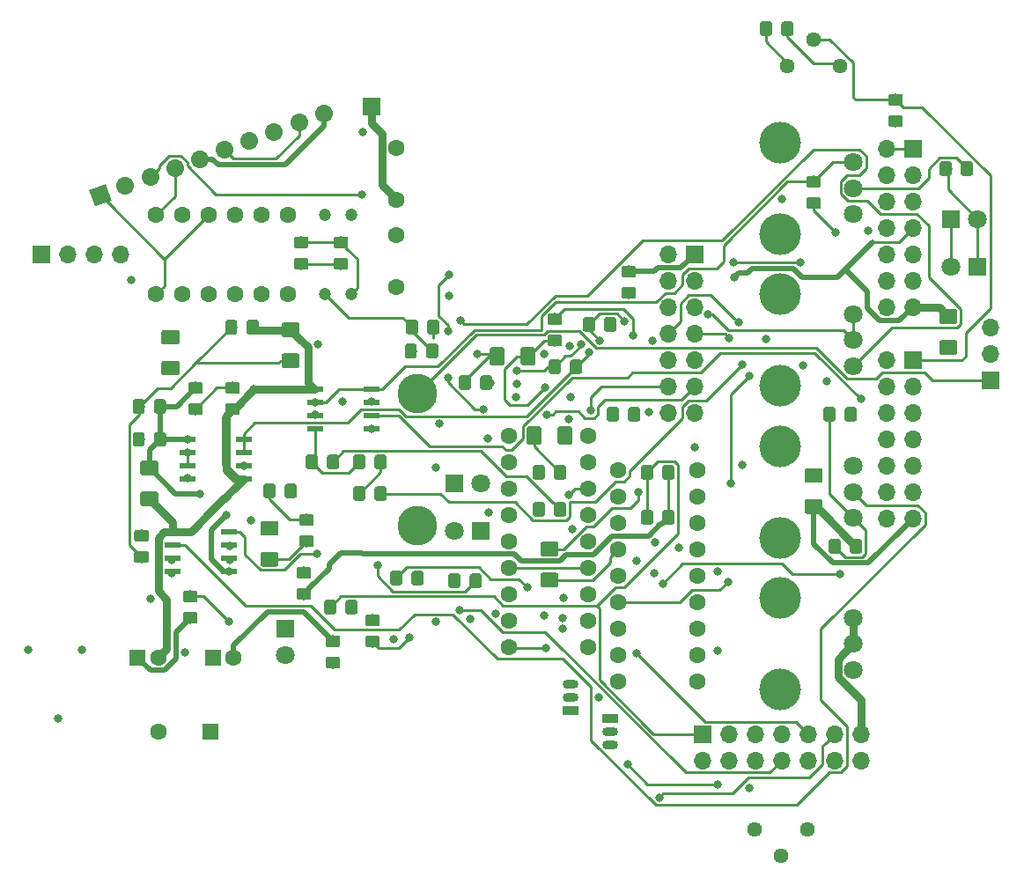
<source format=gbr>
G04 #@! TF.GenerationSoftware,KiCad,Pcbnew,(5.0.0)*
G04 #@! TF.CreationDate,2018-10-02T15:30:55-05:00*
G04 #@! TF.ProjectId,FinalDistCircuit,46696E616C4469737443697263756974,rev?*
G04 #@! TF.SameCoordinates,Original*
G04 #@! TF.FileFunction,Copper,L4,Bot,Signal*
G04 #@! TF.FilePolarity,Positive*
%FSLAX46Y46*%
G04 Gerber Fmt 4.6, Leading zero omitted, Abs format (unit mm)*
G04 Created by KiCad (PCBNEW (5.0.0)) date 10/02/18 15:30:55*
%MOMM*%
%LPD*%
G01*
G04 APERTURE LIST*
G04 #@! TA.AperFunction,WasherPad*
%ADD10C,4.000000*%
G04 #@! TD*
G04 #@! TA.AperFunction,ComponentPad*
%ADD11C,1.800000*%
G04 #@! TD*
G04 #@! TA.AperFunction,ComponentPad*
%ADD12R,1.600000X1.600000*%
G04 #@! TD*
G04 #@! TA.AperFunction,ComponentPad*
%ADD13C,1.600000*%
G04 #@! TD*
G04 #@! TA.AperFunction,ComponentPad*
%ADD14C,3.810000*%
G04 #@! TD*
G04 #@! TA.AperFunction,ComponentPad*
%ADD15O,1.700000X1.700000*%
G04 #@! TD*
G04 #@! TA.AperFunction,ComponentPad*
%ADD16R,1.700000X1.700000*%
G04 #@! TD*
G04 #@! TA.AperFunction,Conductor*
%ADD17C,0.100000*%
G04 #@! TD*
G04 #@! TA.AperFunction,SMDPad,CuDef*
%ADD18C,1.150000*%
G04 #@! TD*
G04 #@! TA.AperFunction,ComponentPad*
%ADD19C,1.700000*%
G04 #@! TD*
G04 #@! TA.AperFunction,Conductor*
%ADD20C,1.700000*%
G04 #@! TD*
G04 #@! TA.AperFunction,ComponentPad*
%ADD21C,1.440000*%
G04 #@! TD*
G04 #@! TA.AperFunction,SMDPad,CuDef*
%ADD22C,1.425000*%
G04 #@! TD*
G04 #@! TA.AperFunction,ComponentPad*
%ADD23R,1.800000X1.800000*%
G04 #@! TD*
G04 #@! TA.AperFunction,ComponentPad*
%ADD24O,1.500000X0.900000*%
G04 #@! TD*
G04 #@! TA.AperFunction,ComponentPad*
%ADD25R,1.500000X0.900000*%
G04 #@! TD*
G04 #@! TA.AperFunction,ComponentPad*
%ADD26C,1.200000*%
G04 #@! TD*
G04 #@! TA.AperFunction,SMDPad,CuDef*
%ADD27R,1.550000X0.600000*%
G04 #@! TD*
G04 #@! TA.AperFunction,ViaPad*
%ADD28C,0.800000*%
G04 #@! TD*
G04 #@! TA.AperFunction,Conductor*
%ADD29C,0.250000*%
G04 #@! TD*
G04 #@! TA.AperFunction,Conductor*
%ADD30C,0.500000*%
G04 #@! TD*
G04 #@! TA.AperFunction,Conductor*
%ADD31C,0.750000*%
G04 #@! TD*
G04 APERTURE END LIST*
D10*
G04 #@! TO.P,BASS,*
G04 #@! TO.N,*
X118730000Y-161930000D03*
X118730000Y-170730000D03*
D11*
G04 #@! TO.P,BASS,1*
G04 #@! TO.N,BRGRN2*
X125730000Y-163830000D03*
G04 #@! TO.P,BASS,2*
X125730000Y-166330000D03*
G04 #@! TO.P,BASS,3*
G04 #@! TO.N,Net-(BASS1-Pad3)*
X125730000Y-168830000D03*
G04 #@! TD*
D12*
G04 #@! TO.P,C10,1*
G04 #@! TO.N,Net-(C10-Pad1)*
X63881000Y-174752000D03*
D13*
G04 #@! TO.P,C10,2*
G04 #@! TO.N,BRGRN2*
X58881000Y-174752000D03*
G04 #@! TD*
D14*
G04 #@! TO.P,9V1,1*
G04 #@! TO.N,Net-(9V1-Pad1)*
X83819999Y-154940000D03*
G04 #@! TO.P,9V1,2*
G04 #@! TO.N,PWRGND*
X83820000Y-142239999D03*
G04 #@! TD*
D15*
G04 #@! TO.P,Jack1,3*
G04 #@! TO.N,BRGRN2*
X138938000Y-135890000D03*
G04 #@! TO.P,Jack1,2*
G04 #@! TO.N,FinalOut*
X138938000Y-138430000D03*
D16*
G04 #@! TO.P,Jack1,1*
G04 #@! TO.N,PWRGND*
X138938000Y-140970000D03*
G04 #@! TD*
D17*
G04 #@! TO.N,Net-(R28-Pad1)*
G04 #@! TO.C,R28*
G36*
X62450505Y-161215204D02*
X62474773Y-161218804D01*
X62498572Y-161224765D01*
X62521671Y-161233030D01*
X62543850Y-161243520D01*
X62564893Y-161256132D01*
X62584599Y-161270747D01*
X62602777Y-161287223D01*
X62619253Y-161305401D01*
X62633868Y-161325107D01*
X62646480Y-161346150D01*
X62656970Y-161368329D01*
X62665235Y-161391428D01*
X62671196Y-161415227D01*
X62674796Y-161439495D01*
X62676000Y-161463999D01*
X62676000Y-162114001D01*
X62674796Y-162138505D01*
X62671196Y-162162773D01*
X62665235Y-162186572D01*
X62656970Y-162209671D01*
X62646480Y-162231850D01*
X62633868Y-162252893D01*
X62619253Y-162272599D01*
X62602777Y-162290777D01*
X62584599Y-162307253D01*
X62564893Y-162321868D01*
X62543850Y-162334480D01*
X62521671Y-162344970D01*
X62498572Y-162353235D01*
X62474773Y-162359196D01*
X62450505Y-162362796D01*
X62426001Y-162364000D01*
X61525999Y-162364000D01*
X61501495Y-162362796D01*
X61477227Y-162359196D01*
X61453428Y-162353235D01*
X61430329Y-162344970D01*
X61408150Y-162334480D01*
X61387107Y-162321868D01*
X61367401Y-162307253D01*
X61349223Y-162290777D01*
X61332747Y-162272599D01*
X61318132Y-162252893D01*
X61305520Y-162231850D01*
X61295030Y-162209671D01*
X61286765Y-162186572D01*
X61280804Y-162162773D01*
X61277204Y-162138505D01*
X61276000Y-162114001D01*
X61276000Y-161463999D01*
X61277204Y-161439495D01*
X61280804Y-161415227D01*
X61286765Y-161391428D01*
X61295030Y-161368329D01*
X61305520Y-161346150D01*
X61318132Y-161325107D01*
X61332747Y-161305401D01*
X61349223Y-161287223D01*
X61367401Y-161270747D01*
X61387107Y-161256132D01*
X61408150Y-161243520D01*
X61430329Y-161233030D01*
X61453428Y-161224765D01*
X61477227Y-161218804D01*
X61501495Y-161215204D01*
X61525999Y-161214000D01*
X62426001Y-161214000D01*
X62450505Y-161215204D01*
X62450505Y-161215204D01*
G37*
D18*
G04 #@! TD*
G04 #@! TO.P,R28,1*
G04 #@! TO.N,Net-(R28-Pad1)*
X61976000Y-161789000D03*
D17*
G04 #@! TO.N,Net-(C19-Pad1)*
G04 #@! TO.C,R28*
G36*
X62450505Y-163265204D02*
X62474773Y-163268804D01*
X62498572Y-163274765D01*
X62521671Y-163283030D01*
X62543850Y-163293520D01*
X62564893Y-163306132D01*
X62584599Y-163320747D01*
X62602777Y-163337223D01*
X62619253Y-163355401D01*
X62633868Y-163375107D01*
X62646480Y-163396150D01*
X62656970Y-163418329D01*
X62665235Y-163441428D01*
X62671196Y-163465227D01*
X62674796Y-163489495D01*
X62676000Y-163513999D01*
X62676000Y-164164001D01*
X62674796Y-164188505D01*
X62671196Y-164212773D01*
X62665235Y-164236572D01*
X62656970Y-164259671D01*
X62646480Y-164281850D01*
X62633868Y-164302893D01*
X62619253Y-164322599D01*
X62602777Y-164340777D01*
X62584599Y-164357253D01*
X62564893Y-164371868D01*
X62543850Y-164384480D01*
X62521671Y-164394970D01*
X62498572Y-164403235D01*
X62474773Y-164409196D01*
X62450505Y-164412796D01*
X62426001Y-164414000D01*
X61525999Y-164414000D01*
X61501495Y-164412796D01*
X61477227Y-164409196D01*
X61453428Y-164403235D01*
X61430329Y-164394970D01*
X61408150Y-164384480D01*
X61387107Y-164371868D01*
X61367401Y-164357253D01*
X61349223Y-164340777D01*
X61332747Y-164322599D01*
X61318132Y-164302893D01*
X61305520Y-164281850D01*
X61295030Y-164259671D01*
X61286765Y-164236572D01*
X61280804Y-164212773D01*
X61277204Y-164188505D01*
X61276000Y-164164001D01*
X61276000Y-163513999D01*
X61277204Y-163489495D01*
X61280804Y-163465227D01*
X61286765Y-163441428D01*
X61295030Y-163418329D01*
X61305520Y-163396150D01*
X61318132Y-163375107D01*
X61332747Y-163355401D01*
X61349223Y-163337223D01*
X61367401Y-163320747D01*
X61387107Y-163306132D01*
X61408150Y-163293520D01*
X61430329Y-163283030D01*
X61453428Y-163274765D01*
X61477227Y-163268804D01*
X61501495Y-163265204D01*
X61525999Y-163264000D01*
X62426001Y-163264000D01*
X62450505Y-163265204D01*
X62450505Y-163265204D01*
G37*
D18*
G04 #@! TD*
G04 #@! TO.P,R28,2*
G04 #@! TO.N,Net-(C19-Pad1)*
X61976000Y-163839000D03*
D17*
G04 #@! TO.N,Net-(R22-Pad1)*
G04 #@! TO.C,R22*
G36*
X57751505Y-155373204D02*
X57775773Y-155376804D01*
X57799572Y-155382765D01*
X57822671Y-155391030D01*
X57844850Y-155401520D01*
X57865893Y-155414132D01*
X57885599Y-155428747D01*
X57903777Y-155445223D01*
X57920253Y-155463401D01*
X57934868Y-155483107D01*
X57947480Y-155504150D01*
X57957970Y-155526329D01*
X57966235Y-155549428D01*
X57972196Y-155573227D01*
X57975796Y-155597495D01*
X57977000Y-155621999D01*
X57977000Y-156272001D01*
X57975796Y-156296505D01*
X57972196Y-156320773D01*
X57966235Y-156344572D01*
X57957970Y-156367671D01*
X57947480Y-156389850D01*
X57934868Y-156410893D01*
X57920253Y-156430599D01*
X57903777Y-156448777D01*
X57885599Y-156465253D01*
X57865893Y-156479868D01*
X57844850Y-156492480D01*
X57822671Y-156502970D01*
X57799572Y-156511235D01*
X57775773Y-156517196D01*
X57751505Y-156520796D01*
X57727001Y-156522000D01*
X56826999Y-156522000D01*
X56802495Y-156520796D01*
X56778227Y-156517196D01*
X56754428Y-156511235D01*
X56731329Y-156502970D01*
X56709150Y-156492480D01*
X56688107Y-156479868D01*
X56668401Y-156465253D01*
X56650223Y-156448777D01*
X56633747Y-156430599D01*
X56619132Y-156410893D01*
X56606520Y-156389850D01*
X56596030Y-156367671D01*
X56587765Y-156344572D01*
X56581804Y-156320773D01*
X56578204Y-156296505D01*
X56577000Y-156272001D01*
X56577000Y-155621999D01*
X56578204Y-155597495D01*
X56581804Y-155573227D01*
X56587765Y-155549428D01*
X56596030Y-155526329D01*
X56606520Y-155504150D01*
X56619132Y-155483107D01*
X56633747Y-155463401D01*
X56650223Y-155445223D01*
X56668401Y-155428747D01*
X56688107Y-155414132D01*
X56709150Y-155401520D01*
X56731329Y-155391030D01*
X56754428Y-155382765D01*
X56778227Y-155376804D01*
X56802495Y-155373204D01*
X56826999Y-155372000D01*
X57727001Y-155372000D01*
X57751505Y-155373204D01*
X57751505Y-155373204D01*
G37*
D18*
G04 #@! TD*
G04 #@! TO.P,R22,1*
G04 #@! TO.N,Net-(R22-Pad1)*
X57277000Y-155947000D03*
D17*
G04 #@! TO.N,Net-(C14-Pad1)*
G04 #@! TO.C,R22*
G36*
X57751505Y-157423204D02*
X57775773Y-157426804D01*
X57799572Y-157432765D01*
X57822671Y-157441030D01*
X57844850Y-157451520D01*
X57865893Y-157464132D01*
X57885599Y-157478747D01*
X57903777Y-157495223D01*
X57920253Y-157513401D01*
X57934868Y-157533107D01*
X57947480Y-157554150D01*
X57957970Y-157576329D01*
X57966235Y-157599428D01*
X57972196Y-157623227D01*
X57975796Y-157647495D01*
X57977000Y-157671999D01*
X57977000Y-158322001D01*
X57975796Y-158346505D01*
X57972196Y-158370773D01*
X57966235Y-158394572D01*
X57957970Y-158417671D01*
X57947480Y-158439850D01*
X57934868Y-158460893D01*
X57920253Y-158480599D01*
X57903777Y-158498777D01*
X57885599Y-158515253D01*
X57865893Y-158529868D01*
X57844850Y-158542480D01*
X57822671Y-158552970D01*
X57799572Y-158561235D01*
X57775773Y-158567196D01*
X57751505Y-158570796D01*
X57727001Y-158572000D01*
X56826999Y-158572000D01*
X56802495Y-158570796D01*
X56778227Y-158567196D01*
X56754428Y-158561235D01*
X56731329Y-158552970D01*
X56709150Y-158542480D01*
X56688107Y-158529868D01*
X56668401Y-158515253D01*
X56650223Y-158498777D01*
X56633747Y-158480599D01*
X56619132Y-158460893D01*
X56606520Y-158439850D01*
X56596030Y-158417671D01*
X56587765Y-158394572D01*
X56581804Y-158370773D01*
X56578204Y-158346505D01*
X56577000Y-158322001D01*
X56577000Y-157671999D01*
X56578204Y-157647495D01*
X56581804Y-157623227D01*
X56587765Y-157599428D01*
X56596030Y-157576329D01*
X56606520Y-157554150D01*
X56619132Y-157533107D01*
X56633747Y-157513401D01*
X56650223Y-157495223D01*
X56668401Y-157478747D01*
X56688107Y-157464132D01*
X56709150Y-157451520D01*
X56731329Y-157441030D01*
X56754428Y-157432765D01*
X56778227Y-157426804D01*
X56802495Y-157423204D01*
X56826999Y-157422000D01*
X57727001Y-157422000D01*
X57751505Y-157423204D01*
X57751505Y-157423204D01*
G37*
D18*
G04 #@! TD*
G04 #@! TO.P,R22,2*
G04 #@! TO.N,Net-(C14-Pad1)*
X57277000Y-157997000D03*
D19*
G04 #@! TO.P,PickupInputs1,10*
G04 #@! TO.N,BRGRN2*
X74821373Y-115371420D03*
D20*
G04 #@! TD*
G04 #@! TO.N,BRGRN2*
G04 #@! TO.C,PickupInputs1*
X74821373Y-115371420D02*
X74821373Y-115371420D01*
D19*
G04 #@! TO.P,PickupInputs1,9*
G04 #@! TO.N,NGRN*
X72434554Y-116240151D03*
D20*
G04 #@! TD*
G04 #@! TO.N,NGRN*
G04 #@! TO.C,PickupInputs1*
X72434554Y-116240151D02*
X72434554Y-116240151D01*
D19*
G04 #@! TO.P,PickupInputs1,8*
G04 #@! TO.N,NBLACK*
X70047735Y-117108882D03*
D20*
G04 #@! TD*
G04 #@! TO.N,NBLACK*
G04 #@! TO.C,PickupInputs1*
X70047735Y-117108882D02*
X70047735Y-117108882D01*
D19*
G04 #@! TO.P,PickupInputs1,7*
G04 #@! TO.N,NBLACK*
X67660916Y-117977613D03*
D20*
G04 #@! TD*
G04 #@! TO.N,NBLACK*
G04 #@! TO.C,PickupInputs1*
X67660916Y-117977613D02*
X67660916Y-117977613D01*
D19*
G04 #@! TO.P,PickupInputs1,6*
G04 #@! TO.N,NGRN*
X65274096Y-118846344D03*
D20*
G04 #@! TD*
G04 #@! TO.N,NGRN*
G04 #@! TO.C,PickupInputs1*
X65274096Y-118846344D02*
X65274096Y-118846344D01*
D19*
G04 #@! TO.P,PickupInputs1,5*
G04 #@! TO.N,BRGRN2*
X62887277Y-119715075D03*
D20*
G04 #@! TD*
G04 #@! TO.N,BRGRN2*
G04 #@! TO.C,PickupInputs1*
X62887277Y-119715075D02*
X62887277Y-119715075D01*
D19*
G04 #@! TO.P,PickupInputs1,4*
G04 #@! TO.N,BRGRN*
X60500458Y-120583807D03*
D20*
G04 #@! TD*
G04 #@! TO.N,BRGRN*
G04 #@! TO.C,PickupInputs1*
X60500458Y-120583807D02*
X60500458Y-120583807D01*
D19*
G04 #@! TO.P,PickupInputs1,3*
G04 #@! TO.N,BRWHT*
X58113639Y-121452538D03*
D20*
G04 #@! TD*
G04 #@! TO.N,BRWHT*
G04 #@! TO.C,PickupInputs1*
X58113639Y-121452538D02*
X58113639Y-121452538D01*
D19*
G04 #@! TO.P,PickupInputs1,2*
G04 #@! TO.N,BRBLACK*
X55726819Y-122321269D03*
D20*
G04 #@! TD*
G04 #@! TO.N,BRBLACK*
G04 #@! TO.C,PickupInputs1*
X55726819Y-122321269D02*
X55726819Y-122321269D01*
D19*
G04 #@! TO.P,PickupInputs1,1*
G04 #@! TO.N,BRRED*
X53340000Y-123190000D03*
D17*
G04 #@! TD*
G04 #@! TO.N,BRRED*
G04 #@! TO.C,PickupInputs1*
G36*
X54429456Y-123698022D02*
X52831978Y-124279456D01*
X52250544Y-122681978D01*
X53848022Y-122100544D01*
X54429456Y-123698022D01*
X54429456Y-123698022D01*
G37*
D16*
G04 #@! TO.P,BridgeTonePot1,1*
G04 #@! TO.N,GAINPOTOUT*
X131445000Y-118745000D03*
D15*
G04 #@! TO.P,BridgeTonePot1,2*
X128905000Y-118745000D03*
G04 #@! TO.P,BridgeTonePot1,3*
G04 #@! TO.N,BRTONEGANG2IN*
X131445000Y-121285000D03*
G04 #@! TO.P,BridgeTonePot1,4*
G04 #@! TO.N,BRTONEGANG1OUT*
X128905000Y-121285000D03*
G04 #@! TO.P,BridgeTonePot1,5*
G04 #@! TO.N,BTONEIN*
X131445000Y-123825000D03*
G04 #@! TO.P,BridgeTonePot1,6*
G04 #@! TO.N,BRTONEGANG1IN*
X128905000Y-123825000D03*
G04 #@! TO.P,BridgeTonePot1,7*
G04 #@! TO.N,BRGRN2*
X131445000Y-126365000D03*
G04 #@! TO.P,BridgeTonePot1,8*
G04 #@! TO.N,BRBLACK*
X128905000Y-126365000D03*
G04 #@! TO.P,BridgeTonePot1,9*
G04 #@! TO.N,Net-(BridgeTonePot1-Pad12)*
X131445000Y-128905000D03*
G04 #@! TO.P,BridgeTonePot1,10*
G04 #@! TO.N,Net-(BridgeTonePot1-Pad10)*
X128905000Y-128905000D03*
G04 #@! TO.P,BridgeTonePot1,11*
G04 #@! TO.N,BRWHT*
X131445000Y-131445000D03*
G04 #@! TO.P,BridgeTonePot1,12*
G04 #@! TO.N,Net-(BridgeTonePot1-Pad12)*
X128905000Y-131445000D03*
G04 #@! TO.P,BridgeTonePot1,13*
G04 #@! TO.N,BRGRN2*
X131445000Y-133985000D03*
G04 #@! TO.P,BridgeTonePot1,14*
G04 #@! TO.N,Net-(BridgeTonePot1-Pad14)*
X128905000Y-133985000D03*
G04 #@! TD*
G04 #@! TO.P,NeckTonePot1,14*
G04 #@! TO.N,Net-(NeckTonePot1-Pad14)*
X128905000Y-154305000D03*
G04 #@! TO.P,NeckTonePot1,13*
G04 #@! TO.N,BRGRN2*
X131445000Y-154305000D03*
G04 #@! TO.P,NeckTonePot1,12*
G04 #@! TO.N,Net-(NeckTonePot1-Pad12)*
X128905000Y-151765000D03*
G04 #@! TO.P,NeckTonePot1,11*
G04 #@! TO.N,NBLACK*
X131445000Y-151765000D03*
G04 #@! TO.P,NeckTonePot1,10*
G04 #@! TO.N,Net-(BridgeVolPot1-Pad8)*
X128905000Y-149225000D03*
G04 #@! TO.P,NeckTonePot1,9*
G04 #@! TO.N,Net-(BridgeTonePot1-Pad10)*
X131445000Y-149225000D03*
G04 #@! TO.P,NeckTonePot1,8*
G04 #@! TO.N,BRRED2*
X128905000Y-146685000D03*
G04 #@! TO.P,NeckTonePot1,7*
G04 #@! TO.N,Net-(NeckTonePot1-Pad7)*
X131445000Y-146685000D03*
G04 #@! TO.P,NeckTonePot1,6*
G04 #@! TO.N,Net-(NeckTonePot1-Pad6)*
X128905000Y-144145000D03*
G04 #@! TO.P,NeckTonePot1,5*
G04 #@! TO.N,NTONEIN*
X131445000Y-144145000D03*
G04 #@! TO.P,NeckTonePot1,4*
G04 #@! TO.N,Net-(C27-Pad1)*
X128905000Y-141605000D03*
G04 #@! TO.P,NeckTonePot1,3*
G04 #@! TO.N,PRESOUT*
X131445000Y-141605000D03*
G04 #@! TO.P,NeckTonePot1,2*
X128905000Y-139065000D03*
D16*
G04 #@! TO.P,NeckTonePot1,1*
G04 #@! TO.N,PRESIN*
X131445000Y-139065000D03*
G04 #@! TD*
D13*
G04 #@! TO.P,6pdt2,18*
G04 #@! TO.N,Net-(6pdt2-Pad18)*
X110744000Y-169926000D03*
G04 #@! TO.P,6pdt2,17*
G04 #@! TO.N,Net-(6pdt2-Pad17)*
X103124000Y-169926000D03*
G04 #@! TO.P,6pdt2,16*
G04 #@! TO.N,Net-(6pdt2-Pad16)*
X110744000Y-167386000D03*
G04 #@! TO.P,6pdt2,15*
G04 #@! TO.N,Net-(6pdt2-Pad15)*
X103124000Y-167386000D03*
G04 #@! TO.P,6pdt2,14*
G04 #@! TO.N,Net-(6pdt2-Pad14)*
X110744000Y-164846000D03*
G04 #@! TO.P,6pdt2,13*
G04 #@! TO.N,Net-(6pdt2-Pad13)*
X103124000Y-164846000D03*
G04 #@! TO.P,6pdt2,12*
G04 #@! TO.N,GAINSTAGEPOTIN*
X110744000Y-162306000D03*
G04 #@! TO.P,6pdt2,11*
G04 #@! TO.N,BRTONEGANG2IN*
X103124000Y-162306000D03*
G04 #@! TO.P,6pdt2,10*
G04 #@! TO.N,BRTONEGANG1IN*
X110744000Y-159766000D03*
G04 #@! TO.P,6pdt2,9*
G04 #@! TO.N,BRTONEGANG1OUT*
X103124000Y-159766000D03*
G04 #@! TO.P,6pdt2,8*
G04 #@! TO.N,Net-(6pdt2-Pad8)*
X110744000Y-157226000D03*
G04 #@! TO.P,6pdt2,7*
G04 #@! TO.N,BRTONECAPIN*
X103124000Y-157226000D03*
G04 #@! TO.P,6pdt2,6*
G04 #@! TO.N,ODout*
X110744000Y-154686000D03*
G04 #@! TO.P,6pdt2,5*
G04 #@! TO.N,OUT*
X103124000Y-154686000D03*
G04 #@! TO.P,6pdt2,4*
G04 #@! TO.N,FinalOut*
X110744000Y-152146000D03*
G04 #@! TO.P,6pdt2,3*
G04 #@! TO.N,ODin*
X103124000Y-152146000D03*
G04 #@! TO.P,6pdt2,2*
G04 #@! TO.N,OUT*
X110744000Y-149606000D03*
G04 #@! TO.P,6pdt2,1*
G04 #@! TO.N,BRGRN2*
X103124000Y-149606000D03*
G04 #@! TD*
D21*
G04 #@! TO.P,TRANGAIN1,3*
G04 #@! TO.N,Net-(R13-Pad1)*
X121285000Y-184150000D03*
G04 #@! TO.P,TRANGAIN1,2*
G04 #@! TO.N,Net-(C8-Pad1)*
X118745000Y-186690000D03*
G04 #@! TO.P,TRANGAIN1,1*
X116205000Y-184150000D03*
G04 #@! TD*
D15*
G04 #@! TO.P,3WaySwitch1,4*
G04 #@! TO.N,BROUT*
X55245000Y-128905000D03*
G04 #@! TO.P,3WaySwitch1,3*
G04 #@! TO.N,OUT*
X52705000Y-128905000D03*
G04 #@! TO.P,3WaySwitch1,2*
G04 #@! TO.N,NOUT*
X50165000Y-128905000D03*
D16*
G04 #@! TO.P,3WaySwitch1,1*
G04 #@! TO.N,BRGRN2*
X47625000Y-128905000D03*
G04 #@! TD*
D13*
G04 #@! TO.P,4pdt1,1*
G04 #@! TO.N,BRRED*
X58674000Y-132715000D03*
G04 #@! TO.P,4pdt1,2*
G04 #@! TO.N,BRRED2*
X61214000Y-132715000D03*
G04 #@! TO.P,4pdt1,3*
G04 #@! TO.N,BRGRN*
X63754000Y-132715000D03*
G04 #@! TO.P,4pdt1,4*
G04 #@! TO.N,NGRN*
X66294000Y-132715000D03*
G04 #@! TO.P,4pdt1,5*
G04 #@! TO.N,NRED2*
X68834000Y-132715000D03*
G04 #@! TO.P,4pdt1,6*
G04 #@! TO.N,Net-(4pdt1-Pad6)*
X71374000Y-132715000D03*
G04 #@! TO.P,4pdt1,7*
X71374000Y-125095000D03*
G04 #@! TO.P,4pdt1,8*
G04 #@! TO.N,NGRN2*
X68834000Y-125095000D03*
G04 #@! TO.P,4pdt1,9*
G04 #@! TO.N,NGRN*
X66294000Y-125095000D03*
G04 #@! TO.P,4pdt1,10*
G04 #@! TO.N,BRRED*
X63754000Y-125095000D03*
G04 #@! TO.P,4pdt1,11*
G04 #@! TO.N,BRGRN2*
X61214000Y-125095000D03*
G04 #@! TO.P,4pdt1,12*
G04 #@! TO.N,BRGRN*
X58674000Y-125095000D03*
G04 #@! TD*
G04 #@! TO.P,6pdt1,1*
G04 #@! TO.N,BVOUTTRAD*
X92583000Y-146304000D03*
G04 #@! TO.P,6pdt1,2*
G04 #@! TO.N,BVINTRAD*
X100203000Y-146304000D03*
G04 #@! TO.P,6pdt1,3*
G04 #@! TO.N,BVOUT*
X92583000Y-148844000D03*
G04 #@! TO.P,6pdt1,4*
G04 #@! TO.N,BRRED2*
X100203000Y-148844000D03*
G04 #@! TO.P,6pdt1,5*
G04 #@! TO.N,Net-(6pdt1-Pad5)*
X92583000Y-151384000D03*
G04 #@! TO.P,6pdt1,6*
X100203000Y-151384000D03*
G04 #@! TO.P,6pdt1,7*
G04 #@! TO.N,NVOUTTRAD*
X92583000Y-153924000D03*
G04 #@! TO.P,6pdt1,8*
G04 #@! TO.N,NVINTRAD*
X100203000Y-153924000D03*
G04 #@! TO.P,6pdt1,9*
G04 #@! TO.N,NOUT*
X92583000Y-156464000D03*
G04 #@! TO.P,6pdt1,10*
G04 #@! TO.N,NTONE*
X100203000Y-156464000D03*
G04 #@! TO.P,6pdt1,11*
G04 #@! TO.N,Net-(6pdt1-Pad11)*
X92583000Y-159004000D03*
G04 #@! TO.P,6pdt1,12*
X100203000Y-159004000D03*
G04 #@! TO.P,6pdt1,13*
G04 #@! TO.N,BRRED2*
X92583000Y-161544000D03*
G04 #@! TO.P,6pdt1,14*
G04 #@! TO.N,NTONEIN*
X100203000Y-161544000D03*
G04 #@! TO.P,6pdt1,15*
G04 #@! TO.N,BTONEIN*
X92583000Y-164084000D03*
G04 #@! TO.P,6pdt1,16*
G04 #@! TO.N,NTONE*
X100203000Y-164084000D03*
G04 #@! TO.P,6pdt1,17*
G04 #@! TO.N,BRTONEGANG1OUT*
X92583000Y-166624000D03*
G04 #@! TO.P,6pdt1,18*
G04 #@! TO.N,Net-(6pdt1-Pad18)*
X100203000Y-166624000D03*
G04 #@! TD*
D15*
G04 #@! TO.P,BridgeVolPot1,14*
G04 #@! TO.N,Net-(BridgeVolPot1-Pad14)*
X107950000Y-144145000D03*
G04 #@! TO.P,BridgeVolPot1,13*
G04 #@! TO.N,BRGRN2*
X110490000Y-144145000D03*
G04 #@! TO.P,BridgeVolPot1,12*
G04 #@! TO.N,BVOUT*
X107950000Y-141605000D03*
G04 #@! TO.P,BridgeVolPot1,11*
G04 #@! TO.N,BROUT*
X110490000Y-141605000D03*
G04 #@! TO.P,BridgeVolPot1,10*
G04 #@! TO.N,NOUT*
X107950000Y-139065000D03*
G04 #@! TO.P,BridgeVolPot1,9*
G04 #@! TO.N,BRGRN2*
X110490000Y-139065000D03*
G04 #@! TO.P,BridgeVolPot1,8*
G04 #@! TO.N,Net-(BridgeVolPot1-Pad8)*
X107950000Y-136525000D03*
G04 #@! TO.P,BridgeVolPot1,7*
G04 #@! TO.N,BVOUT*
X110490000Y-136525000D03*
G04 #@! TO.P,BridgeVolPot1,6*
G04 #@! TO.N,BVINTRAD*
X107950000Y-133985000D03*
G04 #@! TO.P,BridgeVolPot1,5*
G04 #@! TO.N,BVOUTTRAD*
X110490000Y-133985000D03*
G04 #@! TO.P,BridgeVolPot1,4*
G04 #@! TO.N,BRGRN2*
X107950000Y-131445000D03*
G04 #@! TO.P,BridgeVolPot1,3*
G04 #@! TO.N,ODin*
X110490000Y-131445000D03*
G04 #@! TO.P,BridgeVolPot1,2*
G04 #@! TO.N,MASTEROUT*
X107950000Y-128905000D03*
D16*
G04 #@! TO.P,BridgeVolPot1,1*
G04 #@! TO.N,BRGRN2*
X110490000Y-128905000D03*
G04 #@! TD*
D13*
G04 #@! TO.P,C2,1*
G04 #@! TO.N,Net-(C2-Pad1)*
X81788000Y-118618000D03*
G04 #@! TO.P,C2,2*
G04 #@! TO.N,BRGRN2*
X81788000Y-123618000D03*
G04 #@! TD*
D17*
G04 #@! TO.N,Net-(C3-Pad1)*
G04 #@! TO.C,C3*
G36*
X91963504Y-137810204D02*
X91987773Y-137813804D01*
X92011571Y-137819765D01*
X92034671Y-137828030D01*
X92056849Y-137838520D01*
X92077893Y-137851133D01*
X92097598Y-137865747D01*
X92115777Y-137882223D01*
X92132253Y-137900402D01*
X92146867Y-137920107D01*
X92159480Y-137941151D01*
X92169970Y-137963329D01*
X92178235Y-137986429D01*
X92184196Y-138010227D01*
X92187796Y-138034496D01*
X92189000Y-138059000D01*
X92189000Y-139309000D01*
X92187796Y-139333504D01*
X92184196Y-139357773D01*
X92178235Y-139381571D01*
X92169970Y-139404671D01*
X92159480Y-139426849D01*
X92146867Y-139447893D01*
X92132253Y-139467598D01*
X92115777Y-139485777D01*
X92097598Y-139502253D01*
X92077893Y-139516867D01*
X92056849Y-139529480D01*
X92034671Y-139539970D01*
X92011571Y-139548235D01*
X91987773Y-139554196D01*
X91963504Y-139557796D01*
X91939000Y-139559000D01*
X91014000Y-139559000D01*
X90989496Y-139557796D01*
X90965227Y-139554196D01*
X90941429Y-139548235D01*
X90918329Y-139539970D01*
X90896151Y-139529480D01*
X90875107Y-139516867D01*
X90855402Y-139502253D01*
X90837223Y-139485777D01*
X90820747Y-139467598D01*
X90806133Y-139447893D01*
X90793520Y-139426849D01*
X90783030Y-139404671D01*
X90774765Y-139381571D01*
X90768804Y-139357773D01*
X90765204Y-139333504D01*
X90764000Y-139309000D01*
X90764000Y-138059000D01*
X90765204Y-138034496D01*
X90768804Y-138010227D01*
X90774765Y-137986429D01*
X90783030Y-137963329D01*
X90793520Y-137941151D01*
X90806133Y-137920107D01*
X90820747Y-137900402D01*
X90837223Y-137882223D01*
X90855402Y-137865747D01*
X90875107Y-137851133D01*
X90896151Y-137838520D01*
X90918329Y-137828030D01*
X90941429Y-137819765D01*
X90965227Y-137813804D01*
X90989496Y-137810204D01*
X91014000Y-137809000D01*
X91939000Y-137809000D01*
X91963504Y-137810204D01*
X91963504Y-137810204D01*
G37*
D22*
G04 #@! TD*
G04 #@! TO.P,C3,1*
G04 #@! TO.N,Net-(C3-Pad1)*
X91476500Y-138684000D03*
D17*
G04 #@! TO.N,Net-(C3-Pad2)*
G04 #@! TO.C,C3*
G36*
X94938504Y-137810204D02*
X94962773Y-137813804D01*
X94986571Y-137819765D01*
X95009671Y-137828030D01*
X95031849Y-137838520D01*
X95052893Y-137851133D01*
X95072598Y-137865747D01*
X95090777Y-137882223D01*
X95107253Y-137900402D01*
X95121867Y-137920107D01*
X95134480Y-137941151D01*
X95144970Y-137963329D01*
X95153235Y-137986429D01*
X95159196Y-138010227D01*
X95162796Y-138034496D01*
X95164000Y-138059000D01*
X95164000Y-139309000D01*
X95162796Y-139333504D01*
X95159196Y-139357773D01*
X95153235Y-139381571D01*
X95144970Y-139404671D01*
X95134480Y-139426849D01*
X95121867Y-139447893D01*
X95107253Y-139467598D01*
X95090777Y-139485777D01*
X95072598Y-139502253D01*
X95052893Y-139516867D01*
X95031849Y-139529480D01*
X95009671Y-139539970D01*
X94986571Y-139548235D01*
X94962773Y-139554196D01*
X94938504Y-139557796D01*
X94914000Y-139559000D01*
X93989000Y-139559000D01*
X93964496Y-139557796D01*
X93940227Y-139554196D01*
X93916429Y-139548235D01*
X93893329Y-139539970D01*
X93871151Y-139529480D01*
X93850107Y-139516867D01*
X93830402Y-139502253D01*
X93812223Y-139485777D01*
X93795747Y-139467598D01*
X93781133Y-139447893D01*
X93768520Y-139426849D01*
X93758030Y-139404671D01*
X93749765Y-139381571D01*
X93743804Y-139357773D01*
X93740204Y-139333504D01*
X93739000Y-139309000D01*
X93739000Y-138059000D01*
X93740204Y-138034496D01*
X93743804Y-138010227D01*
X93749765Y-137986429D01*
X93758030Y-137963329D01*
X93768520Y-137941151D01*
X93781133Y-137920107D01*
X93795747Y-137900402D01*
X93812223Y-137882223D01*
X93830402Y-137865747D01*
X93850107Y-137851133D01*
X93871151Y-137838520D01*
X93893329Y-137828030D01*
X93916429Y-137819765D01*
X93940227Y-137813804D01*
X93964496Y-137810204D01*
X93989000Y-137809000D01*
X94914000Y-137809000D01*
X94938504Y-137810204D01*
X94938504Y-137810204D01*
G37*
D22*
G04 #@! TD*
G04 #@! TO.P,C3,2*
G04 #@! TO.N,Net-(C3-Pad2)*
X94451500Y-138684000D03*
D13*
G04 #@! TO.P,C6,2*
G04 #@! TO.N,Net-(C6-Pad2)*
X81788000Y-132000000D03*
G04 #@! TO.P,C6,1*
G04 #@! TO.N,GAINSTAGEPOTIN*
X81788000Y-127000000D03*
G04 #@! TD*
D17*
G04 #@! TO.N,GAINSTAGEPOTIN*
G04 #@! TO.C,C7*
G36*
X98494504Y-145430204D02*
X98518773Y-145433804D01*
X98542571Y-145439765D01*
X98565671Y-145448030D01*
X98587849Y-145458520D01*
X98608893Y-145471133D01*
X98628598Y-145485747D01*
X98646777Y-145502223D01*
X98663253Y-145520402D01*
X98677867Y-145540107D01*
X98690480Y-145561151D01*
X98700970Y-145583329D01*
X98709235Y-145606429D01*
X98715196Y-145630227D01*
X98718796Y-145654496D01*
X98720000Y-145679000D01*
X98720000Y-146929000D01*
X98718796Y-146953504D01*
X98715196Y-146977773D01*
X98709235Y-147001571D01*
X98700970Y-147024671D01*
X98690480Y-147046849D01*
X98677867Y-147067893D01*
X98663253Y-147087598D01*
X98646777Y-147105777D01*
X98628598Y-147122253D01*
X98608893Y-147136867D01*
X98587849Y-147149480D01*
X98565671Y-147159970D01*
X98542571Y-147168235D01*
X98518773Y-147174196D01*
X98494504Y-147177796D01*
X98470000Y-147179000D01*
X97545000Y-147179000D01*
X97520496Y-147177796D01*
X97496227Y-147174196D01*
X97472429Y-147168235D01*
X97449329Y-147159970D01*
X97427151Y-147149480D01*
X97406107Y-147136867D01*
X97386402Y-147122253D01*
X97368223Y-147105777D01*
X97351747Y-147087598D01*
X97337133Y-147067893D01*
X97324520Y-147046849D01*
X97314030Y-147024671D01*
X97305765Y-147001571D01*
X97299804Y-146977773D01*
X97296204Y-146953504D01*
X97295000Y-146929000D01*
X97295000Y-145679000D01*
X97296204Y-145654496D01*
X97299804Y-145630227D01*
X97305765Y-145606429D01*
X97314030Y-145583329D01*
X97324520Y-145561151D01*
X97337133Y-145540107D01*
X97351747Y-145520402D01*
X97368223Y-145502223D01*
X97386402Y-145485747D01*
X97406107Y-145471133D01*
X97427151Y-145458520D01*
X97449329Y-145448030D01*
X97472429Y-145439765D01*
X97496227Y-145433804D01*
X97520496Y-145430204D01*
X97545000Y-145429000D01*
X98470000Y-145429000D01*
X98494504Y-145430204D01*
X98494504Y-145430204D01*
G37*
D22*
G04 #@! TD*
G04 #@! TO.P,C7,2*
G04 #@! TO.N,GAINSTAGEPOTIN*
X98007500Y-146304000D03*
D17*
G04 #@! TO.N,Net-(C7-Pad1)*
G04 #@! TO.C,C7*
G36*
X95519504Y-145430204D02*
X95543773Y-145433804D01*
X95567571Y-145439765D01*
X95590671Y-145448030D01*
X95612849Y-145458520D01*
X95633893Y-145471133D01*
X95653598Y-145485747D01*
X95671777Y-145502223D01*
X95688253Y-145520402D01*
X95702867Y-145540107D01*
X95715480Y-145561151D01*
X95725970Y-145583329D01*
X95734235Y-145606429D01*
X95740196Y-145630227D01*
X95743796Y-145654496D01*
X95745000Y-145679000D01*
X95745000Y-146929000D01*
X95743796Y-146953504D01*
X95740196Y-146977773D01*
X95734235Y-147001571D01*
X95725970Y-147024671D01*
X95715480Y-147046849D01*
X95702867Y-147067893D01*
X95688253Y-147087598D01*
X95671777Y-147105777D01*
X95653598Y-147122253D01*
X95633893Y-147136867D01*
X95612849Y-147149480D01*
X95590671Y-147159970D01*
X95567571Y-147168235D01*
X95543773Y-147174196D01*
X95519504Y-147177796D01*
X95495000Y-147179000D01*
X94570000Y-147179000D01*
X94545496Y-147177796D01*
X94521227Y-147174196D01*
X94497429Y-147168235D01*
X94474329Y-147159970D01*
X94452151Y-147149480D01*
X94431107Y-147136867D01*
X94411402Y-147122253D01*
X94393223Y-147105777D01*
X94376747Y-147087598D01*
X94362133Y-147067893D01*
X94349520Y-147046849D01*
X94339030Y-147024671D01*
X94330765Y-147001571D01*
X94324804Y-146977773D01*
X94321204Y-146953504D01*
X94320000Y-146929000D01*
X94320000Y-145679000D01*
X94321204Y-145654496D01*
X94324804Y-145630227D01*
X94330765Y-145606429D01*
X94339030Y-145583329D01*
X94349520Y-145561151D01*
X94362133Y-145540107D01*
X94376747Y-145520402D01*
X94393223Y-145502223D01*
X94411402Y-145485747D01*
X94431107Y-145471133D01*
X94452151Y-145458520D01*
X94474329Y-145448030D01*
X94497429Y-145439765D01*
X94521227Y-145433804D01*
X94545496Y-145430204D01*
X94570000Y-145429000D01*
X95495000Y-145429000D01*
X95519504Y-145430204D01*
X95519504Y-145430204D01*
G37*
D22*
G04 #@! TD*
G04 #@! TO.P,C7,1*
G04 #@! TO.N,Net-(C7-Pad1)*
X95032500Y-146304000D03*
D17*
G04 #@! TO.N,Net-(C8-Pad1)*
G04 #@! TO.C,C8*
G36*
X74000505Y-148145204D02*
X74024773Y-148148804D01*
X74048572Y-148154765D01*
X74071671Y-148163030D01*
X74093850Y-148173520D01*
X74114893Y-148186132D01*
X74134599Y-148200747D01*
X74152777Y-148217223D01*
X74169253Y-148235401D01*
X74183868Y-148255107D01*
X74196480Y-148276150D01*
X74206970Y-148298329D01*
X74215235Y-148321428D01*
X74221196Y-148345227D01*
X74224796Y-148369495D01*
X74226000Y-148393999D01*
X74226000Y-149294001D01*
X74224796Y-149318505D01*
X74221196Y-149342773D01*
X74215235Y-149366572D01*
X74206970Y-149389671D01*
X74196480Y-149411850D01*
X74183868Y-149432893D01*
X74169253Y-149452599D01*
X74152777Y-149470777D01*
X74134599Y-149487253D01*
X74114893Y-149501868D01*
X74093850Y-149514480D01*
X74071671Y-149524970D01*
X74048572Y-149533235D01*
X74024773Y-149539196D01*
X74000505Y-149542796D01*
X73976001Y-149544000D01*
X73325999Y-149544000D01*
X73301495Y-149542796D01*
X73277227Y-149539196D01*
X73253428Y-149533235D01*
X73230329Y-149524970D01*
X73208150Y-149514480D01*
X73187107Y-149501868D01*
X73167401Y-149487253D01*
X73149223Y-149470777D01*
X73132747Y-149452599D01*
X73118132Y-149432893D01*
X73105520Y-149411850D01*
X73095030Y-149389671D01*
X73086765Y-149366572D01*
X73080804Y-149342773D01*
X73077204Y-149318505D01*
X73076000Y-149294001D01*
X73076000Y-148393999D01*
X73077204Y-148369495D01*
X73080804Y-148345227D01*
X73086765Y-148321428D01*
X73095030Y-148298329D01*
X73105520Y-148276150D01*
X73118132Y-148255107D01*
X73132747Y-148235401D01*
X73149223Y-148217223D01*
X73167401Y-148200747D01*
X73187107Y-148186132D01*
X73208150Y-148173520D01*
X73230329Y-148163030D01*
X73253428Y-148154765D01*
X73277227Y-148148804D01*
X73301495Y-148145204D01*
X73325999Y-148144000D01*
X73976001Y-148144000D01*
X74000505Y-148145204D01*
X74000505Y-148145204D01*
G37*
D18*
G04 #@! TD*
G04 #@! TO.P,C8,1*
G04 #@! TO.N,Net-(C8-Pad1)*
X73651000Y-148844000D03*
D17*
G04 #@! TO.N,Net-(C8-Pad2)*
G04 #@! TO.C,C8*
G36*
X76050505Y-148145204D02*
X76074773Y-148148804D01*
X76098572Y-148154765D01*
X76121671Y-148163030D01*
X76143850Y-148173520D01*
X76164893Y-148186132D01*
X76184599Y-148200747D01*
X76202777Y-148217223D01*
X76219253Y-148235401D01*
X76233868Y-148255107D01*
X76246480Y-148276150D01*
X76256970Y-148298329D01*
X76265235Y-148321428D01*
X76271196Y-148345227D01*
X76274796Y-148369495D01*
X76276000Y-148393999D01*
X76276000Y-149294001D01*
X76274796Y-149318505D01*
X76271196Y-149342773D01*
X76265235Y-149366572D01*
X76256970Y-149389671D01*
X76246480Y-149411850D01*
X76233868Y-149432893D01*
X76219253Y-149452599D01*
X76202777Y-149470777D01*
X76184599Y-149487253D01*
X76164893Y-149501868D01*
X76143850Y-149514480D01*
X76121671Y-149524970D01*
X76098572Y-149533235D01*
X76074773Y-149539196D01*
X76050505Y-149542796D01*
X76026001Y-149544000D01*
X75375999Y-149544000D01*
X75351495Y-149542796D01*
X75327227Y-149539196D01*
X75303428Y-149533235D01*
X75280329Y-149524970D01*
X75258150Y-149514480D01*
X75237107Y-149501868D01*
X75217401Y-149487253D01*
X75199223Y-149470777D01*
X75182747Y-149452599D01*
X75168132Y-149432893D01*
X75155520Y-149411850D01*
X75145030Y-149389671D01*
X75136765Y-149366572D01*
X75130804Y-149342773D01*
X75127204Y-149318505D01*
X75126000Y-149294001D01*
X75126000Y-148393999D01*
X75127204Y-148369495D01*
X75130804Y-148345227D01*
X75136765Y-148321428D01*
X75145030Y-148298329D01*
X75155520Y-148276150D01*
X75168132Y-148255107D01*
X75182747Y-148235401D01*
X75199223Y-148217223D01*
X75217401Y-148200747D01*
X75237107Y-148186132D01*
X75258150Y-148173520D01*
X75280329Y-148163030D01*
X75303428Y-148154765D01*
X75327227Y-148148804D01*
X75351495Y-148145204D01*
X75375999Y-148144000D01*
X76026001Y-148144000D01*
X76050505Y-148145204D01*
X76050505Y-148145204D01*
G37*
D18*
G04 #@! TD*
G04 #@! TO.P,C8,2*
G04 #@! TO.N,Net-(C8-Pad2)*
X75701000Y-148844000D03*
D17*
G04 #@! TO.N,Net-(C10-Pad1)*
G04 #@! TO.C,C11*
G36*
X58688504Y-148713704D02*
X58712773Y-148717304D01*
X58736571Y-148723265D01*
X58759671Y-148731530D01*
X58781849Y-148742020D01*
X58802893Y-148754633D01*
X58822598Y-148769247D01*
X58840777Y-148785723D01*
X58857253Y-148803902D01*
X58871867Y-148823607D01*
X58884480Y-148844651D01*
X58894970Y-148866829D01*
X58903235Y-148889929D01*
X58909196Y-148913727D01*
X58912796Y-148937996D01*
X58914000Y-148962500D01*
X58914000Y-149887500D01*
X58912796Y-149912004D01*
X58909196Y-149936273D01*
X58903235Y-149960071D01*
X58894970Y-149983171D01*
X58884480Y-150005349D01*
X58871867Y-150026393D01*
X58857253Y-150046098D01*
X58840777Y-150064277D01*
X58822598Y-150080753D01*
X58802893Y-150095367D01*
X58781849Y-150107980D01*
X58759671Y-150118470D01*
X58736571Y-150126735D01*
X58712773Y-150132696D01*
X58688504Y-150136296D01*
X58664000Y-150137500D01*
X57414000Y-150137500D01*
X57389496Y-150136296D01*
X57365227Y-150132696D01*
X57341429Y-150126735D01*
X57318329Y-150118470D01*
X57296151Y-150107980D01*
X57275107Y-150095367D01*
X57255402Y-150080753D01*
X57237223Y-150064277D01*
X57220747Y-150046098D01*
X57206133Y-150026393D01*
X57193520Y-150005349D01*
X57183030Y-149983171D01*
X57174765Y-149960071D01*
X57168804Y-149936273D01*
X57165204Y-149912004D01*
X57164000Y-149887500D01*
X57164000Y-148962500D01*
X57165204Y-148937996D01*
X57168804Y-148913727D01*
X57174765Y-148889929D01*
X57183030Y-148866829D01*
X57193520Y-148844651D01*
X57206133Y-148823607D01*
X57220747Y-148803902D01*
X57237223Y-148785723D01*
X57255402Y-148769247D01*
X57275107Y-148754633D01*
X57296151Y-148742020D01*
X57318329Y-148731530D01*
X57341429Y-148723265D01*
X57365227Y-148717304D01*
X57389496Y-148713704D01*
X57414000Y-148712500D01*
X58664000Y-148712500D01*
X58688504Y-148713704D01*
X58688504Y-148713704D01*
G37*
D22*
G04 #@! TD*
G04 #@! TO.P,C11,1*
G04 #@! TO.N,Net-(C10-Pad1)*
X58039000Y-149425000D03*
D17*
G04 #@! TO.N,BRGRN2*
G04 #@! TO.C,C11*
G36*
X58688504Y-151688704D02*
X58712773Y-151692304D01*
X58736571Y-151698265D01*
X58759671Y-151706530D01*
X58781849Y-151717020D01*
X58802893Y-151729633D01*
X58822598Y-151744247D01*
X58840777Y-151760723D01*
X58857253Y-151778902D01*
X58871867Y-151798607D01*
X58884480Y-151819651D01*
X58894970Y-151841829D01*
X58903235Y-151864929D01*
X58909196Y-151888727D01*
X58912796Y-151912996D01*
X58914000Y-151937500D01*
X58914000Y-152862500D01*
X58912796Y-152887004D01*
X58909196Y-152911273D01*
X58903235Y-152935071D01*
X58894970Y-152958171D01*
X58884480Y-152980349D01*
X58871867Y-153001393D01*
X58857253Y-153021098D01*
X58840777Y-153039277D01*
X58822598Y-153055753D01*
X58802893Y-153070367D01*
X58781849Y-153082980D01*
X58759671Y-153093470D01*
X58736571Y-153101735D01*
X58712773Y-153107696D01*
X58688504Y-153111296D01*
X58664000Y-153112500D01*
X57414000Y-153112500D01*
X57389496Y-153111296D01*
X57365227Y-153107696D01*
X57341429Y-153101735D01*
X57318329Y-153093470D01*
X57296151Y-153082980D01*
X57275107Y-153070367D01*
X57255402Y-153055753D01*
X57237223Y-153039277D01*
X57220747Y-153021098D01*
X57206133Y-153001393D01*
X57193520Y-152980349D01*
X57183030Y-152958171D01*
X57174765Y-152935071D01*
X57168804Y-152911273D01*
X57165204Y-152887004D01*
X57164000Y-152862500D01*
X57164000Y-151937500D01*
X57165204Y-151912996D01*
X57168804Y-151888727D01*
X57174765Y-151864929D01*
X57183030Y-151841829D01*
X57193520Y-151819651D01*
X57206133Y-151798607D01*
X57220747Y-151778902D01*
X57237223Y-151760723D01*
X57255402Y-151744247D01*
X57275107Y-151729633D01*
X57296151Y-151717020D01*
X57318329Y-151706530D01*
X57341429Y-151698265D01*
X57365227Y-151692304D01*
X57389496Y-151688704D01*
X57414000Y-151687500D01*
X58664000Y-151687500D01*
X58688504Y-151688704D01*
X58688504Y-151688704D01*
G37*
D22*
G04 #@! TD*
G04 #@! TO.P,C11,2*
G04 #@! TO.N,BRGRN2*
X58039000Y-152400000D03*
D17*
G04 #@! TO.N,Net-(C12-Pad2)*
G04 #@! TO.C,C12*
G36*
X119738505Y-106489204D02*
X119762773Y-106492804D01*
X119786572Y-106498765D01*
X119809671Y-106507030D01*
X119831850Y-106517520D01*
X119852893Y-106530132D01*
X119872599Y-106544747D01*
X119890777Y-106561223D01*
X119907253Y-106579401D01*
X119921868Y-106599107D01*
X119934480Y-106620150D01*
X119944970Y-106642329D01*
X119953235Y-106665428D01*
X119959196Y-106689227D01*
X119962796Y-106713495D01*
X119964000Y-106737999D01*
X119964000Y-107638001D01*
X119962796Y-107662505D01*
X119959196Y-107686773D01*
X119953235Y-107710572D01*
X119944970Y-107733671D01*
X119934480Y-107755850D01*
X119921868Y-107776893D01*
X119907253Y-107796599D01*
X119890777Y-107814777D01*
X119872599Y-107831253D01*
X119852893Y-107845868D01*
X119831850Y-107858480D01*
X119809671Y-107868970D01*
X119786572Y-107877235D01*
X119762773Y-107883196D01*
X119738505Y-107886796D01*
X119714001Y-107888000D01*
X119063999Y-107888000D01*
X119039495Y-107886796D01*
X119015227Y-107883196D01*
X118991428Y-107877235D01*
X118968329Y-107868970D01*
X118946150Y-107858480D01*
X118925107Y-107845868D01*
X118905401Y-107831253D01*
X118887223Y-107814777D01*
X118870747Y-107796599D01*
X118856132Y-107776893D01*
X118843520Y-107755850D01*
X118833030Y-107733671D01*
X118824765Y-107710572D01*
X118818804Y-107686773D01*
X118815204Y-107662505D01*
X118814000Y-107638001D01*
X118814000Y-106737999D01*
X118815204Y-106713495D01*
X118818804Y-106689227D01*
X118824765Y-106665428D01*
X118833030Y-106642329D01*
X118843520Y-106620150D01*
X118856132Y-106599107D01*
X118870747Y-106579401D01*
X118887223Y-106561223D01*
X118905401Y-106544747D01*
X118925107Y-106530132D01*
X118946150Y-106517520D01*
X118968329Y-106507030D01*
X118991428Y-106498765D01*
X119015227Y-106492804D01*
X119039495Y-106489204D01*
X119063999Y-106488000D01*
X119714001Y-106488000D01*
X119738505Y-106489204D01*
X119738505Y-106489204D01*
G37*
D18*
G04 #@! TD*
G04 #@! TO.P,C12,2*
G04 #@! TO.N,Net-(C12-Pad2)*
X119389000Y-107188000D03*
D17*
G04 #@! TO.N,PRESIN*
G04 #@! TO.C,C12*
G36*
X117688505Y-106489204D02*
X117712773Y-106492804D01*
X117736572Y-106498765D01*
X117759671Y-106507030D01*
X117781850Y-106517520D01*
X117802893Y-106530132D01*
X117822599Y-106544747D01*
X117840777Y-106561223D01*
X117857253Y-106579401D01*
X117871868Y-106599107D01*
X117884480Y-106620150D01*
X117894970Y-106642329D01*
X117903235Y-106665428D01*
X117909196Y-106689227D01*
X117912796Y-106713495D01*
X117914000Y-106737999D01*
X117914000Y-107638001D01*
X117912796Y-107662505D01*
X117909196Y-107686773D01*
X117903235Y-107710572D01*
X117894970Y-107733671D01*
X117884480Y-107755850D01*
X117871868Y-107776893D01*
X117857253Y-107796599D01*
X117840777Y-107814777D01*
X117822599Y-107831253D01*
X117802893Y-107845868D01*
X117781850Y-107858480D01*
X117759671Y-107868970D01*
X117736572Y-107877235D01*
X117712773Y-107883196D01*
X117688505Y-107886796D01*
X117664001Y-107888000D01*
X117013999Y-107888000D01*
X116989495Y-107886796D01*
X116965227Y-107883196D01*
X116941428Y-107877235D01*
X116918329Y-107868970D01*
X116896150Y-107858480D01*
X116875107Y-107845868D01*
X116855401Y-107831253D01*
X116837223Y-107814777D01*
X116820747Y-107796599D01*
X116806132Y-107776893D01*
X116793520Y-107755850D01*
X116783030Y-107733671D01*
X116774765Y-107710572D01*
X116768804Y-107686773D01*
X116765204Y-107662505D01*
X116764000Y-107638001D01*
X116764000Y-106737999D01*
X116765204Y-106713495D01*
X116768804Y-106689227D01*
X116774765Y-106665428D01*
X116783030Y-106642329D01*
X116793520Y-106620150D01*
X116806132Y-106599107D01*
X116820747Y-106579401D01*
X116837223Y-106561223D01*
X116855401Y-106544747D01*
X116875107Y-106530132D01*
X116896150Y-106517520D01*
X116918329Y-106507030D01*
X116941428Y-106498765D01*
X116965227Y-106492804D01*
X116989495Y-106489204D01*
X117013999Y-106488000D01*
X117664001Y-106488000D01*
X117688505Y-106489204D01*
X117688505Y-106489204D01*
G37*
D18*
G04 #@! TD*
G04 #@! TO.P,C12,1*
G04 #@! TO.N,PRESIN*
X117339000Y-107188000D03*
D17*
G04 #@! TO.N,BRGRN2*
G04 #@! TO.C,C13*
G36*
X126342505Y-156273204D02*
X126366773Y-156276804D01*
X126390572Y-156282765D01*
X126413671Y-156291030D01*
X126435850Y-156301520D01*
X126456893Y-156314132D01*
X126476599Y-156328747D01*
X126494777Y-156345223D01*
X126511253Y-156363401D01*
X126525868Y-156383107D01*
X126538480Y-156404150D01*
X126548970Y-156426329D01*
X126557235Y-156449428D01*
X126563196Y-156473227D01*
X126566796Y-156497495D01*
X126568000Y-156521999D01*
X126568000Y-157422001D01*
X126566796Y-157446505D01*
X126563196Y-157470773D01*
X126557235Y-157494572D01*
X126548970Y-157517671D01*
X126538480Y-157539850D01*
X126525868Y-157560893D01*
X126511253Y-157580599D01*
X126494777Y-157598777D01*
X126476599Y-157615253D01*
X126456893Y-157629868D01*
X126435850Y-157642480D01*
X126413671Y-157652970D01*
X126390572Y-157661235D01*
X126366773Y-157667196D01*
X126342505Y-157670796D01*
X126318001Y-157672000D01*
X125667999Y-157672000D01*
X125643495Y-157670796D01*
X125619227Y-157667196D01*
X125595428Y-157661235D01*
X125572329Y-157652970D01*
X125550150Y-157642480D01*
X125529107Y-157629868D01*
X125509401Y-157615253D01*
X125491223Y-157598777D01*
X125474747Y-157580599D01*
X125460132Y-157560893D01*
X125447520Y-157539850D01*
X125437030Y-157517671D01*
X125428765Y-157494572D01*
X125422804Y-157470773D01*
X125419204Y-157446505D01*
X125418000Y-157422001D01*
X125418000Y-156521999D01*
X125419204Y-156497495D01*
X125422804Y-156473227D01*
X125428765Y-156449428D01*
X125437030Y-156426329D01*
X125447520Y-156404150D01*
X125460132Y-156383107D01*
X125474747Y-156363401D01*
X125491223Y-156345223D01*
X125509401Y-156328747D01*
X125529107Y-156314132D01*
X125550150Y-156301520D01*
X125572329Y-156291030D01*
X125595428Y-156282765D01*
X125619227Y-156276804D01*
X125643495Y-156273204D01*
X125667999Y-156272000D01*
X126318001Y-156272000D01*
X126342505Y-156273204D01*
X126342505Y-156273204D01*
G37*
D18*
G04 #@! TD*
G04 #@! TO.P,C13,2*
G04 #@! TO.N,BRGRN2*
X125993000Y-156972000D03*
D17*
G04 #@! TO.N,Net-(C13-Pad1)*
G04 #@! TO.C,C13*
G36*
X124292505Y-156273204D02*
X124316773Y-156276804D01*
X124340572Y-156282765D01*
X124363671Y-156291030D01*
X124385850Y-156301520D01*
X124406893Y-156314132D01*
X124426599Y-156328747D01*
X124444777Y-156345223D01*
X124461253Y-156363401D01*
X124475868Y-156383107D01*
X124488480Y-156404150D01*
X124498970Y-156426329D01*
X124507235Y-156449428D01*
X124513196Y-156473227D01*
X124516796Y-156497495D01*
X124518000Y-156521999D01*
X124518000Y-157422001D01*
X124516796Y-157446505D01*
X124513196Y-157470773D01*
X124507235Y-157494572D01*
X124498970Y-157517671D01*
X124488480Y-157539850D01*
X124475868Y-157560893D01*
X124461253Y-157580599D01*
X124444777Y-157598777D01*
X124426599Y-157615253D01*
X124406893Y-157629868D01*
X124385850Y-157642480D01*
X124363671Y-157652970D01*
X124340572Y-157661235D01*
X124316773Y-157667196D01*
X124292505Y-157670796D01*
X124268001Y-157672000D01*
X123617999Y-157672000D01*
X123593495Y-157670796D01*
X123569227Y-157667196D01*
X123545428Y-157661235D01*
X123522329Y-157652970D01*
X123500150Y-157642480D01*
X123479107Y-157629868D01*
X123459401Y-157615253D01*
X123441223Y-157598777D01*
X123424747Y-157580599D01*
X123410132Y-157560893D01*
X123397520Y-157539850D01*
X123387030Y-157517671D01*
X123378765Y-157494572D01*
X123372804Y-157470773D01*
X123369204Y-157446505D01*
X123368000Y-157422001D01*
X123368000Y-156521999D01*
X123369204Y-156497495D01*
X123372804Y-156473227D01*
X123378765Y-156449428D01*
X123387030Y-156426329D01*
X123397520Y-156404150D01*
X123410132Y-156383107D01*
X123424747Y-156363401D01*
X123441223Y-156345223D01*
X123459401Y-156328747D01*
X123479107Y-156314132D01*
X123500150Y-156301520D01*
X123522329Y-156291030D01*
X123545428Y-156282765D01*
X123569227Y-156276804D01*
X123593495Y-156273204D01*
X123617999Y-156272000D01*
X124268001Y-156272000D01*
X124292505Y-156273204D01*
X124292505Y-156273204D01*
G37*
D18*
G04 #@! TD*
G04 #@! TO.P,C13,1*
G04 #@! TO.N,Net-(C13-Pad1)*
X123943000Y-156972000D03*
D12*
G04 #@! TO.P,C14,1*
G04 #@! TO.N,Net-(C14-Pad1)*
X64135000Y-167640000D03*
D13*
G04 #@! TO.P,C14,2*
G04 #@! TO.N,BRGRN2*
X66135000Y-167640000D03*
G04 #@! TD*
D17*
G04 #@! TO.N,BRGRN2*
G04 #@! TO.C,C15*
G36*
X72277504Y-135432704D02*
X72301773Y-135436304D01*
X72325571Y-135442265D01*
X72348671Y-135450530D01*
X72370849Y-135461020D01*
X72391893Y-135473633D01*
X72411598Y-135488247D01*
X72429777Y-135504723D01*
X72446253Y-135522902D01*
X72460867Y-135542607D01*
X72473480Y-135563651D01*
X72483970Y-135585829D01*
X72492235Y-135608929D01*
X72498196Y-135632727D01*
X72501796Y-135656996D01*
X72503000Y-135681500D01*
X72503000Y-136606500D01*
X72501796Y-136631004D01*
X72498196Y-136655273D01*
X72492235Y-136679071D01*
X72483970Y-136702171D01*
X72473480Y-136724349D01*
X72460867Y-136745393D01*
X72446253Y-136765098D01*
X72429777Y-136783277D01*
X72411598Y-136799753D01*
X72391893Y-136814367D01*
X72370849Y-136826980D01*
X72348671Y-136837470D01*
X72325571Y-136845735D01*
X72301773Y-136851696D01*
X72277504Y-136855296D01*
X72253000Y-136856500D01*
X71003000Y-136856500D01*
X70978496Y-136855296D01*
X70954227Y-136851696D01*
X70930429Y-136845735D01*
X70907329Y-136837470D01*
X70885151Y-136826980D01*
X70864107Y-136814367D01*
X70844402Y-136799753D01*
X70826223Y-136783277D01*
X70809747Y-136765098D01*
X70795133Y-136745393D01*
X70782520Y-136724349D01*
X70772030Y-136702171D01*
X70763765Y-136679071D01*
X70757804Y-136655273D01*
X70754204Y-136631004D01*
X70753000Y-136606500D01*
X70753000Y-135681500D01*
X70754204Y-135656996D01*
X70757804Y-135632727D01*
X70763765Y-135608929D01*
X70772030Y-135585829D01*
X70782520Y-135563651D01*
X70795133Y-135542607D01*
X70809747Y-135522902D01*
X70826223Y-135504723D01*
X70844402Y-135488247D01*
X70864107Y-135473633D01*
X70885151Y-135461020D01*
X70907329Y-135450530D01*
X70930429Y-135442265D01*
X70954227Y-135436304D01*
X70978496Y-135432704D01*
X71003000Y-135431500D01*
X72253000Y-135431500D01*
X72277504Y-135432704D01*
X72277504Y-135432704D01*
G37*
D22*
G04 #@! TD*
G04 #@! TO.P,C15,2*
G04 #@! TO.N,BRGRN2*
X71628000Y-136144000D03*
D17*
G04 #@! TO.N,Net-(C14-Pad1)*
G04 #@! TO.C,C15*
G36*
X72277504Y-138407704D02*
X72301773Y-138411304D01*
X72325571Y-138417265D01*
X72348671Y-138425530D01*
X72370849Y-138436020D01*
X72391893Y-138448633D01*
X72411598Y-138463247D01*
X72429777Y-138479723D01*
X72446253Y-138497902D01*
X72460867Y-138517607D01*
X72473480Y-138538651D01*
X72483970Y-138560829D01*
X72492235Y-138583929D01*
X72498196Y-138607727D01*
X72501796Y-138631996D01*
X72503000Y-138656500D01*
X72503000Y-139581500D01*
X72501796Y-139606004D01*
X72498196Y-139630273D01*
X72492235Y-139654071D01*
X72483970Y-139677171D01*
X72473480Y-139699349D01*
X72460867Y-139720393D01*
X72446253Y-139740098D01*
X72429777Y-139758277D01*
X72411598Y-139774753D01*
X72391893Y-139789367D01*
X72370849Y-139801980D01*
X72348671Y-139812470D01*
X72325571Y-139820735D01*
X72301773Y-139826696D01*
X72277504Y-139830296D01*
X72253000Y-139831500D01*
X71003000Y-139831500D01*
X70978496Y-139830296D01*
X70954227Y-139826696D01*
X70930429Y-139820735D01*
X70907329Y-139812470D01*
X70885151Y-139801980D01*
X70864107Y-139789367D01*
X70844402Y-139774753D01*
X70826223Y-139758277D01*
X70809747Y-139740098D01*
X70795133Y-139720393D01*
X70782520Y-139699349D01*
X70772030Y-139677171D01*
X70763765Y-139654071D01*
X70757804Y-139630273D01*
X70754204Y-139606004D01*
X70753000Y-139581500D01*
X70753000Y-138656500D01*
X70754204Y-138631996D01*
X70757804Y-138607727D01*
X70763765Y-138583929D01*
X70772030Y-138560829D01*
X70782520Y-138538651D01*
X70795133Y-138517607D01*
X70809747Y-138497902D01*
X70826223Y-138479723D01*
X70844402Y-138463247D01*
X70864107Y-138448633D01*
X70885151Y-138436020D01*
X70907329Y-138425530D01*
X70930429Y-138417265D01*
X70954227Y-138411304D01*
X70978496Y-138407704D01*
X71003000Y-138406500D01*
X72253000Y-138406500D01*
X72277504Y-138407704D01*
X72277504Y-138407704D01*
G37*
D22*
G04 #@! TD*
G04 #@! TO.P,C15,1*
G04 #@! TO.N,Net-(C14-Pad1)*
X71628000Y-139119000D03*
D17*
G04 #@! TO.N,Net-(C16-Pad1)*
G04 #@! TO.C,C16*
G36*
X122569504Y-149439204D02*
X122593773Y-149442804D01*
X122617571Y-149448765D01*
X122640671Y-149457030D01*
X122662849Y-149467520D01*
X122683893Y-149480133D01*
X122703598Y-149494747D01*
X122721777Y-149511223D01*
X122738253Y-149529402D01*
X122752867Y-149549107D01*
X122765480Y-149570151D01*
X122775970Y-149592329D01*
X122784235Y-149615429D01*
X122790196Y-149639227D01*
X122793796Y-149663496D01*
X122795000Y-149688000D01*
X122795000Y-150613000D01*
X122793796Y-150637504D01*
X122790196Y-150661773D01*
X122784235Y-150685571D01*
X122775970Y-150708671D01*
X122765480Y-150730849D01*
X122752867Y-150751893D01*
X122738253Y-150771598D01*
X122721777Y-150789777D01*
X122703598Y-150806253D01*
X122683893Y-150820867D01*
X122662849Y-150833480D01*
X122640671Y-150843970D01*
X122617571Y-150852235D01*
X122593773Y-150858196D01*
X122569504Y-150861796D01*
X122545000Y-150863000D01*
X121295000Y-150863000D01*
X121270496Y-150861796D01*
X121246227Y-150858196D01*
X121222429Y-150852235D01*
X121199329Y-150843970D01*
X121177151Y-150833480D01*
X121156107Y-150820867D01*
X121136402Y-150806253D01*
X121118223Y-150789777D01*
X121101747Y-150771598D01*
X121087133Y-150751893D01*
X121074520Y-150730849D01*
X121064030Y-150708671D01*
X121055765Y-150685571D01*
X121049804Y-150661773D01*
X121046204Y-150637504D01*
X121045000Y-150613000D01*
X121045000Y-149688000D01*
X121046204Y-149663496D01*
X121049804Y-149639227D01*
X121055765Y-149615429D01*
X121064030Y-149592329D01*
X121074520Y-149570151D01*
X121087133Y-149549107D01*
X121101747Y-149529402D01*
X121118223Y-149511223D01*
X121136402Y-149494747D01*
X121156107Y-149480133D01*
X121177151Y-149467520D01*
X121199329Y-149457030D01*
X121222429Y-149448765D01*
X121246227Y-149442804D01*
X121270496Y-149439204D01*
X121295000Y-149438000D01*
X122545000Y-149438000D01*
X122569504Y-149439204D01*
X122569504Y-149439204D01*
G37*
D22*
G04 #@! TD*
G04 #@! TO.P,C16,1*
G04 #@! TO.N,Net-(C16-Pad1)*
X121920000Y-150150500D03*
D17*
G04 #@! TO.N,BRGRN2*
G04 #@! TO.C,C16*
G36*
X122569504Y-152414204D02*
X122593773Y-152417804D01*
X122617571Y-152423765D01*
X122640671Y-152432030D01*
X122662849Y-152442520D01*
X122683893Y-152455133D01*
X122703598Y-152469747D01*
X122721777Y-152486223D01*
X122738253Y-152504402D01*
X122752867Y-152524107D01*
X122765480Y-152545151D01*
X122775970Y-152567329D01*
X122784235Y-152590429D01*
X122790196Y-152614227D01*
X122793796Y-152638496D01*
X122795000Y-152663000D01*
X122795000Y-153588000D01*
X122793796Y-153612504D01*
X122790196Y-153636773D01*
X122784235Y-153660571D01*
X122775970Y-153683671D01*
X122765480Y-153705849D01*
X122752867Y-153726893D01*
X122738253Y-153746598D01*
X122721777Y-153764777D01*
X122703598Y-153781253D01*
X122683893Y-153795867D01*
X122662849Y-153808480D01*
X122640671Y-153818970D01*
X122617571Y-153827235D01*
X122593773Y-153833196D01*
X122569504Y-153836796D01*
X122545000Y-153838000D01*
X121295000Y-153838000D01*
X121270496Y-153836796D01*
X121246227Y-153833196D01*
X121222429Y-153827235D01*
X121199329Y-153818970D01*
X121177151Y-153808480D01*
X121156107Y-153795867D01*
X121136402Y-153781253D01*
X121118223Y-153764777D01*
X121101747Y-153746598D01*
X121087133Y-153726893D01*
X121074520Y-153705849D01*
X121064030Y-153683671D01*
X121055765Y-153660571D01*
X121049804Y-153636773D01*
X121046204Y-153612504D01*
X121045000Y-153588000D01*
X121045000Y-152663000D01*
X121046204Y-152638496D01*
X121049804Y-152614227D01*
X121055765Y-152590429D01*
X121064030Y-152567329D01*
X121074520Y-152545151D01*
X121087133Y-152524107D01*
X121101747Y-152504402D01*
X121118223Y-152486223D01*
X121136402Y-152469747D01*
X121156107Y-152455133D01*
X121177151Y-152442520D01*
X121199329Y-152432030D01*
X121222429Y-152423765D01*
X121246227Y-152417804D01*
X121270496Y-152414204D01*
X121295000Y-152413000D01*
X122545000Y-152413000D01*
X122569504Y-152414204D01*
X122569504Y-152414204D01*
G37*
D22*
G04 #@! TD*
G04 #@! TO.P,C16,2*
G04 #@! TO.N,BRGRN2*
X121920000Y-153125500D03*
D17*
G04 #@! TO.N,Net-(C17-Pad2)*
G04 #@! TO.C,C17*
G36*
X70245504Y-154519204D02*
X70269773Y-154522804D01*
X70293571Y-154528765D01*
X70316671Y-154537030D01*
X70338849Y-154547520D01*
X70359893Y-154560133D01*
X70379598Y-154574747D01*
X70397777Y-154591223D01*
X70414253Y-154609402D01*
X70428867Y-154629107D01*
X70441480Y-154650151D01*
X70451970Y-154672329D01*
X70460235Y-154695429D01*
X70466196Y-154719227D01*
X70469796Y-154743496D01*
X70471000Y-154768000D01*
X70471000Y-155693000D01*
X70469796Y-155717504D01*
X70466196Y-155741773D01*
X70460235Y-155765571D01*
X70451970Y-155788671D01*
X70441480Y-155810849D01*
X70428867Y-155831893D01*
X70414253Y-155851598D01*
X70397777Y-155869777D01*
X70379598Y-155886253D01*
X70359893Y-155900867D01*
X70338849Y-155913480D01*
X70316671Y-155923970D01*
X70293571Y-155932235D01*
X70269773Y-155938196D01*
X70245504Y-155941796D01*
X70221000Y-155943000D01*
X68971000Y-155943000D01*
X68946496Y-155941796D01*
X68922227Y-155938196D01*
X68898429Y-155932235D01*
X68875329Y-155923970D01*
X68853151Y-155913480D01*
X68832107Y-155900867D01*
X68812402Y-155886253D01*
X68794223Y-155869777D01*
X68777747Y-155851598D01*
X68763133Y-155831893D01*
X68750520Y-155810849D01*
X68740030Y-155788671D01*
X68731765Y-155765571D01*
X68725804Y-155741773D01*
X68722204Y-155717504D01*
X68721000Y-155693000D01*
X68721000Y-154768000D01*
X68722204Y-154743496D01*
X68725804Y-154719227D01*
X68731765Y-154695429D01*
X68740030Y-154672329D01*
X68750520Y-154650151D01*
X68763133Y-154629107D01*
X68777747Y-154609402D01*
X68794223Y-154591223D01*
X68812402Y-154574747D01*
X68832107Y-154560133D01*
X68853151Y-154547520D01*
X68875329Y-154537030D01*
X68898429Y-154528765D01*
X68922227Y-154522804D01*
X68946496Y-154519204D01*
X68971000Y-154518000D01*
X70221000Y-154518000D01*
X70245504Y-154519204D01*
X70245504Y-154519204D01*
G37*
D22*
G04 #@! TD*
G04 #@! TO.P,C17,2*
G04 #@! TO.N,Net-(C17-Pad2)*
X69596000Y-155230500D03*
D17*
G04 #@! TO.N,Net-(C17-Pad1)*
G04 #@! TO.C,C17*
G36*
X70245504Y-157494204D02*
X70269773Y-157497804D01*
X70293571Y-157503765D01*
X70316671Y-157512030D01*
X70338849Y-157522520D01*
X70359893Y-157535133D01*
X70379598Y-157549747D01*
X70397777Y-157566223D01*
X70414253Y-157584402D01*
X70428867Y-157604107D01*
X70441480Y-157625151D01*
X70451970Y-157647329D01*
X70460235Y-157670429D01*
X70466196Y-157694227D01*
X70469796Y-157718496D01*
X70471000Y-157743000D01*
X70471000Y-158668000D01*
X70469796Y-158692504D01*
X70466196Y-158716773D01*
X70460235Y-158740571D01*
X70451970Y-158763671D01*
X70441480Y-158785849D01*
X70428867Y-158806893D01*
X70414253Y-158826598D01*
X70397777Y-158844777D01*
X70379598Y-158861253D01*
X70359893Y-158875867D01*
X70338849Y-158888480D01*
X70316671Y-158898970D01*
X70293571Y-158907235D01*
X70269773Y-158913196D01*
X70245504Y-158916796D01*
X70221000Y-158918000D01*
X68971000Y-158918000D01*
X68946496Y-158916796D01*
X68922227Y-158913196D01*
X68898429Y-158907235D01*
X68875329Y-158898970D01*
X68853151Y-158888480D01*
X68832107Y-158875867D01*
X68812402Y-158861253D01*
X68794223Y-158844777D01*
X68777747Y-158826598D01*
X68763133Y-158806893D01*
X68750520Y-158785849D01*
X68740030Y-158763671D01*
X68731765Y-158740571D01*
X68725804Y-158716773D01*
X68722204Y-158692504D01*
X68721000Y-158668000D01*
X68721000Y-157743000D01*
X68722204Y-157718496D01*
X68725804Y-157694227D01*
X68731765Y-157670429D01*
X68740030Y-157647329D01*
X68750520Y-157625151D01*
X68763133Y-157604107D01*
X68777747Y-157584402D01*
X68794223Y-157566223D01*
X68812402Y-157549747D01*
X68832107Y-157535133D01*
X68853151Y-157522520D01*
X68875329Y-157512030D01*
X68898429Y-157503765D01*
X68922227Y-157497804D01*
X68946496Y-157494204D01*
X68971000Y-157493000D01*
X70221000Y-157493000D01*
X70245504Y-157494204D01*
X70245504Y-157494204D01*
G37*
D22*
G04 #@! TD*
G04 #@! TO.P,C17,1*
G04 #@! TO.N,Net-(C17-Pad1)*
X69596000Y-158205500D03*
D13*
G04 #@! TO.P,C19,2*
G04 #@! TO.N,BRGRN2*
X58896000Y-167640000D03*
D12*
G04 #@! TO.P,C19,1*
G04 #@! TO.N,Net-(C19-Pad1)*
X56896000Y-167640000D03*
G04 #@! TD*
D17*
G04 #@! TO.N,Net-(C19-Pad1)*
G04 #@! TO.C,C20*
G36*
X60720504Y-139115704D02*
X60744773Y-139119304D01*
X60768571Y-139125265D01*
X60791671Y-139133530D01*
X60813849Y-139144020D01*
X60834893Y-139156633D01*
X60854598Y-139171247D01*
X60872777Y-139187723D01*
X60889253Y-139205902D01*
X60903867Y-139225607D01*
X60916480Y-139246651D01*
X60926970Y-139268829D01*
X60935235Y-139291929D01*
X60941196Y-139315727D01*
X60944796Y-139339996D01*
X60946000Y-139364500D01*
X60946000Y-140289500D01*
X60944796Y-140314004D01*
X60941196Y-140338273D01*
X60935235Y-140362071D01*
X60926970Y-140385171D01*
X60916480Y-140407349D01*
X60903867Y-140428393D01*
X60889253Y-140448098D01*
X60872777Y-140466277D01*
X60854598Y-140482753D01*
X60834893Y-140497367D01*
X60813849Y-140509980D01*
X60791671Y-140520470D01*
X60768571Y-140528735D01*
X60744773Y-140534696D01*
X60720504Y-140538296D01*
X60696000Y-140539500D01*
X59446000Y-140539500D01*
X59421496Y-140538296D01*
X59397227Y-140534696D01*
X59373429Y-140528735D01*
X59350329Y-140520470D01*
X59328151Y-140509980D01*
X59307107Y-140497367D01*
X59287402Y-140482753D01*
X59269223Y-140466277D01*
X59252747Y-140448098D01*
X59238133Y-140428393D01*
X59225520Y-140407349D01*
X59215030Y-140385171D01*
X59206765Y-140362071D01*
X59200804Y-140338273D01*
X59197204Y-140314004D01*
X59196000Y-140289500D01*
X59196000Y-139364500D01*
X59197204Y-139339996D01*
X59200804Y-139315727D01*
X59206765Y-139291929D01*
X59215030Y-139268829D01*
X59225520Y-139246651D01*
X59238133Y-139225607D01*
X59252747Y-139205902D01*
X59269223Y-139187723D01*
X59287402Y-139171247D01*
X59307107Y-139156633D01*
X59328151Y-139144020D01*
X59350329Y-139133530D01*
X59373429Y-139125265D01*
X59397227Y-139119304D01*
X59421496Y-139115704D01*
X59446000Y-139114500D01*
X60696000Y-139114500D01*
X60720504Y-139115704D01*
X60720504Y-139115704D01*
G37*
D22*
G04 #@! TD*
G04 #@! TO.P,C20,1*
G04 #@! TO.N,Net-(C19-Pad1)*
X60071000Y-139827000D03*
D17*
G04 #@! TO.N,BRGRN2*
G04 #@! TO.C,C20*
G36*
X60720504Y-136140704D02*
X60744773Y-136144304D01*
X60768571Y-136150265D01*
X60791671Y-136158530D01*
X60813849Y-136169020D01*
X60834893Y-136181633D01*
X60854598Y-136196247D01*
X60872777Y-136212723D01*
X60889253Y-136230902D01*
X60903867Y-136250607D01*
X60916480Y-136271651D01*
X60926970Y-136293829D01*
X60935235Y-136316929D01*
X60941196Y-136340727D01*
X60944796Y-136364996D01*
X60946000Y-136389500D01*
X60946000Y-137314500D01*
X60944796Y-137339004D01*
X60941196Y-137363273D01*
X60935235Y-137387071D01*
X60926970Y-137410171D01*
X60916480Y-137432349D01*
X60903867Y-137453393D01*
X60889253Y-137473098D01*
X60872777Y-137491277D01*
X60854598Y-137507753D01*
X60834893Y-137522367D01*
X60813849Y-137534980D01*
X60791671Y-137545470D01*
X60768571Y-137553735D01*
X60744773Y-137559696D01*
X60720504Y-137563296D01*
X60696000Y-137564500D01*
X59446000Y-137564500D01*
X59421496Y-137563296D01*
X59397227Y-137559696D01*
X59373429Y-137553735D01*
X59350329Y-137545470D01*
X59328151Y-137534980D01*
X59307107Y-137522367D01*
X59287402Y-137507753D01*
X59269223Y-137491277D01*
X59252747Y-137473098D01*
X59238133Y-137453393D01*
X59225520Y-137432349D01*
X59215030Y-137410171D01*
X59206765Y-137387071D01*
X59200804Y-137363273D01*
X59197204Y-137339004D01*
X59196000Y-137314500D01*
X59196000Y-136389500D01*
X59197204Y-136364996D01*
X59200804Y-136340727D01*
X59206765Y-136316929D01*
X59215030Y-136293829D01*
X59225520Y-136271651D01*
X59238133Y-136250607D01*
X59252747Y-136230902D01*
X59269223Y-136212723D01*
X59287402Y-136196247D01*
X59307107Y-136181633D01*
X59328151Y-136169020D01*
X59350329Y-136158530D01*
X59373429Y-136150265D01*
X59397227Y-136144304D01*
X59421496Y-136140704D01*
X59446000Y-136139500D01*
X60696000Y-136139500D01*
X60720504Y-136140704D01*
X60720504Y-136140704D01*
G37*
D22*
G04 #@! TD*
G04 #@! TO.P,C20,2*
G04 #@! TO.N,BRGRN2*
X60071000Y-136852000D03*
D17*
G04 #@! TO.N,ODMIDIN*
G04 #@! TO.C,C21*
G36*
X73372505Y-160979204D02*
X73396773Y-160982804D01*
X73420572Y-160988765D01*
X73443671Y-160997030D01*
X73465850Y-161007520D01*
X73486893Y-161020132D01*
X73506599Y-161034747D01*
X73524777Y-161051223D01*
X73541253Y-161069401D01*
X73555868Y-161089107D01*
X73568480Y-161110150D01*
X73578970Y-161132329D01*
X73587235Y-161155428D01*
X73593196Y-161179227D01*
X73596796Y-161203495D01*
X73598000Y-161227999D01*
X73598000Y-161878001D01*
X73596796Y-161902505D01*
X73593196Y-161926773D01*
X73587235Y-161950572D01*
X73578970Y-161973671D01*
X73568480Y-161995850D01*
X73555868Y-162016893D01*
X73541253Y-162036599D01*
X73524777Y-162054777D01*
X73506599Y-162071253D01*
X73486893Y-162085868D01*
X73465850Y-162098480D01*
X73443671Y-162108970D01*
X73420572Y-162117235D01*
X73396773Y-162123196D01*
X73372505Y-162126796D01*
X73348001Y-162128000D01*
X72447999Y-162128000D01*
X72423495Y-162126796D01*
X72399227Y-162123196D01*
X72375428Y-162117235D01*
X72352329Y-162108970D01*
X72330150Y-162098480D01*
X72309107Y-162085868D01*
X72289401Y-162071253D01*
X72271223Y-162054777D01*
X72254747Y-162036599D01*
X72240132Y-162016893D01*
X72227520Y-161995850D01*
X72217030Y-161973671D01*
X72208765Y-161950572D01*
X72202804Y-161926773D01*
X72199204Y-161902505D01*
X72198000Y-161878001D01*
X72198000Y-161227999D01*
X72199204Y-161203495D01*
X72202804Y-161179227D01*
X72208765Y-161155428D01*
X72217030Y-161132329D01*
X72227520Y-161110150D01*
X72240132Y-161089107D01*
X72254747Y-161069401D01*
X72271223Y-161051223D01*
X72289401Y-161034747D01*
X72309107Y-161020132D01*
X72330150Y-161007520D01*
X72352329Y-160997030D01*
X72375428Y-160988765D01*
X72399227Y-160982804D01*
X72423495Y-160979204D01*
X72447999Y-160978000D01*
X73348001Y-160978000D01*
X73372505Y-160979204D01*
X73372505Y-160979204D01*
G37*
D18*
G04 #@! TD*
G04 #@! TO.P,C21,1*
G04 #@! TO.N,ODMIDIN*
X72898000Y-161553000D03*
D17*
G04 #@! TO.N,Net-(C21-Pad2)*
G04 #@! TO.C,C21*
G36*
X73372505Y-158929204D02*
X73396773Y-158932804D01*
X73420572Y-158938765D01*
X73443671Y-158947030D01*
X73465850Y-158957520D01*
X73486893Y-158970132D01*
X73506599Y-158984747D01*
X73524777Y-159001223D01*
X73541253Y-159019401D01*
X73555868Y-159039107D01*
X73568480Y-159060150D01*
X73578970Y-159082329D01*
X73587235Y-159105428D01*
X73593196Y-159129227D01*
X73596796Y-159153495D01*
X73598000Y-159177999D01*
X73598000Y-159828001D01*
X73596796Y-159852505D01*
X73593196Y-159876773D01*
X73587235Y-159900572D01*
X73578970Y-159923671D01*
X73568480Y-159945850D01*
X73555868Y-159966893D01*
X73541253Y-159986599D01*
X73524777Y-160004777D01*
X73506599Y-160021253D01*
X73486893Y-160035868D01*
X73465850Y-160048480D01*
X73443671Y-160058970D01*
X73420572Y-160067235D01*
X73396773Y-160073196D01*
X73372505Y-160076796D01*
X73348001Y-160078000D01*
X72447999Y-160078000D01*
X72423495Y-160076796D01*
X72399227Y-160073196D01*
X72375428Y-160067235D01*
X72352329Y-160058970D01*
X72330150Y-160048480D01*
X72309107Y-160035868D01*
X72289401Y-160021253D01*
X72271223Y-160004777D01*
X72254747Y-159986599D01*
X72240132Y-159966893D01*
X72227520Y-159945850D01*
X72217030Y-159923671D01*
X72208765Y-159900572D01*
X72202804Y-159876773D01*
X72199204Y-159852505D01*
X72198000Y-159828001D01*
X72198000Y-159177999D01*
X72199204Y-159153495D01*
X72202804Y-159129227D01*
X72208765Y-159105428D01*
X72217030Y-159082329D01*
X72227520Y-159060150D01*
X72240132Y-159039107D01*
X72254747Y-159019401D01*
X72271223Y-159001223D01*
X72289401Y-158984747D01*
X72309107Y-158970132D01*
X72330150Y-158957520D01*
X72352329Y-158947030D01*
X72375428Y-158938765D01*
X72399227Y-158932804D01*
X72423495Y-158929204D01*
X72447999Y-158928000D01*
X73348001Y-158928000D01*
X73372505Y-158929204D01*
X73372505Y-158929204D01*
G37*
D18*
G04 #@! TD*
G04 #@! TO.P,C21,2*
G04 #@! TO.N,Net-(C21-Pad2)*
X72898000Y-159503000D03*
D17*
G04 #@! TO.N,BRTONECAPIN*
G04 #@! TO.C,C24*
G36*
X97169504Y-159489704D02*
X97193773Y-159493304D01*
X97217571Y-159499265D01*
X97240671Y-159507530D01*
X97262849Y-159518020D01*
X97283893Y-159530633D01*
X97303598Y-159545247D01*
X97321777Y-159561723D01*
X97338253Y-159579902D01*
X97352867Y-159599607D01*
X97365480Y-159620651D01*
X97375970Y-159642829D01*
X97384235Y-159665929D01*
X97390196Y-159689727D01*
X97393796Y-159713996D01*
X97395000Y-159738500D01*
X97395000Y-160663500D01*
X97393796Y-160688004D01*
X97390196Y-160712273D01*
X97384235Y-160736071D01*
X97375970Y-160759171D01*
X97365480Y-160781349D01*
X97352867Y-160802393D01*
X97338253Y-160822098D01*
X97321777Y-160840277D01*
X97303598Y-160856753D01*
X97283893Y-160871367D01*
X97262849Y-160883980D01*
X97240671Y-160894470D01*
X97217571Y-160902735D01*
X97193773Y-160908696D01*
X97169504Y-160912296D01*
X97145000Y-160913500D01*
X95895000Y-160913500D01*
X95870496Y-160912296D01*
X95846227Y-160908696D01*
X95822429Y-160902735D01*
X95799329Y-160894470D01*
X95777151Y-160883980D01*
X95756107Y-160871367D01*
X95736402Y-160856753D01*
X95718223Y-160840277D01*
X95701747Y-160822098D01*
X95687133Y-160802393D01*
X95674520Y-160781349D01*
X95664030Y-160759171D01*
X95655765Y-160736071D01*
X95649804Y-160712273D01*
X95646204Y-160688004D01*
X95645000Y-160663500D01*
X95645000Y-159738500D01*
X95646204Y-159713996D01*
X95649804Y-159689727D01*
X95655765Y-159665929D01*
X95664030Y-159642829D01*
X95674520Y-159620651D01*
X95687133Y-159599607D01*
X95701747Y-159579902D01*
X95718223Y-159561723D01*
X95736402Y-159545247D01*
X95756107Y-159530633D01*
X95777151Y-159518020D01*
X95799329Y-159507530D01*
X95822429Y-159499265D01*
X95846227Y-159493304D01*
X95870496Y-159489704D01*
X95895000Y-159488500D01*
X97145000Y-159488500D01*
X97169504Y-159489704D01*
X97169504Y-159489704D01*
G37*
D22*
G04 #@! TD*
G04 #@! TO.P,C24,1*
G04 #@! TO.N,BRTONECAPIN*
X96520000Y-160201000D03*
D17*
G04 #@! TO.N,BRGRN2*
G04 #@! TO.C,C24*
G36*
X97169504Y-156514704D02*
X97193773Y-156518304D01*
X97217571Y-156524265D01*
X97240671Y-156532530D01*
X97262849Y-156543020D01*
X97283893Y-156555633D01*
X97303598Y-156570247D01*
X97321777Y-156586723D01*
X97338253Y-156604902D01*
X97352867Y-156624607D01*
X97365480Y-156645651D01*
X97375970Y-156667829D01*
X97384235Y-156690929D01*
X97390196Y-156714727D01*
X97393796Y-156738996D01*
X97395000Y-156763500D01*
X97395000Y-157688500D01*
X97393796Y-157713004D01*
X97390196Y-157737273D01*
X97384235Y-157761071D01*
X97375970Y-157784171D01*
X97365480Y-157806349D01*
X97352867Y-157827393D01*
X97338253Y-157847098D01*
X97321777Y-157865277D01*
X97303598Y-157881753D01*
X97283893Y-157896367D01*
X97262849Y-157908980D01*
X97240671Y-157919470D01*
X97217571Y-157927735D01*
X97193773Y-157933696D01*
X97169504Y-157937296D01*
X97145000Y-157938500D01*
X95895000Y-157938500D01*
X95870496Y-157937296D01*
X95846227Y-157933696D01*
X95822429Y-157927735D01*
X95799329Y-157919470D01*
X95777151Y-157908980D01*
X95756107Y-157896367D01*
X95736402Y-157881753D01*
X95718223Y-157865277D01*
X95701747Y-157847098D01*
X95687133Y-157827393D01*
X95674520Y-157806349D01*
X95664030Y-157784171D01*
X95655765Y-157761071D01*
X95649804Y-157737273D01*
X95646204Y-157713004D01*
X95645000Y-157688500D01*
X95645000Y-156763500D01*
X95646204Y-156738996D01*
X95649804Y-156714727D01*
X95655765Y-156690929D01*
X95664030Y-156667829D01*
X95674520Y-156645651D01*
X95687133Y-156624607D01*
X95701747Y-156604902D01*
X95718223Y-156586723D01*
X95736402Y-156570247D01*
X95756107Y-156555633D01*
X95777151Y-156543020D01*
X95799329Y-156532530D01*
X95822429Y-156524265D01*
X95846227Y-156518304D01*
X95870496Y-156514704D01*
X95895000Y-156513500D01*
X97145000Y-156513500D01*
X97169504Y-156514704D01*
X97169504Y-156514704D01*
G37*
D22*
G04 #@! TD*
G04 #@! TO.P,C24,2*
G04 #@! TO.N,BRGRN2*
X96520000Y-157226000D03*
D17*
G04 #@! TO.N,BVOUTTRAD*
G04 #@! TO.C,C25*
G36*
X76928505Y-129220204D02*
X76952773Y-129223804D01*
X76976572Y-129229765D01*
X76999671Y-129238030D01*
X77021850Y-129248520D01*
X77042893Y-129261132D01*
X77062599Y-129275747D01*
X77080777Y-129292223D01*
X77097253Y-129310401D01*
X77111868Y-129330107D01*
X77124480Y-129351150D01*
X77134970Y-129373329D01*
X77143235Y-129396428D01*
X77149196Y-129420227D01*
X77152796Y-129444495D01*
X77154000Y-129468999D01*
X77154000Y-130119001D01*
X77152796Y-130143505D01*
X77149196Y-130167773D01*
X77143235Y-130191572D01*
X77134970Y-130214671D01*
X77124480Y-130236850D01*
X77111868Y-130257893D01*
X77097253Y-130277599D01*
X77080777Y-130295777D01*
X77062599Y-130312253D01*
X77042893Y-130326868D01*
X77021850Y-130339480D01*
X76999671Y-130349970D01*
X76976572Y-130358235D01*
X76952773Y-130364196D01*
X76928505Y-130367796D01*
X76904001Y-130369000D01*
X76003999Y-130369000D01*
X75979495Y-130367796D01*
X75955227Y-130364196D01*
X75931428Y-130358235D01*
X75908329Y-130349970D01*
X75886150Y-130339480D01*
X75865107Y-130326868D01*
X75845401Y-130312253D01*
X75827223Y-130295777D01*
X75810747Y-130277599D01*
X75796132Y-130257893D01*
X75783520Y-130236850D01*
X75773030Y-130214671D01*
X75764765Y-130191572D01*
X75758804Y-130167773D01*
X75755204Y-130143505D01*
X75754000Y-130119001D01*
X75754000Y-129468999D01*
X75755204Y-129444495D01*
X75758804Y-129420227D01*
X75764765Y-129396428D01*
X75773030Y-129373329D01*
X75783520Y-129351150D01*
X75796132Y-129330107D01*
X75810747Y-129310401D01*
X75827223Y-129292223D01*
X75845401Y-129275747D01*
X75865107Y-129261132D01*
X75886150Y-129248520D01*
X75908329Y-129238030D01*
X75931428Y-129229765D01*
X75955227Y-129223804D01*
X75979495Y-129220204D01*
X76003999Y-129219000D01*
X76904001Y-129219000D01*
X76928505Y-129220204D01*
X76928505Y-129220204D01*
G37*
D18*
G04 #@! TD*
G04 #@! TO.P,C25,2*
G04 #@! TO.N,BVOUTTRAD*
X76454000Y-129794000D03*
D17*
G04 #@! TO.N,Net-(C25-Pad1)*
G04 #@! TO.C,C25*
G36*
X76928505Y-127170204D02*
X76952773Y-127173804D01*
X76976572Y-127179765D01*
X76999671Y-127188030D01*
X77021850Y-127198520D01*
X77042893Y-127211132D01*
X77062599Y-127225747D01*
X77080777Y-127242223D01*
X77097253Y-127260401D01*
X77111868Y-127280107D01*
X77124480Y-127301150D01*
X77134970Y-127323329D01*
X77143235Y-127346428D01*
X77149196Y-127370227D01*
X77152796Y-127394495D01*
X77154000Y-127418999D01*
X77154000Y-128069001D01*
X77152796Y-128093505D01*
X77149196Y-128117773D01*
X77143235Y-128141572D01*
X77134970Y-128164671D01*
X77124480Y-128186850D01*
X77111868Y-128207893D01*
X77097253Y-128227599D01*
X77080777Y-128245777D01*
X77062599Y-128262253D01*
X77042893Y-128276868D01*
X77021850Y-128289480D01*
X76999671Y-128299970D01*
X76976572Y-128308235D01*
X76952773Y-128314196D01*
X76928505Y-128317796D01*
X76904001Y-128319000D01*
X76003999Y-128319000D01*
X75979495Y-128317796D01*
X75955227Y-128314196D01*
X75931428Y-128308235D01*
X75908329Y-128299970D01*
X75886150Y-128289480D01*
X75865107Y-128276868D01*
X75845401Y-128262253D01*
X75827223Y-128245777D01*
X75810747Y-128227599D01*
X75796132Y-128207893D01*
X75783520Y-128186850D01*
X75773030Y-128164671D01*
X75764765Y-128141572D01*
X75758804Y-128117773D01*
X75755204Y-128093505D01*
X75754000Y-128069001D01*
X75754000Y-127418999D01*
X75755204Y-127394495D01*
X75758804Y-127370227D01*
X75764765Y-127346428D01*
X75773030Y-127323329D01*
X75783520Y-127301150D01*
X75796132Y-127280107D01*
X75810747Y-127260401D01*
X75827223Y-127242223D01*
X75845401Y-127225747D01*
X75865107Y-127211132D01*
X75886150Y-127198520D01*
X75908329Y-127188030D01*
X75931428Y-127179765D01*
X75955227Y-127173804D01*
X75979495Y-127170204D01*
X76003999Y-127169000D01*
X76904001Y-127169000D01*
X76928505Y-127170204D01*
X76928505Y-127170204D01*
G37*
D18*
G04 #@! TD*
G04 #@! TO.P,C25,1*
G04 #@! TO.N,Net-(C25-Pad1)*
X76454000Y-127744000D03*
D17*
G04 #@! TO.N,NVINTRAD*
G04 #@! TO.C,C26*
G36*
X83534505Y-137477204D02*
X83558773Y-137480804D01*
X83582572Y-137486765D01*
X83605671Y-137495030D01*
X83627850Y-137505520D01*
X83648893Y-137518132D01*
X83668599Y-137532747D01*
X83686777Y-137549223D01*
X83703253Y-137567401D01*
X83717868Y-137587107D01*
X83730480Y-137608150D01*
X83740970Y-137630329D01*
X83749235Y-137653428D01*
X83755196Y-137677227D01*
X83758796Y-137701495D01*
X83760000Y-137725999D01*
X83760000Y-138626001D01*
X83758796Y-138650505D01*
X83755196Y-138674773D01*
X83749235Y-138698572D01*
X83740970Y-138721671D01*
X83730480Y-138743850D01*
X83717868Y-138764893D01*
X83703253Y-138784599D01*
X83686777Y-138802777D01*
X83668599Y-138819253D01*
X83648893Y-138833868D01*
X83627850Y-138846480D01*
X83605671Y-138856970D01*
X83582572Y-138865235D01*
X83558773Y-138871196D01*
X83534505Y-138874796D01*
X83510001Y-138876000D01*
X82859999Y-138876000D01*
X82835495Y-138874796D01*
X82811227Y-138871196D01*
X82787428Y-138865235D01*
X82764329Y-138856970D01*
X82742150Y-138846480D01*
X82721107Y-138833868D01*
X82701401Y-138819253D01*
X82683223Y-138802777D01*
X82666747Y-138784599D01*
X82652132Y-138764893D01*
X82639520Y-138743850D01*
X82629030Y-138721671D01*
X82620765Y-138698572D01*
X82614804Y-138674773D01*
X82611204Y-138650505D01*
X82610000Y-138626001D01*
X82610000Y-137725999D01*
X82611204Y-137701495D01*
X82614804Y-137677227D01*
X82620765Y-137653428D01*
X82629030Y-137630329D01*
X82639520Y-137608150D01*
X82652132Y-137587107D01*
X82666747Y-137567401D01*
X82683223Y-137549223D01*
X82701401Y-137532747D01*
X82721107Y-137518132D01*
X82742150Y-137505520D01*
X82764329Y-137495030D01*
X82787428Y-137486765D01*
X82811227Y-137480804D01*
X82835495Y-137477204D01*
X82859999Y-137476000D01*
X83510001Y-137476000D01*
X83534505Y-137477204D01*
X83534505Y-137477204D01*
G37*
D18*
G04 #@! TD*
G04 #@! TO.P,C26,1*
G04 #@! TO.N,NVINTRAD*
X83185000Y-138176000D03*
D17*
G04 #@! TO.N,Net-(C26-Pad2)*
G04 #@! TO.C,C26*
G36*
X85584505Y-137477204D02*
X85608773Y-137480804D01*
X85632572Y-137486765D01*
X85655671Y-137495030D01*
X85677850Y-137505520D01*
X85698893Y-137518132D01*
X85718599Y-137532747D01*
X85736777Y-137549223D01*
X85753253Y-137567401D01*
X85767868Y-137587107D01*
X85780480Y-137608150D01*
X85790970Y-137630329D01*
X85799235Y-137653428D01*
X85805196Y-137677227D01*
X85808796Y-137701495D01*
X85810000Y-137725999D01*
X85810000Y-138626001D01*
X85808796Y-138650505D01*
X85805196Y-138674773D01*
X85799235Y-138698572D01*
X85790970Y-138721671D01*
X85780480Y-138743850D01*
X85767868Y-138764893D01*
X85753253Y-138784599D01*
X85736777Y-138802777D01*
X85718599Y-138819253D01*
X85698893Y-138833868D01*
X85677850Y-138846480D01*
X85655671Y-138856970D01*
X85632572Y-138865235D01*
X85608773Y-138871196D01*
X85584505Y-138874796D01*
X85560001Y-138876000D01*
X84909999Y-138876000D01*
X84885495Y-138874796D01*
X84861227Y-138871196D01*
X84837428Y-138865235D01*
X84814329Y-138856970D01*
X84792150Y-138846480D01*
X84771107Y-138833868D01*
X84751401Y-138819253D01*
X84733223Y-138802777D01*
X84716747Y-138784599D01*
X84702132Y-138764893D01*
X84689520Y-138743850D01*
X84679030Y-138721671D01*
X84670765Y-138698572D01*
X84664804Y-138674773D01*
X84661204Y-138650505D01*
X84660000Y-138626001D01*
X84660000Y-137725999D01*
X84661204Y-137701495D01*
X84664804Y-137677227D01*
X84670765Y-137653428D01*
X84679030Y-137630329D01*
X84689520Y-137608150D01*
X84702132Y-137587107D01*
X84716747Y-137567401D01*
X84733223Y-137549223D01*
X84751401Y-137532747D01*
X84771107Y-137518132D01*
X84792150Y-137505520D01*
X84814329Y-137495030D01*
X84837428Y-137486765D01*
X84861227Y-137480804D01*
X84885495Y-137477204D01*
X84909999Y-137476000D01*
X85560001Y-137476000D01*
X85584505Y-137477204D01*
X85584505Y-137477204D01*
G37*
D18*
G04 #@! TD*
G04 #@! TO.P,C26,2*
G04 #@! TO.N,Net-(C26-Pad2)*
X85235000Y-138176000D03*
D17*
G04 #@! TO.N,BRGRN2*
G04 #@! TO.C,C27*
G36*
X135523504Y-134162704D02*
X135547773Y-134166304D01*
X135571571Y-134172265D01*
X135594671Y-134180530D01*
X135616849Y-134191020D01*
X135637893Y-134203633D01*
X135657598Y-134218247D01*
X135675777Y-134234723D01*
X135692253Y-134252902D01*
X135706867Y-134272607D01*
X135719480Y-134293651D01*
X135729970Y-134315829D01*
X135738235Y-134338929D01*
X135744196Y-134362727D01*
X135747796Y-134386996D01*
X135749000Y-134411500D01*
X135749000Y-135336500D01*
X135747796Y-135361004D01*
X135744196Y-135385273D01*
X135738235Y-135409071D01*
X135729970Y-135432171D01*
X135719480Y-135454349D01*
X135706867Y-135475393D01*
X135692253Y-135495098D01*
X135675777Y-135513277D01*
X135657598Y-135529753D01*
X135637893Y-135544367D01*
X135616849Y-135556980D01*
X135594671Y-135567470D01*
X135571571Y-135575735D01*
X135547773Y-135581696D01*
X135523504Y-135585296D01*
X135499000Y-135586500D01*
X134249000Y-135586500D01*
X134224496Y-135585296D01*
X134200227Y-135581696D01*
X134176429Y-135575735D01*
X134153329Y-135567470D01*
X134131151Y-135556980D01*
X134110107Y-135544367D01*
X134090402Y-135529753D01*
X134072223Y-135513277D01*
X134055747Y-135495098D01*
X134041133Y-135475393D01*
X134028520Y-135454349D01*
X134018030Y-135432171D01*
X134009765Y-135409071D01*
X134003804Y-135385273D01*
X134000204Y-135361004D01*
X133999000Y-135336500D01*
X133999000Y-134411500D01*
X134000204Y-134386996D01*
X134003804Y-134362727D01*
X134009765Y-134338929D01*
X134018030Y-134315829D01*
X134028520Y-134293651D01*
X134041133Y-134272607D01*
X134055747Y-134252902D01*
X134072223Y-134234723D01*
X134090402Y-134218247D01*
X134110107Y-134203633D01*
X134131151Y-134191020D01*
X134153329Y-134180530D01*
X134176429Y-134172265D01*
X134200227Y-134166304D01*
X134224496Y-134162704D01*
X134249000Y-134161500D01*
X135499000Y-134161500D01*
X135523504Y-134162704D01*
X135523504Y-134162704D01*
G37*
D22*
G04 #@! TD*
G04 #@! TO.P,C27,2*
G04 #@! TO.N,BRGRN2*
X134874000Y-134874000D03*
D17*
G04 #@! TO.N,Net-(C27-Pad1)*
G04 #@! TO.C,C27*
G36*
X135523504Y-137137704D02*
X135547773Y-137141304D01*
X135571571Y-137147265D01*
X135594671Y-137155530D01*
X135616849Y-137166020D01*
X135637893Y-137178633D01*
X135657598Y-137193247D01*
X135675777Y-137209723D01*
X135692253Y-137227902D01*
X135706867Y-137247607D01*
X135719480Y-137268651D01*
X135729970Y-137290829D01*
X135738235Y-137313929D01*
X135744196Y-137337727D01*
X135747796Y-137361996D01*
X135749000Y-137386500D01*
X135749000Y-138311500D01*
X135747796Y-138336004D01*
X135744196Y-138360273D01*
X135738235Y-138384071D01*
X135729970Y-138407171D01*
X135719480Y-138429349D01*
X135706867Y-138450393D01*
X135692253Y-138470098D01*
X135675777Y-138488277D01*
X135657598Y-138504753D01*
X135637893Y-138519367D01*
X135616849Y-138531980D01*
X135594671Y-138542470D01*
X135571571Y-138550735D01*
X135547773Y-138556696D01*
X135523504Y-138560296D01*
X135499000Y-138561500D01*
X134249000Y-138561500D01*
X134224496Y-138560296D01*
X134200227Y-138556696D01*
X134176429Y-138550735D01*
X134153329Y-138542470D01*
X134131151Y-138531980D01*
X134110107Y-138519367D01*
X134090402Y-138504753D01*
X134072223Y-138488277D01*
X134055747Y-138470098D01*
X134041133Y-138450393D01*
X134028520Y-138429349D01*
X134018030Y-138407171D01*
X134009765Y-138384071D01*
X134003804Y-138360273D01*
X134000204Y-138336004D01*
X133999000Y-138311500D01*
X133999000Y-137386500D01*
X134000204Y-137361996D01*
X134003804Y-137337727D01*
X134009765Y-137313929D01*
X134018030Y-137290829D01*
X134028520Y-137268651D01*
X134041133Y-137247607D01*
X134055747Y-137227902D01*
X134072223Y-137209723D01*
X134090402Y-137193247D01*
X134110107Y-137178633D01*
X134131151Y-137166020D01*
X134153329Y-137155530D01*
X134176429Y-137147265D01*
X134200227Y-137141304D01*
X134224496Y-137137704D01*
X134249000Y-137136500D01*
X135499000Y-137136500D01*
X135523504Y-137137704D01*
X135523504Y-137137704D01*
G37*
D22*
G04 #@! TD*
G04 #@! TO.P,C27,1*
G04 #@! TO.N,Net-(C27-Pad1)*
X134874000Y-137849000D03*
D23*
G04 #@! TO.P,D1,1*
G04 #@! TO.N,GAINPOTOUT*
X87376000Y-150876000D03*
D11*
G04 #@! TO.P,D1,2*
G04 #@! TO.N,GAINSTAGEPOTIN*
X89916000Y-150876000D03*
G04 #@! TD*
G04 #@! TO.P,D2,2*
G04 #@! TO.N,GAINPOTOUT*
X87376000Y-155448000D03*
D23*
G04 #@! TO.P,D2,1*
G04 #@! TO.N,GAINSTAGEPOTIN*
X89916000Y-155448000D03*
G04 #@! TD*
G04 #@! TO.P,D3,1*
G04 #@! TO.N,Net-(D3-Pad1)*
X71120000Y-164846000D03*
D11*
G04 #@! TO.P,D3,2*
G04 #@! TO.N,Net-(9V1-Pad1)*
X71120000Y-167386000D03*
G04 #@! TD*
D23*
G04 #@! TO.P,D4,1*
G04 #@! TO.N,Net-(C13-Pad1)*
X135128000Y-125476000D03*
D11*
G04 #@! TO.P,D4,2*
G04 #@! TO.N,Vref2*
X137668000Y-125476000D03*
G04 #@! TD*
G04 #@! TO.P,D5,2*
G04 #@! TO.N,Net-(C13-Pad1)*
X135128000Y-130048000D03*
D23*
G04 #@! TO.P,D5,1*
G04 #@! TO.N,Vref2*
X137668000Y-130048000D03*
G04 #@! TD*
D16*
G04 #@! TO.P,GROUNDBRIDGE1,1*
G04 #@! TO.N,BRGRN2*
X79375000Y-114681000D03*
G04 #@! TD*
G04 #@! TO.P,NeckVolumePot1,1*
G04 #@! TO.N,ODMIDGND*
X111252000Y-175006000D03*
D15*
G04 #@! TO.P,NeckVolumePot1,2*
G04 #@! TO.N,ODMIDOUT*
X111252000Y-177546000D03*
G04 #@! TO.P,NeckVolumePot1,3*
G04 #@! TO.N,ODMIDIN*
X113792000Y-175006000D03*
G04 #@! TO.P,NeckVolumePot1,4*
G04 #@! TO.N,Net-(BridgeVolPot1-Pad8)*
X113792000Y-177546000D03*
G04 #@! TO.P,NeckVolumePot1,5*
G04 #@! TO.N,NVOUTTRAD*
X116332000Y-175006000D03*
G04 #@! TO.P,NeckVolumePot1,6*
G04 #@! TO.N,NVINTRAD*
X116332000Y-177546000D03*
G04 #@! TO.P,NeckVolumePot1,7*
G04 #@! TO.N,Net-(BridgeVolPot1-Pad8)*
X118872000Y-175006000D03*
G04 #@! TO.P,NeckVolumePot1,8*
G04 #@! TO.N,NRED2*
X118872000Y-177546000D03*
G04 #@! TO.P,NeckVolumePot1,9*
G04 #@! TO.N,NTONE*
X121412000Y-175006000D03*
G04 #@! TO.P,NeckVolumePot1,10*
X121412000Y-177546000D03*
G04 #@! TO.P,NeckVolumePot1,11*
G04 #@! TO.N,NGRN2*
X123952000Y-175006000D03*
G04 #@! TO.P,NeckVolumePot1,12*
G04 #@! TO.N,Net-(BridgeVolPot1-Pad8)*
X123952000Y-177546000D03*
G04 #@! TO.P,NeckVolumePot1,13*
G04 #@! TO.N,BRGRN2*
X126492000Y-175006000D03*
G04 #@! TO.P,NeckVolumePot1,14*
G04 #@! TO.N,Net-(NeckVolumePot1-Pad14)*
X126492000Y-177546000D03*
G04 #@! TD*
D24*
G04 #@! TO.P,Q1,2*
G04 #@! TO.N,Net-(Q1-Pad2)*
X98552000Y-171450000D03*
G04 #@! TO.P,Q1,3*
G04 #@! TO.N,Net-(C8-Pad2)*
X98552000Y-170180000D03*
D25*
G04 #@! TO.P,Q1,1*
G04 #@! TO.N,Net-(C8-Pad1)*
X98552000Y-172720000D03*
G04 #@! TD*
G04 #@! TO.P,Q2,1*
G04 #@! TO.N,Net-(C8-Pad2)*
X102362000Y-173482000D03*
D24*
G04 #@! TO.P,Q2,3*
G04 #@! TO.N,Net-(C8-Pad1)*
X102362000Y-176022000D03*
G04 #@! TO.P,Q2,2*
G04 #@! TO.N,Net-(Q2-Pad2)*
X102362000Y-174752000D03*
G04 #@! TD*
D17*
G04 #@! TO.N,BRGRN2*
G04 #@! TO.C,R1*
G36*
X104614505Y-129973204D02*
X104638773Y-129976804D01*
X104662572Y-129982765D01*
X104685671Y-129991030D01*
X104707850Y-130001520D01*
X104728893Y-130014132D01*
X104748599Y-130028747D01*
X104766777Y-130045223D01*
X104783253Y-130063401D01*
X104797868Y-130083107D01*
X104810480Y-130104150D01*
X104820970Y-130126329D01*
X104829235Y-130149428D01*
X104835196Y-130173227D01*
X104838796Y-130197495D01*
X104840000Y-130221999D01*
X104840000Y-130872001D01*
X104838796Y-130896505D01*
X104835196Y-130920773D01*
X104829235Y-130944572D01*
X104820970Y-130967671D01*
X104810480Y-130989850D01*
X104797868Y-131010893D01*
X104783253Y-131030599D01*
X104766777Y-131048777D01*
X104748599Y-131065253D01*
X104728893Y-131079868D01*
X104707850Y-131092480D01*
X104685671Y-131102970D01*
X104662572Y-131111235D01*
X104638773Y-131117196D01*
X104614505Y-131120796D01*
X104590001Y-131122000D01*
X103689999Y-131122000D01*
X103665495Y-131120796D01*
X103641227Y-131117196D01*
X103617428Y-131111235D01*
X103594329Y-131102970D01*
X103572150Y-131092480D01*
X103551107Y-131079868D01*
X103531401Y-131065253D01*
X103513223Y-131048777D01*
X103496747Y-131030599D01*
X103482132Y-131010893D01*
X103469520Y-130989850D01*
X103459030Y-130967671D01*
X103450765Y-130944572D01*
X103444804Y-130920773D01*
X103441204Y-130896505D01*
X103440000Y-130872001D01*
X103440000Y-130221999D01*
X103441204Y-130197495D01*
X103444804Y-130173227D01*
X103450765Y-130149428D01*
X103459030Y-130126329D01*
X103469520Y-130104150D01*
X103482132Y-130083107D01*
X103496747Y-130063401D01*
X103513223Y-130045223D01*
X103531401Y-130028747D01*
X103551107Y-130014132D01*
X103572150Y-130001520D01*
X103594329Y-129991030D01*
X103617428Y-129982765D01*
X103641227Y-129976804D01*
X103665495Y-129973204D01*
X103689999Y-129972000D01*
X104590001Y-129972000D01*
X104614505Y-129973204D01*
X104614505Y-129973204D01*
G37*
D18*
G04 #@! TD*
G04 #@! TO.P,R1,2*
G04 #@! TO.N,BRGRN2*
X104140000Y-130547000D03*
D17*
G04 #@! TO.N,MASTEROUT*
G04 #@! TO.C,R1*
G36*
X104614505Y-132023204D02*
X104638773Y-132026804D01*
X104662572Y-132032765D01*
X104685671Y-132041030D01*
X104707850Y-132051520D01*
X104728893Y-132064132D01*
X104748599Y-132078747D01*
X104766777Y-132095223D01*
X104783253Y-132113401D01*
X104797868Y-132133107D01*
X104810480Y-132154150D01*
X104820970Y-132176329D01*
X104829235Y-132199428D01*
X104835196Y-132223227D01*
X104838796Y-132247495D01*
X104840000Y-132271999D01*
X104840000Y-132922001D01*
X104838796Y-132946505D01*
X104835196Y-132970773D01*
X104829235Y-132994572D01*
X104820970Y-133017671D01*
X104810480Y-133039850D01*
X104797868Y-133060893D01*
X104783253Y-133080599D01*
X104766777Y-133098777D01*
X104748599Y-133115253D01*
X104728893Y-133129868D01*
X104707850Y-133142480D01*
X104685671Y-133152970D01*
X104662572Y-133161235D01*
X104638773Y-133167196D01*
X104614505Y-133170796D01*
X104590001Y-133172000D01*
X103689999Y-133172000D01*
X103665495Y-133170796D01*
X103641227Y-133167196D01*
X103617428Y-133161235D01*
X103594329Y-133152970D01*
X103572150Y-133142480D01*
X103551107Y-133129868D01*
X103531401Y-133115253D01*
X103513223Y-133098777D01*
X103496747Y-133080599D01*
X103482132Y-133060893D01*
X103469520Y-133039850D01*
X103459030Y-133017671D01*
X103450765Y-132994572D01*
X103444804Y-132970773D01*
X103441204Y-132946505D01*
X103440000Y-132922001D01*
X103440000Y-132271999D01*
X103441204Y-132247495D01*
X103444804Y-132223227D01*
X103450765Y-132199428D01*
X103459030Y-132176329D01*
X103469520Y-132154150D01*
X103482132Y-132133107D01*
X103496747Y-132113401D01*
X103513223Y-132095223D01*
X103531401Y-132078747D01*
X103551107Y-132064132D01*
X103572150Y-132051520D01*
X103594329Y-132041030D01*
X103617428Y-132032765D01*
X103641227Y-132026804D01*
X103665495Y-132023204D01*
X103689999Y-132022000D01*
X104590001Y-132022000D01*
X104614505Y-132023204D01*
X104614505Y-132023204D01*
G37*
D18*
G04 #@! TD*
G04 #@! TO.P,R1,1*
G04 #@! TO.N,MASTEROUT*
X104140000Y-132597000D03*
D17*
G04 #@! TO.N,Vref*
G04 #@! TO.C,R2*
G36*
X100661505Y-134937204D02*
X100685773Y-134940804D01*
X100709572Y-134946765D01*
X100732671Y-134955030D01*
X100754850Y-134965520D01*
X100775893Y-134978132D01*
X100795599Y-134992747D01*
X100813777Y-135009223D01*
X100830253Y-135027401D01*
X100844868Y-135047107D01*
X100857480Y-135068150D01*
X100867970Y-135090329D01*
X100876235Y-135113428D01*
X100882196Y-135137227D01*
X100885796Y-135161495D01*
X100887000Y-135185999D01*
X100887000Y-136086001D01*
X100885796Y-136110505D01*
X100882196Y-136134773D01*
X100876235Y-136158572D01*
X100867970Y-136181671D01*
X100857480Y-136203850D01*
X100844868Y-136224893D01*
X100830253Y-136244599D01*
X100813777Y-136262777D01*
X100795599Y-136279253D01*
X100775893Y-136293868D01*
X100754850Y-136306480D01*
X100732671Y-136316970D01*
X100709572Y-136325235D01*
X100685773Y-136331196D01*
X100661505Y-136334796D01*
X100637001Y-136336000D01*
X99986999Y-136336000D01*
X99962495Y-136334796D01*
X99938227Y-136331196D01*
X99914428Y-136325235D01*
X99891329Y-136316970D01*
X99869150Y-136306480D01*
X99848107Y-136293868D01*
X99828401Y-136279253D01*
X99810223Y-136262777D01*
X99793747Y-136244599D01*
X99779132Y-136224893D01*
X99766520Y-136203850D01*
X99756030Y-136181671D01*
X99747765Y-136158572D01*
X99741804Y-136134773D01*
X99738204Y-136110505D01*
X99737000Y-136086001D01*
X99737000Y-135185999D01*
X99738204Y-135161495D01*
X99741804Y-135137227D01*
X99747765Y-135113428D01*
X99756030Y-135090329D01*
X99766520Y-135068150D01*
X99779132Y-135047107D01*
X99793747Y-135027401D01*
X99810223Y-135009223D01*
X99828401Y-134992747D01*
X99848107Y-134978132D01*
X99869150Y-134965520D01*
X99891329Y-134955030D01*
X99914428Y-134946765D01*
X99938227Y-134940804D01*
X99962495Y-134937204D01*
X99986999Y-134936000D01*
X100637001Y-134936000D01*
X100661505Y-134937204D01*
X100661505Y-134937204D01*
G37*
D18*
G04 #@! TD*
G04 #@! TO.P,R2,1*
G04 #@! TO.N,Vref*
X100312000Y-135636000D03*
D17*
G04 #@! TO.N,Net-(C1-Pad1)*
G04 #@! TO.C,R2*
G36*
X102711505Y-134937204D02*
X102735773Y-134940804D01*
X102759572Y-134946765D01*
X102782671Y-134955030D01*
X102804850Y-134965520D01*
X102825893Y-134978132D01*
X102845599Y-134992747D01*
X102863777Y-135009223D01*
X102880253Y-135027401D01*
X102894868Y-135047107D01*
X102907480Y-135068150D01*
X102917970Y-135090329D01*
X102926235Y-135113428D01*
X102932196Y-135137227D01*
X102935796Y-135161495D01*
X102937000Y-135185999D01*
X102937000Y-136086001D01*
X102935796Y-136110505D01*
X102932196Y-136134773D01*
X102926235Y-136158572D01*
X102917970Y-136181671D01*
X102907480Y-136203850D01*
X102894868Y-136224893D01*
X102880253Y-136244599D01*
X102863777Y-136262777D01*
X102845599Y-136279253D01*
X102825893Y-136293868D01*
X102804850Y-136306480D01*
X102782671Y-136316970D01*
X102759572Y-136325235D01*
X102735773Y-136331196D01*
X102711505Y-136334796D01*
X102687001Y-136336000D01*
X102036999Y-136336000D01*
X102012495Y-136334796D01*
X101988227Y-136331196D01*
X101964428Y-136325235D01*
X101941329Y-136316970D01*
X101919150Y-136306480D01*
X101898107Y-136293868D01*
X101878401Y-136279253D01*
X101860223Y-136262777D01*
X101843747Y-136244599D01*
X101829132Y-136224893D01*
X101816520Y-136203850D01*
X101806030Y-136181671D01*
X101797765Y-136158572D01*
X101791804Y-136134773D01*
X101788204Y-136110505D01*
X101787000Y-136086001D01*
X101787000Y-135185999D01*
X101788204Y-135161495D01*
X101791804Y-135137227D01*
X101797765Y-135113428D01*
X101806030Y-135090329D01*
X101816520Y-135068150D01*
X101829132Y-135047107D01*
X101843747Y-135027401D01*
X101860223Y-135009223D01*
X101878401Y-134992747D01*
X101898107Y-134978132D01*
X101919150Y-134965520D01*
X101941329Y-134955030D01*
X101964428Y-134946765D01*
X101988227Y-134940804D01*
X102012495Y-134937204D01*
X102036999Y-134936000D01*
X102687001Y-134936000D01*
X102711505Y-134937204D01*
X102711505Y-134937204D01*
G37*
D18*
G04 #@! TD*
G04 #@! TO.P,R2,2*
G04 #@! TO.N,Net-(C1-Pad1)*
X102362000Y-135636000D03*
D17*
G04 #@! TO.N,BVOUTTRAD*
G04 #@! TO.C,R4*
G36*
X73118505Y-129220204D02*
X73142773Y-129223804D01*
X73166572Y-129229765D01*
X73189671Y-129238030D01*
X73211850Y-129248520D01*
X73232893Y-129261132D01*
X73252599Y-129275747D01*
X73270777Y-129292223D01*
X73287253Y-129310401D01*
X73301868Y-129330107D01*
X73314480Y-129351150D01*
X73324970Y-129373329D01*
X73333235Y-129396428D01*
X73339196Y-129420227D01*
X73342796Y-129444495D01*
X73344000Y-129468999D01*
X73344000Y-130119001D01*
X73342796Y-130143505D01*
X73339196Y-130167773D01*
X73333235Y-130191572D01*
X73324970Y-130214671D01*
X73314480Y-130236850D01*
X73301868Y-130257893D01*
X73287253Y-130277599D01*
X73270777Y-130295777D01*
X73252599Y-130312253D01*
X73232893Y-130326868D01*
X73211850Y-130339480D01*
X73189671Y-130349970D01*
X73166572Y-130358235D01*
X73142773Y-130364196D01*
X73118505Y-130367796D01*
X73094001Y-130369000D01*
X72193999Y-130369000D01*
X72169495Y-130367796D01*
X72145227Y-130364196D01*
X72121428Y-130358235D01*
X72098329Y-130349970D01*
X72076150Y-130339480D01*
X72055107Y-130326868D01*
X72035401Y-130312253D01*
X72017223Y-130295777D01*
X72000747Y-130277599D01*
X71986132Y-130257893D01*
X71973520Y-130236850D01*
X71963030Y-130214671D01*
X71954765Y-130191572D01*
X71948804Y-130167773D01*
X71945204Y-130143505D01*
X71944000Y-130119001D01*
X71944000Y-129468999D01*
X71945204Y-129444495D01*
X71948804Y-129420227D01*
X71954765Y-129396428D01*
X71963030Y-129373329D01*
X71973520Y-129351150D01*
X71986132Y-129330107D01*
X72000747Y-129310401D01*
X72017223Y-129292223D01*
X72035401Y-129275747D01*
X72055107Y-129261132D01*
X72076150Y-129248520D01*
X72098329Y-129238030D01*
X72121428Y-129229765D01*
X72145227Y-129223804D01*
X72169495Y-129220204D01*
X72193999Y-129219000D01*
X73094001Y-129219000D01*
X73118505Y-129220204D01*
X73118505Y-129220204D01*
G37*
D18*
G04 #@! TD*
G04 #@! TO.P,R4,2*
G04 #@! TO.N,BVOUTTRAD*
X72644000Y-129794000D03*
D17*
G04 #@! TO.N,Net-(C25-Pad1)*
G04 #@! TO.C,R4*
G36*
X73118505Y-127170204D02*
X73142773Y-127173804D01*
X73166572Y-127179765D01*
X73189671Y-127188030D01*
X73211850Y-127198520D01*
X73232893Y-127211132D01*
X73252599Y-127225747D01*
X73270777Y-127242223D01*
X73287253Y-127260401D01*
X73301868Y-127280107D01*
X73314480Y-127301150D01*
X73324970Y-127323329D01*
X73333235Y-127346428D01*
X73339196Y-127370227D01*
X73342796Y-127394495D01*
X73344000Y-127418999D01*
X73344000Y-128069001D01*
X73342796Y-128093505D01*
X73339196Y-128117773D01*
X73333235Y-128141572D01*
X73324970Y-128164671D01*
X73314480Y-128186850D01*
X73301868Y-128207893D01*
X73287253Y-128227599D01*
X73270777Y-128245777D01*
X73252599Y-128262253D01*
X73232893Y-128276868D01*
X73211850Y-128289480D01*
X73189671Y-128299970D01*
X73166572Y-128308235D01*
X73142773Y-128314196D01*
X73118505Y-128317796D01*
X73094001Y-128319000D01*
X72193999Y-128319000D01*
X72169495Y-128317796D01*
X72145227Y-128314196D01*
X72121428Y-128308235D01*
X72098329Y-128299970D01*
X72076150Y-128289480D01*
X72055107Y-128276868D01*
X72035401Y-128262253D01*
X72017223Y-128245777D01*
X72000747Y-128227599D01*
X71986132Y-128207893D01*
X71973520Y-128186850D01*
X71963030Y-128164671D01*
X71954765Y-128141572D01*
X71948804Y-128117773D01*
X71945204Y-128093505D01*
X71944000Y-128069001D01*
X71944000Y-127418999D01*
X71945204Y-127394495D01*
X71948804Y-127370227D01*
X71954765Y-127346428D01*
X71963030Y-127323329D01*
X71973520Y-127301150D01*
X71986132Y-127280107D01*
X72000747Y-127260401D01*
X72017223Y-127242223D01*
X72035401Y-127225747D01*
X72055107Y-127211132D01*
X72076150Y-127198520D01*
X72098329Y-127188030D01*
X72121428Y-127179765D01*
X72145227Y-127173804D01*
X72169495Y-127170204D01*
X72193999Y-127169000D01*
X73094001Y-127169000D01*
X73118505Y-127170204D01*
X73118505Y-127170204D01*
G37*
D18*
G04 #@! TD*
G04 #@! TO.P,R4,1*
G04 #@! TO.N,Net-(C25-Pad1)*
X72644000Y-127744000D03*
D17*
G04 #@! TO.N,Net-(R15-Pad2)*
G04 #@! TO.C,R5*
G36*
X97368505Y-139001204D02*
X97392773Y-139004804D01*
X97416572Y-139010765D01*
X97439671Y-139019030D01*
X97461850Y-139029520D01*
X97482893Y-139042132D01*
X97502599Y-139056747D01*
X97520777Y-139073223D01*
X97537253Y-139091401D01*
X97551868Y-139111107D01*
X97564480Y-139132150D01*
X97574970Y-139154329D01*
X97583235Y-139177428D01*
X97589196Y-139201227D01*
X97592796Y-139225495D01*
X97594000Y-139249999D01*
X97594000Y-140150001D01*
X97592796Y-140174505D01*
X97589196Y-140198773D01*
X97583235Y-140222572D01*
X97574970Y-140245671D01*
X97564480Y-140267850D01*
X97551868Y-140288893D01*
X97537253Y-140308599D01*
X97520777Y-140326777D01*
X97502599Y-140343253D01*
X97482893Y-140357868D01*
X97461850Y-140370480D01*
X97439671Y-140380970D01*
X97416572Y-140389235D01*
X97392773Y-140395196D01*
X97368505Y-140398796D01*
X97344001Y-140400000D01*
X96693999Y-140400000D01*
X96669495Y-140398796D01*
X96645227Y-140395196D01*
X96621428Y-140389235D01*
X96598329Y-140380970D01*
X96576150Y-140370480D01*
X96555107Y-140357868D01*
X96535401Y-140343253D01*
X96517223Y-140326777D01*
X96500747Y-140308599D01*
X96486132Y-140288893D01*
X96473520Y-140267850D01*
X96463030Y-140245671D01*
X96454765Y-140222572D01*
X96448804Y-140198773D01*
X96445204Y-140174505D01*
X96444000Y-140150001D01*
X96444000Y-139249999D01*
X96445204Y-139225495D01*
X96448804Y-139201227D01*
X96454765Y-139177428D01*
X96463030Y-139154329D01*
X96473520Y-139132150D01*
X96486132Y-139111107D01*
X96500747Y-139091401D01*
X96517223Y-139073223D01*
X96535401Y-139056747D01*
X96555107Y-139042132D01*
X96576150Y-139029520D01*
X96598329Y-139019030D01*
X96621428Y-139010765D01*
X96645227Y-139004804D01*
X96669495Y-139001204D01*
X96693999Y-139000000D01*
X97344001Y-139000000D01*
X97368505Y-139001204D01*
X97368505Y-139001204D01*
G37*
D18*
G04 #@! TD*
G04 #@! TO.P,R5,1*
G04 #@! TO.N,Net-(R15-Pad2)*
X97019000Y-139700000D03*
D17*
G04 #@! TO.N,Vref*
G04 #@! TO.C,R5*
G36*
X99418505Y-139001204D02*
X99442773Y-139004804D01*
X99466572Y-139010765D01*
X99489671Y-139019030D01*
X99511850Y-139029520D01*
X99532893Y-139042132D01*
X99552599Y-139056747D01*
X99570777Y-139073223D01*
X99587253Y-139091401D01*
X99601868Y-139111107D01*
X99614480Y-139132150D01*
X99624970Y-139154329D01*
X99633235Y-139177428D01*
X99639196Y-139201227D01*
X99642796Y-139225495D01*
X99644000Y-139249999D01*
X99644000Y-140150001D01*
X99642796Y-140174505D01*
X99639196Y-140198773D01*
X99633235Y-140222572D01*
X99624970Y-140245671D01*
X99614480Y-140267850D01*
X99601868Y-140288893D01*
X99587253Y-140308599D01*
X99570777Y-140326777D01*
X99552599Y-140343253D01*
X99532893Y-140357868D01*
X99511850Y-140370480D01*
X99489671Y-140380970D01*
X99466572Y-140389235D01*
X99442773Y-140395196D01*
X99418505Y-140398796D01*
X99394001Y-140400000D01*
X98743999Y-140400000D01*
X98719495Y-140398796D01*
X98695227Y-140395196D01*
X98671428Y-140389235D01*
X98648329Y-140380970D01*
X98626150Y-140370480D01*
X98605107Y-140357868D01*
X98585401Y-140343253D01*
X98567223Y-140326777D01*
X98550747Y-140308599D01*
X98536132Y-140288893D01*
X98523520Y-140267850D01*
X98513030Y-140245671D01*
X98504765Y-140222572D01*
X98498804Y-140198773D01*
X98495204Y-140174505D01*
X98494000Y-140150001D01*
X98494000Y-139249999D01*
X98495204Y-139225495D01*
X98498804Y-139201227D01*
X98504765Y-139177428D01*
X98513030Y-139154329D01*
X98523520Y-139132150D01*
X98536132Y-139111107D01*
X98550747Y-139091401D01*
X98567223Y-139073223D01*
X98585401Y-139056747D01*
X98605107Y-139042132D01*
X98626150Y-139029520D01*
X98648329Y-139019030D01*
X98671428Y-139010765D01*
X98695227Y-139004804D01*
X98719495Y-139001204D01*
X98743999Y-139000000D01*
X99394001Y-139000000D01*
X99418505Y-139001204D01*
X99418505Y-139001204D01*
G37*
D18*
G04 #@! TD*
G04 #@! TO.P,R5,2*
G04 #@! TO.N,Vref*
X99069000Y-139700000D03*
D17*
G04 #@! TO.N,ODMIDIN*
G04 #@! TO.C,R6*
G36*
X108299505Y-153479204D02*
X108323773Y-153482804D01*
X108347572Y-153488765D01*
X108370671Y-153497030D01*
X108392850Y-153507520D01*
X108413893Y-153520132D01*
X108433599Y-153534747D01*
X108451777Y-153551223D01*
X108468253Y-153569401D01*
X108482868Y-153589107D01*
X108495480Y-153610150D01*
X108505970Y-153632329D01*
X108514235Y-153655428D01*
X108520196Y-153679227D01*
X108523796Y-153703495D01*
X108525000Y-153727999D01*
X108525000Y-154628001D01*
X108523796Y-154652505D01*
X108520196Y-154676773D01*
X108514235Y-154700572D01*
X108505970Y-154723671D01*
X108495480Y-154745850D01*
X108482868Y-154766893D01*
X108468253Y-154786599D01*
X108451777Y-154804777D01*
X108433599Y-154821253D01*
X108413893Y-154835868D01*
X108392850Y-154848480D01*
X108370671Y-154858970D01*
X108347572Y-154867235D01*
X108323773Y-154873196D01*
X108299505Y-154876796D01*
X108275001Y-154878000D01*
X107624999Y-154878000D01*
X107600495Y-154876796D01*
X107576227Y-154873196D01*
X107552428Y-154867235D01*
X107529329Y-154858970D01*
X107507150Y-154848480D01*
X107486107Y-154835868D01*
X107466401Y-154821253D01*
X107448223Y-154804777D01*
X107431747Y-154786599D01*
X107417132Y-154766893D01*
X107404520Y-154745850D01*
X107394030Y-154723671D01*
X107385765Y-154700572D01*
X107379804Y-154676773D01*
X107376204Y-154652505D01*
X107375000Y-154628001D01*
X107375000Y-153727999D01*
X107376204Y-153703495D01*
X107379804Y-153679227D01*
X107385765Y-153655428D01*
X107394030Y-153632329D01*
X107404520Y-153610150D01*
X107417132Y-153589107D01*
X107431747Y-153569401D01*
X107448223Y-153551223D01*
X107466401Y-153534747D01*
X107486107Y-153520132D01*
X107507150Y-153507520D01*
X107529329Y-153497030D01*
X107552428Y-153488765D01*
X107576227Y-153482804D01*
X107600495Y-153479204D01*
X107624999Y-153478000D01*
X108275001Y-153478000D01*
X108299505Y-153479204D01*
X108299505Y-153479204D01*
G37*
D18*
G04 #@! TD*
G04 #@! TO.P,R6,1*
G04 #@! TO.N,ODMIDIN*
X107950000Y-154178000D03*
D17*
G04 #@! TO.N,ODMIDGND*
G04 #@! TO.C,R6*
G36*
X106249505Y-153479204D02*
X106273773Y-153482804D01*
X106297572Y-153488765D01*
X106320671Y-153497030D01*
X106342850Y-153507520D01*
X106363893Y-153520132D01*
X106383599Y-153534747D01*
X106401777Y-153551223D01*
X106418253Y-153569401D01*
X106432868Y-153589107D01*
X106445480Y-153610150D01*
X106455970Y-153632329D01*
X106464235Y-153655428D01*
X106470196Y-153679227D01*
X106473796Y-153703495D01*
X106475000Y-153727999D01*
X106475000Y-154628001D01*
X106473796Y-154652505D01*
X106470196Y-154676773D01*
X106464235Y-154700572D01*
X106455970Y-154723671D01*
X106445480Y-154745850D01*
X106432868Y-154766893D01*
X106418253Y-154786599D01*
X106401777Y-154804777D01*
X106383599Y-154821253D01*
X106363893Y-154835868D01*
X106342850Y-154848480D01*
X106320671Y-154858970D01*
X106297572Y-154867235D01*
X106273773Y-154873196D01*
X106249505Y-154876796D01*
X106225001Y-154878000D01*
X105574999Y-154878000D01*
X105550495Y-154876796D01*
X105526227Y-154873196D01*
X105502428Y-154867235D01*
X105479329Y-154858970D01*
X105457150Y-154848480D01*
X105436107Y-154835868D01*
X105416401Y-154821253D01*
X105398223Y-154804777D01*
X105381747Y-154786599D01*
X105367132Y-154766893D01*
X105354520Y-154745850D01*
X105344030Y-154723671D01*
X105335765Y-154700572D01*
X105329804Y-154676773D01*
X105326204Y-154652505D01*
X105325000Y-154628001D01*
X105325000Y-153727999D01*
X105326204Y-153703495D01*
X105329804Y-153679227D01*
X105335765Y-153655428D01*
X105344030Y-153632329D01*
X105354520Y-153610150D01*
X105367132Y-153589107D01*
X105381747Y-153569401D01*
X105398223Y-153551223D01*
X105416401Y-153534747D01*
X105436107Y-153520132D01*
X105457150Y-153507520D01*
X105479329Y-153497030D01*
X105502428Y-153488765D01*
X105526227Y-153482804D01*
X105550495Y-153479204D01*
X105574999Y-153478000D01*
X106225001Y-153478000D01*
X106249505Y-153479204D01*
X106249505Y-153479204D01*
G37*
D18*
G04 #@! TD*
G04 #@! TO.P,R6,2*
G04 #@! TO.N,ODMIDGND*
X105900000Y-154178000D03*
D17*
G04 #@! TO.N,Net-(C3-Pad1)*
G04 #@! TO.C,R8*
G36*
X88732505Y-140525204D02*
X88756773Y-140528804D01*
X88780572Y-140534765D01*
X88803671Y-140543030D01*
X88825850Y-140553520D01*
X88846893Y-140566132D01*
X88866599Y-140580747D01*
X88884777Y-140597223D01*
X88901253Y-140615401D01*
X88915868Y-140635107D01*
X88928480Y-140656150D01*
X88938970Y-140678329D01*
X88947235Y-140701428D01*
X88953196Y-140725227D01*
X88956796Y-140749495D01*
X88958000Y-140773999D01*
X88958000Y-141674001D01*
X88956796Y-141698505D01*
X88953196Y-141722773D01*
X88947235Y-141746572D01*
X88938970Y-141769671D01*
X88928480Y-141791850D01*
X88915868Y-141812893D01*
X88901253Y-141832599D01*
X88884777Y-141850777D01*
X88866599Y-141867253D01*
X88846893Y-141881868D01*
X88825850Y-141894480D01*
X88803671Y-141904970D01*
X88780572Y-141913235D01*
X88756773Y-141919196D01*
X88732505Y-141922796D01*
X88708001Y-141924000D01*
X88057999Y-141924000D01*
X88033495Y-141922796D01*
X88009227Y-141919196D01*
X87985428Y-141913235D01*
X87962329Y-141904970D01*
X87940150Y-141894480D01*
X87919107Y-141881868D01*
X87899401Y-141867253D01*
X87881223Y-141850777D01*
X87864747Y-141832599D01*
X87850132Y-141812893D01*
X87837520Y-141791850D01*
X87827030Y-141769671D01*
X87818765Y-141746572D01*
X87812804Y-141722773D01*
X87809204Y-141698505D01*
X87808000Y-141674001D01*
X87808000Y-140773999D01*
X87809204Y-140749495D01*
X87812804Y-140725227D01*
X87818765Y-140701428D01*
X87827030Y-140678329D01*
X87837520Y-140656150D01*
X87850132Y-140635107D01*
X87864747Y-140615401D01*
X87881223Y-140597223D01*
X87899401Y-140580747D01*
X87919107Y-140566132D01*
X87940150Y-140553520D01*
X87962329Y-140543030D01*
X87985428Y-140534765D01*
X88009227Y-140528804D01*
X88033495Y-140525204D01*
X88057999Y-140524000D01*
X88708001Y-140524000D01*
X88732505Y-140525204D01*
X88732505Y-140525204D01*
G37*
D18*
G04 #@! TD*
G04 #@! TO.P,R8,2*
G04 #@! TO.N,Net-(C3-Pad1)*
X88383000Y-141224000D03*
D17*
G04 #@! TO.N,Net-(C4-Pad1)*
G04 #@! TO.C,R8*
G36*
X90782505Y-140525204D02*
X90806773Y-140528804D01*
X90830572Y-140534765D01*
X90853671Y-140543030D01*
X90875850Y-140553520D01*
X90896893Y-140566132D01*
X90916599Y-140580747D01*
X90934777Y-140597223D01*
X90951253Y-140615401D01*
X90965868Y-140635107D01*
X90978480Y-140656150D01*
X90988970Y-140678329D01*
X90997235Y-140701428D01*
X91003196Y-140725227D01*
X91006796Y-140749495D01*
X91008000Y-140773999D01*
X91008000Y-141674001D01*
X91006796Y-141698505D01*
X91003196Y-141722773D01*
X90997235Y-141746572D01*
X90988970Y-141769671D01*
X90978480Y-141791850D01*
X90965868Y-141812893D01*
X90951253Y-141832599D01*
X90934777Y-141850777D01*
X90916599Y-141867253D01*
X90896893Y-141881868D01*
X90875850Y-141894480D01*
X90853671Y-141904970D01*
X90830572Y-141913235D01*
X90806773Y-141919196D01*
X90782505Y-141922796D01*
X90758001Y-141924000D01*
X90107999Y-141924000D01*
X90083495Y-141922796D01*
X90059227Y-141919196D01*
X90035428Y-141913235D01*
X90012329Y-141904970D01*
X89990150Y-141894480D01*
X89969107Y-141881868D01*
X89949401Y-141867253D01*
X89931223Y-141850777D01*
X89914747Y-141832599D01*
X89900132Y-141812893D01*
X89887520Y-141791850D01*
X89877030Y-141769671D01*
X89868765Y-141746572D01*
X89862804Y-141722773D01*
X89859204Y-141698505D01*
X89858000Y-141674001D01*
X89858000Y-140773999D01*
X89859204Y-140749495D01*
X89862804Y-140725227D01*
X89868765Y-140701428D01*
X89877030Y-140678329D01*
X89887520Y-140656150D01*
X89900132Y-140635107D01*
X89914747Y-140615401D01*
X89931223Y-140597223D01*
X89949401Y-140580747D01*
X89969107Y-140566132D01*
X89990150Y-140553520D01*
X90012329Y-140543030D01*
X90035428Y-140534765D01*
X90059227Y-140528804D01*
X90083495Y-140525204D01*
X90107999Y-140524000D01*
X90758001Y-140524000D01*
X90782505Y-140525204D01*
X90782505Y-140525204D01*
G37*
D18*
G04 #@! TD*
G04 #@! TO.P,R8,1*
G04 #@! TO.N,Net-(C4-Pad1)*
X90433000Y-141224000D03*
D17*
G04 #@! TO.N,GAINPOTOUT*
G04 #@! TO.C,R10*
G36*
X105006505Y-143573204D02*
X105030773Y-143576804D01*
X105054572Y-143582765D01*
X105077671Y-143591030D01*
X105099850Y-143601520D01*
X105120893Y-143614132D01*
X105140599Y-143628747D01*
X105158777Y-143645223D01*
X105175253Y-143663401D01*
X105189868Y-143683107D01*
X105202480Y-143704150D01*
X105212970Y-143726329D01*
X105221235Y-143749428D01*
X105227196Y-143773227D01*
X105230796Y-143797495D01*
X105232000Y-143821999D01*
X105232000Y-144722001D01*
X105230796Y-144746505D01*
X105227196Y-144770773D01*
X105221235Y-144794572D01*
X105212970Y-144817671D01*
X105202480Y-144839850D01*
X105189868Y-144860893D01*
X105175253Y-144880599D01*
X105158777Y-144898777D01*
X105140599Y-144915253D01*
X105120893Y-144929868D01*
X105099850Y-144942480D01*
X105077671Y-144952970D01*
X105054572Y-144961235D01*
X105030773Y-144967196D01*
X105006505Y-144970796D01*
X104982001Y-144972000D01*
X104331999Y-144972000D01*
X104307495Y-144970796D01*
X104283227Y-144967196D01*
X104259428Y-144961235D01*
X104236329Y-144952970D01*
X104214150Y-144942480D01*
X104193107Y-144929868D01*
X104173401Y-144915253D01*
X104155223Y-144898777D01*
X104138747Y-144880599D01*
X104124132Y-144860893D01*
X104111520Y-144839850D01*
X104101030Y-144817671D01*
X104092765Y-144794572D01*
X104086804Y-144770773D01*
X104083204Y-144746505D01*
X104082000Y-144722001D01*
X104082000Y-143821999D01*
X104083204Y-143797495D01*
X104086804Y-143773227D01*
X104092765Y-143749428D01*
X104101030Y-143726329D01*
X104111520Y-143704150D01*
X104124132Y-143683107D01*
X104138747Y-143663401D01*
X104155223Y-143645223D01*
X104173401Y-143628747D01*
X104193107Y-143614132D01*
X104214150Y-143601520D01*
X104236329Y-143591030D01*
X104259428Y-143582765D01*
X104283227Y-143576804D01*
X104307495Y-143573204D01*
X104331999Y-143572000D01*
X104982001Y-143572000D01*
X105006505Y-143573204D01*
X105006505Y-143573204D01*
G37*
D18*
G04 #@! TD*
G04 #@! TO.P,R10,2*
G04 #@! TO.N,GAINPOTOUT*
X104657000Y-144272000D03*
D17*
G04 #@! TO.N,Net-(C6-Pad2)*
G04 #@! TO.C,R10*
G36*
X102956505Y-143573204D02*
X102980773Y-143576804D01*
X103004572Y-143582765D01*
X103027671Y-143591030D01*
X103049850Y-143601520D01*
X103070893Y-143614132D01*
X103090599Y-143628747D01*
X103108777Y-143645223D01*
X103125253Y-143663401D01*
X103139868Y-143683107D01*
X103152480Y-143704150D01*
X103162970Y-143726329D01*
X103171235Y-143749428D01*
X103177196Y-143773227D01*
X103180796Y-143797495D01*
X103182000Y-143821999D01*
X103182000Y-144722001D01*
X103180796Y-144746505D01*
X103177196Y-144770773D01*
X103171235Y-144794572D01*
X103162970Y-144817671D01*
X103152480Y-144839850D01*
X103139868Y-144860893D01*
X103125253Y-144880599D01*
X103108777Y-144898777D01*
X103090599Y-144915253D01*
X103070893Y-144929868D01*
X103049850Y-144942480D01*
X103027671Y-144952970D01*
X103004572Y-144961235D01*
X102980773Y-144967196D01*
X102956505Y-144970796D01*
X102932001Y-144972000D01*
X102281999Y-144972000D01*
X102257495Y-144970796D01*
X102233227Y-144967196D01*
X102209428Y-144961235D01*
X102186329Y-144952970D01*
X102164150Y-144942480D01*
X102143107Y-144929868D01*
X102123401Y-144915253D01*
X102105223Y-144898777D01*
X102088747Y-144880599D01*
X102074132Y-144860893D01*
X102061520Y-144839850D01*
X102051030Y-144817671D01*
X102042765Y-144794572D01*
X102036804Y-144770773D01*
X102033204Y-144746505D01*
X102032000Y-144722001D01*
X102032000Y-143821999D01*
X102033204Y-143797495D01*
X102036804Y-143773227D01*
X102042765Y-143749428D01*
X102051030Y-143726329D01*
X102061520Y-143704150D01*
X102074132Y-143683107D01*
X102088747Y-143663401D01*
X102105223Y-143645223D01*
X102123401Y-143628747D01*
X102143107Y-143614132D01*
X102164150Y-143601520D01*
X102186329Y-143591030D01*
X102209428Y-143582765D01*
X102233227Y-143576804D01*
X102257495Y-143573204D01*
X102281999Y-143572000D01*
X102932001Y-143572000D01*
X102956505Y-143573204D01*
X102956505Y-143573204D01*
G37*
D18*
G04 #@! TD*
G04 #@! TO.P,R10,1*
G04 #@! TO.N,Net-(C6-Pad2)*
X102607000Y-144272000D03*
D17*
G04 #@! TO.N,ODMIDIN*
G04 #@! TO.C,R11*
G36*
X108299505Y-149161204D02*
X108323773Y-149164804D01*
X108347572Y-149170765D01*
X108370671Y-149179030D01*
X108392850Y-149189520D01*
X108413893Y-149202132D01*
X108433599Y-149216747D01*
X108451777Y-149233223D01*
X108468253Y-149251401D01*
X108482868Y-149271107D01*
X108495480Y-149292150D01*
X108505970Y-149314329D01*
X108514235Y-149337428D01*
X108520196Y-149361227D01*
X108523796Y-149385495D01*
X108525000Y-149409999D01*
X108525000Y-150310001D01*
X108523796Y-150334505D01*
X108520196Y-150358773D01*
X108514235Y-150382572D01*
X108505970Y-150405671D01*
X108495480Y-150427850D01*
X108482868Y-150448893D01*
X108468253Y-150468599D01*
X108451777Y-150486777D01*
X108433599Y-150503253D01*
X108413893Y-150517868D01*
X108392850Y-150530480D01*
X108370671Y-150540970D01*
X108347572Y-150549235D01*
X108323773Y-150555196D01*
X108299505Y-150558796D01*
X108275001Y-150560000D01*
X107624999Y-150560000D01*
X107600495Y-150558796D01*
X107576227Y-150555196D01*
X107552428Y-150549235D01*
X107529329Y-150540970D01*
X107507150Y-150530480D01*
X107486107Y-150517868D01*
X107466401Y-150503253D01*
X107448223Y-150486777D01*
X107431747Y-150468599D01*
X107417132Y-150448893D01*
X107404520Y-150427850D01*
X107394030Y-150405671D01*
X107385765Y-150382572D01*
X107379804Y-150358773D01*
X107376204Y-150334505D01*
X107375000Y-150310001D01*
X107375000Y-149409999D01*
X107376204Y-149385495D01*
X107379804Y-149361227D01*
X107385765Y-149337428D01*
X107394030Y-149314329D01*
X107404520Y-149292150D01*
X107417132Y-149271107D01*
X107431747Y-149251401D01*
X107448223Y-149233223D01*
X107466401Y-149216747D01*
X107486107Y-149202132D01*
X107507150Y-149189520D01*
X107529329Y-149179030D01*
X107552428Y-149170765D01*
X107576227Y-149164804D01*
X107600495Y-149161204D01*
X107624999Y-149160000D01*
X108275001Y-149160000D01*
X108299505Y-149161204D01*
X108299505Y-149161204D01*
G37*
D18*
G04 #@! TD*
G04 #@! TO.P,R11,2*
G04 #@! TO.N,ODMIDIN*
X107950000Y-149860000D03*
D17*
G04 #@! TO.N,ODMIDGND*
G04 #@! TO.C,R11*
G36*
X106249505Y-149161204D02*
X106273773Y-149164804D01*
X106297572Y-149170765D01*
X106320671Y-149179030D01*
X106342850Y-149189520D01*
X106363893Y-149202132D01*
X106383599Y-149216747D01*
X106401777Y-149233223D01*
X106418253Y-149251401D01*
X106432868Y-149271107D01*
X106445480Y-149292150D01*
X106455970Y-149314329D01*
X106464235Y-149337428D01*
X106470196Y-149361227D01*
X106473796Y-149385495D01*
X106475000Y-149409999D01*
X106475000Y-150310001D01*
X106473796Y-150334505D01*
X106470196Y-150358773D01*
X106464235Y-150382572D01*
X106455970Y-150405671D01*
X106445480Y-150427850D01*
X106432868Y-150448893D01*
X106418253Y-150468599D01*
X106401777Y-150486777D01*
X106383599Y-150503253D01*
X106363893Y-150517868D01*
X106342850Y-150530480D01*
X106320671Y-150540970D01*
X106297572Y-150549235D01*
X106273773Y-150555196D01*
X106249505Y-150558796D01*
X106225001Y-150560000D01*
X105574999Y-150560000D01*
X105550495Y-150558796D01*
X105526227Y-150555196D01*
X105502428Y-150549235D01*
X105479329Y-150540970D01*
X105457150Y-150530480D01*
X105436107Y-150517868D01*
X105416401Y-150503253D01*
X105398223Y-150486777D01*
X105381747Y-150468599D01*
X105367132Y-150448893D01*
X105354520Y-150427850D01*
X105344030Y-150405671D01*
X105335765Y-150382572D01*
X105329804Y-150358773D01*
X105326204Y-150334505D01*
X105325000Y-150310001D01*
X105325000Y-149409999D01*
X105326204Y-149385495D01*
X105329804Y-149361227D01*
X105335765Y-149337428D01*
X105344030Y-149314329D01*
X105354520Y-149292150D01*
X105367132Y-149271107D01*
X105381747Y-149251401D01*
X105398223Y-149233223D01*
X105416401Y-149216747D01*
X105436107Y-149202132D01*
X105457150Y-149189520D01*
X105479329Y-149179030D01*
X105502428Y-149170765D01*
X105526227Y-149164804D01*
X105550495Y-149161204D01*
X105574999Y-149160000D01*
X106225001Y-149160000D01*
X106249505Y-149161204D01*
X106249505Y-149161204D01*
G37*
D18*
G04 #@! TD*
G04 #@! TO.P,R11,1*
G04 #@! TO.N,ODMIDGND*
X105900000Y-149860000D03*
D17*
G04 #@! TO.N,NVINTRAD*
G04 #@! TO.C,R12*
G36*
X85693505Y-135191204D02*
X85717773Y-135194804D01*
X85741572Y-135200765D01*
X85764671Y-135209030D01*
X85786850Y-135219520D01*
X85807893Y-135232132D01*
X85827599Y-135246747D01*
X85845777Y-135263223D01*
X85862253Y-135281401D01*
X85876868Y-135301107D01*
X85889480Y-135322150D01*
X85899970Y-135344329D01*
X85908235Y-135367428D01*
X85914196Y-135391227D01*
X85917796Y-135415495D01*
X85919000Y-135439999D01*
X85919000Y-136340001D01*
X85917796Y-136364505D01*
X85914196Y-136388773D01*
X85908235Y-136412572D01*
X85899970Y-136435671D01*
X85889480Y-136457850D01*
X85876868Y-136478893D01*
X85862253Y-136498599D01*
X85845777Y-136516777D01*
X85827599Y-136533253D01*
X85807893Y-136547868D01*
X85786850Y-136560480D01*
X85764671Y-136570970D01*
X85741572Y-136579235D01*
X85717773Y-136585196D01*
X85693505Y-136588796D01*
X85669001Y-136590000D01*
X85018999Y-136590000D01*
X84994495Y-136588796D01*
X84970227Y-136585196D01*
X84946428Y-136579235D01*
X84923329Y-136570970D01*
X84901150Y-136560480D01*
X84880107Y-136547868D01*
X84860401Y-136533253D01*
X84842223Y-136516777D01*
X84825747Y-136498599D01*
X84811132Y-136478893D01*
X84798520Y-136457850D01*
X84788030Y-136435671D01*
X84779765Y-136412572D01*
X84773804Y-136388773D01*
X84770204Y-136364505D01*
X84769000Y-136340001D01*
X84769000Y-135439999D01*
X84770204Y-135415495D01*
X84773804Y-135391227D01*
X84779765Y-135367428D01*
X84788030Y-135344329D01*
X84798520Y-135322150D01*
X84811132Y-135301107D01*
X84825747Y-135281401D01*
X84842223Y-135263223D01*
X84860401Y-135246747D01*
X84880107Y-135232132D01*
X84901150Y-135219520D01*
X84923329Y-135209030D01*
X84946428Y-135200765D01*
X84970227Y-135194804D01*
X84994495Y-135191204D01*
X85018999Y-135190000D01*
X85669001Y-135190000D01*
X85693505Y-135191204D01*
X85693505Y-135191204D01*
G37*
D18*
G04 #@! TD*
G04 #@! TO.P,R12,1*
G04 #@! TO.N,NVINTRAD*
X85344000Y-135890000D03*
D17*
G04 #@! TO.N,Net-(C26-Pad2)*
G04 #@! TO.C,R12*
G36*
X83643505Y-135191204D02*
X83667773Y-135194804D01*
X83691572Y-135200765D01*
X83714671Y-135209030D01*
X83736850Y-135219520D01*
X83757893Y-135232132D01*
X83777599Y-135246747D01*
X83795777Y-135263223D01*
X83812253Y-135281401D01*
X83826868Y-135301107D01*
X83839480Y-135322150D01*
X83849970Y-135344329D01*
X83858235Y-135367428D01*
X83864196Y-135391227D01*
X83867796Y-135415495D01*
X83869000Y-135439999D01*
X83869000Y-136340001D01*
X83867796Y-136364505D01*
X83864196Y-136388773D01*
X83858235Y-136412572D01*
X83849970Y-136435671D01*
X83839480Y-136457850D01*
X83826868Y-136478893D01*
X83812253Y-136498599D01*
X83795777Y-136516777D01*
X83777599Y-136533253D01*
X83757893Y-136547868D01*
X83736850Y-136560480D01*
X83714671Y-136570970D01*
X83691572Y-136579235D01*
X83667773Y-136585196D01*
X83643505Y-136588796D01*
X83619001Y-136590000D01*
X82968999Y-136590000D01*
X82944495Y-136588796D01*
X82920227Y-136585196D01*
X82896428Y-136579235D01*
X82873329Y-136570970D01*
X82851150Y-136560480D01*
X82830107Y-136547868D01*
X82810401Y-136533253D01*
X82792223Y-136516777D01*
X82775747Y-136498599D01*
X82761132Y-136478893D01*
X82748520Y-136457850D01*
X82738030Y-136435671D01*
X82729765Y-136412572D01*
X82723804Y-136388773D01*
X82720204Y-136364505D01*
X82719000Y-136340001D01*
X82719000Y-135439999D01*
X82720204Y-135415495D01*
X82723804Y-135391227D01*
X82729765Y-135367428D01*
X82738030Y-135344329D01*
X82748520Y-135322150D01*
X82761132Y-135301107D01*
X82775747Y-135281401D01*
X82792223Y-135263223D01*
X82810401Y-135246747D01*
X82830107Y-135232132D01*
X82851150Y-135219520D01*
X82873329Y-135209030D01*
X82896428Y-135200765D01*
X82920227Y-135194804D01*
X82944495Y-135191204D01*
X82968999Y-135190000D01*
X83619001Y-135190000D01*
X83643505Y-135191204D01*
X83643505Y-135191204D01*
G37*
D18*
G04 #@! TD*
G04 #@! TO.P,R12,2*
G04 #@! TO.N,Net-(C26-Pad2)*
X83294000Y-135890000D03*
D17*
G04 #@! TO.N,Net-(R13-Pad1)*
G04 #@! TO.C,R13*
G36*
X95835505Y-149161204D02*
X95859773Y-149164804D01*
X95883572Y-149170765D01*
X95906671Y-149179030D01*
X95928850Y-149189520D01*
X95949893Y-149202132D01*
X95969599Y-149216747D01*
X95987777Y-149233223D01*
X96004253Y-149251401D01*
X96018868Y-149271107D01*
X96031480Y-149292150D01*
X96041970Y-149314329D01*
X96050235Y-149337428D01*
X96056196Y-149361227D01*
X96059796Y-149385495D01*
X96061000Y-149409999D01*
X96061000Y-150310001D01*
X96059796Y-150334505D01*
X96056196Y-150358773D01*
X96050235Y-150382572D01*
X96041970Y-150405671D01*
X96031480Y-150427850D01*
X96018868Y-150448893D01*
X96004253Y-150468599D01*
X95987777Y-150486777D01*
X95969599Y-150503253D01*
X95949893Y-150517868D01*
X95928850Y-150530480D01*
X95906671Y-150540970D01*
X95883572Y-150549235D01*
X95859773Y-150555196D01*
X95835505Y-150558796D01*
X95811001Y-150560000D01*
X95160999Y-150560000D01*
X95136495Y-150558796D01*
X95112227Y-150555196D01*
X95088428Y-150549235D01*
X95065329Y-150540970D01*
X95043150Y-150530480D01*
X95022107Y-150517868D01*
X95002401Y-150503253D01*
X94984223Y-150486777D01*
X94967747Y-150468599D01*
X94953132Y-150448893D01*
X94940520Y-150427850D01*
X94930030Y-150405671D01*
X94921765Y-150382572D01*
X94915804Y-150358773D01*
X94912204Y-150334505D01*
X94911000Y-150310001D01*
X94911000Y-149409999D01*
X94912204Y-149385495D01*
X94915804Y-149361227D01*
X94921765Y-149337428D01*
X94930030Y-149314329D01*
X94940520Y-149292150D01*
X94953132Y-149271107D01*
X94967747Y-149251401D01*
X94984223Y-149233223D01*
X95002401Y-149216747D01*
X95022107Y-149202132D01*
X95043150Y-149189520D01*
X95065329Y-149179030D01*
X95088428Y-149170765D01*
X95112227Y-149164804D01*
X95136495Y-149161204D01*
X95160999Y-149160000D01*
X95811001Y-149160000D01*
X95835505Y-149161204D01*
X95835505Y-149161204D01*
G37*
D18*
G04 #@! TD*
G04 #@! TO.P,R13,1*
G04 #@! TO.N,Net-(R13-Pad1)*
X95486000Y-149860000D03*
D17*
G04 #@! TO.N,Net-(C7-Pad1)*
G04 #@! TO.C,R13*
G36*
X97885505Y-149161204D02*
X97909773Y-149164804D01*
X97933572Y-149170765D01*
X97956671Y-149179030D01*
X97978850Y-149189520D01*
X97999893Y-149202132D01*
X98019599Y-149216747D01*
X98037777Y-149233223D01*
X98054253Y-149251401D01*
X98068868Y-149271107D01*
X98081480Y-149292150D01*
X98091970Y-149314329D01*
X98100235Y-149337428D01*
X98106196Y-149361227D01*
X98109796Y-149385495D01*
X98111000Y-149409999D01*
X98111000Y-150310001D01*
X98109796Y-150334505D01*
X98106196Y-150358773D01*
X98100235Y-150382572D01*
X98091970Y-150405671D01*
X98081480Y-150427850D01*
X98068868Y-150448893D01*
X98054253Y-150468599D01*
X98037777Y-150486777D01*
X98019599Y-150503253D01*
X97999893Y-150517868D01*
X97978850Y-150530480D01*
X97956671Y-150540970D01*
X97933572Y-150549235D01*
X97909773Y-150555196D01*
X97885505Y-150558796D01*
X97861001Y-150560000D01*
X97210999Y-150560000D01*
X97186495Y-150558796D01*
X97162227Y-150555196D01*
X97138428Y-150549235D01*
X97115329Y-150540970D01*
X97093150Y-150530480D01*
X97072107Y-150517868D01*
X97052401Y-150503253D01*
X97034223Y-150486777D01*
X97017747Y-150468599D01*
X97003132Y-150448893D01*
X96990520Y-150427850D01*
X96980030Y-150405671D01*
X96971765Y-150382572D01*
X96965804Y-150358773D01*
X96962204Y-150334505D01*
X96961000Y-150310001D01*
X96961000Y-149409999D01*
X96962204Y-149385495D01*
X96965804Y-149361227D01*
X96971765Y-149337428D01*
X96980030Y-149314329D01*
X96990520Y-149292150D01*
X97003132Y-149271107D01*
X97017747Y-149251401D01*
X97034223Y-149233223D01*
X97052401Y-149216747D01*
X97072107Y-149202132D01*
X97093150Y-149189520D01*
X97115329Y-149179030D01*
X97138428Y-149170765D01*
X97162227Y-149164804D01*
X97186495Y-149161204D01*
X97210999Y-149160000D01*
X97861001Y-149160000D01*
X97885505Y-149161204D01*
X97885505Y-149161204D01*
G37*
D18*
G04 #@! TD*
G04 #@! TO.P,R13,2*
G04 #@! TO.N,Net-(C7-Pad1)*
X97536000Y-149860000D03*
D17*
G04 #@! TO.N,Net-(C8-Pad2)*
G04 #@! TO.C,R14*
G36*
X97894505Y-152717204D02*
X97918773Y-152720804D01*
X97942572Y-152726765D01*
X97965671Y-152735030D01*
X97987850Y-152745520D01*
X98008893Y-152758132D01*
X98028599Y-152772747D01*
X98046777Y-152789223D01*
X98063253Y-152807401D01*
X98077868Y-152827107D01*
X98090480Y-152848150D01*
X98100970Y-152870329D01*
X98109235Y-152893428D01*
X98115196Y-152917227D01*
X98118796Y-152941495D01*
X98120000Y-152965999D01*
X98120000Y-153866001D01*
X98118796Y-153890505D01*
X98115196Y-153914773D01*
X98109235Y-153938572D01*
X98100970Y-153961671D01*
X98090480Y-153983850D01*
X98077868Y-154004893D01*
X98063253Y-154024599D01*
X98046777Y-154042777D01*
X98028599Y-154059253D01*
X98008893Y-154073868D01*
X97987850Y-154086480D01*
X97965671Y-154096970D01*
X97942572Y-154105235D01*
X97918773Y-154111196D01*
X97894505Y-154114796D01*
X97870001Y-154116000D01*
X97219999Y-154116000D01*
X97195495Y-154114796D01*
X97171227Y-154111196D01*
X97147428Y-154105235D01*
X97124329Y-154096970D01*
X97102150Y-154086480D01*
X97081107Y-154073868D01*
X97061401Y-154059253D01*
X97043223Y-154042777D01*
X97026747Y-154024599D01*
X97012132Y-154004893D01*
X96999520Y-153983850D01*
X96989030Y-153961671D01*
X96980765Y-153938572D01*
X96974804Y-153914773D01*
X96971204Y-153890505D01*
X96970000Y-153866001D01*
X96970000Y-152965999D01*
X96971204Y-152941495D01*
X96974804Y-152917227D01*
X96980765Y-152893428D01*
X96989030Y-152870329D01*
X96999520Y-152848150D01*
X97012132Y-152827107D01*
X97026747Y-152807401D01*
X97043223Y-152789223D01*
X97061401Y-152772747D01*
X97081107Y-152758132D01*
X97102150Y-152745520D01*
X97124329Y-152735030D01*
X97147428Y-152726765D01*
X97171227Y-152720804D01*
X97195495Y-152717204D01*
X97219999Y-152716000D01*
X97870001Y-152716000D01*
X97894505Y-152717204D01*
X97894505Y-152717204D01*
G37*
D18*
G04 #@! TD*
G04 #@! TO.P,R14,2*
G04 #@! TO.N,Net-(C8-Pad2)*
X97545000Y-153416000D03*
D17*
G04 #@! TO.N,Net-(R13-Pad1)*
G04 #@! TO.C,R14*
G36*
X95844505Y-152717204D02*
X95868773Y-152720804D01*
X95892572Y-152726765D01*
X95915671Y-152735030D01*
X95937850Y-152745520D01*
X95958893Y-152758132D01*
X95978599Y-152772747D01*
X95996777Y-152789223D01*
X96013253Y-152807401D01*
X96027868Y-152827107D01*
X96040480Y-152848150D01*
X96050970Y-152870329D01*
X96059235Y-152893428D01*
X96065196Y-152917227D01*
X96068796Y-152941495D01*
X96070000Y-152965999D01*
X96070000Y-153866001D01*
X96068796Y-153890505D01*
X96065196Y-153914773D01*
X96059235Y-153938572D01*
X96050970Y-153961671D01*
X96040480Y-153983850D01*
X96027868Y-154004893D01*
X96013253Y-154024599D01*
X95996777Y-154042777D01*
X95978599Y-154059253D01*
X95958893Y-154073868D01*
X95937850Y-154086480D01*
X95915671Y-154096970D01*
X95892572Y-154105235D01*
X95868773Y-154111196D01*
X95844505Y-154114796D01*
X95820001Y-154116000D01*
X95169999Y-154116000D01*
X95145495Y-154114796D01*
X95121227Y-154111196D01*
X95097428Y-154105235D01*
X95074329Y-154096970D01*
X95052150Y-154086480D01*
X95031107Y-154073868D01*
X95011401Y-154059253D01*
X94993223Y-154042777D01*
X94976747Y-154024599D01*
X94962132Y-154004893D01*
X94949520Y-153983850D01*
X94939030Y-153961671D01*
X94930765Y-153938572D01*
X94924804Y-153914773D01*
X94921204Y-153890505D01*
X94920000Y-153866001D01*
X94920000Y-152965999D01*
X94921204Y-152941495D01*
X94924804Y-152917227D01*
X94930765Y-152893428D01*
X94939030Y-152870329D01*
X94949520Y-152848150D01*
X94962132Y-152827107D01*
X94976747Y-152807401D01*
X94993223Y-152789223D01*
X95011401Y-152772747D01*
X95031107Y-152758132D01*
X95052150Y-152745520D01*
X95074329Y-152735030D01*
X95097428Y-152726765D01*
X95121227Y-152720804D01*
X95145495Y-152717204D01*
X95169999Y-152716000D01*
X95820001Y-152716000D01*
X95844505Y-152717204D01*
X95844505Y-152717204D01*
G37*
D18*
G04 #@! TD*
G04 #@! TO.P,R14,1*
G04 #@! TO.N,Net-(R13-Pad1)*
X95495000Y-153416000D03*
D17*
G04 #@! TO.N,Net-(C3-Pad2)*
G04 #@! TO.C,R15*
G36*
X97502505Y-136595204D02*
X97526773Y-136598804D01*
X97550572Y-136604765D01*
X97573671Y-136613030D01*
X97595850Y-136623520D01*
X97616893Y-136636132D01*
X97636599Y-136650747D01*
X97654777Y-136667223D01*
X97671253Y-136685401D01*
X97685868Y-136705107D01*
X97698480Y-136726150D01*
X97708970Y-136748329D01*
X97717235Y-136771428D01*
X97723196Y-136795227D01*
X97726796Y-136819495D01*
X97728000Y-136843999D01*
X97728000Y-137494001D01*
X97726796Y-137518505D01*
X97723196Y-137542773D01*
X97717235Y-137566572D01*
X97708970Y-137589671D01*
X97698480Y-137611850D01*
X97685868Y-137632893D01*
X97671253Y-137652599D01*
X97654777Y-137670777D01*
X97636599Y-137687253D01*
X97616893Y-137701868D01*
X97595850Y-137714480D01*
X97573671Y-137724970D01*
X97550572Y-137733235D01*
X97526773Y-137739196D01*
X97502505Y-137742796D01*
X97478001Y-137744000D01*
X96577999Y-137744000D01*
X96553495Y-137742796D01*
X96529227Y-137739196D01*
X96505428Y-137733235D01*
X96482329Y-137724970D01*
X96460150Y-137714480D01*
X96439107Y-137701868D01*
X96419401Y-137687253D01*
X96401223Y-137670777D01*
X96384747Y-137652599D01*
X96370132Y-137632893D01*
X96357520Y-137611850D01*
X96347030Y-137589671D01*
X96338765Y-137566572D01*
X96332804Y-137542773D01*
X96329204Y-137518505D01*
X96328000Y-137494001D01*
X96328000Y-136843999D01*
X96329204Y-136819495D01*
X96332804Y-136795227D01*
X96338765Y-136771428D01*
X96347030Y-136748329D01*
X96357520Y-136726150D01*
X96370132Y-136705107D01*
X96384747Y-136685401D01*
X96401223Y-136667223D01*
X96419401Y-136650747D01*
X96439107Y-136636132D01*
X96460150Y-136623520D01*
X96482329Y-136613030D01*
X96505428Y-136604765D01*
X96529227Y-136598804D01*
X96553495Y-136595204D01*
X96577999Y-136594000D01*
X97478001Y-136594000D01*
X97502505Y-136595204D01*
X97502505Y-136595204D01*
G37*
D18*
G04 #@! TD*
G04 #@! TO.P,R15,1*
G04 #@! TO.N,Net-(C3-Pad2)*
X97028000Y-137169000D03*
D17*
G04 #@! TO.N,Net-(R15-Pad2)*
G04 #@! TO.C,R15*
G36*
X97502505Y-134545204D02*
X97526773Y-134548804D01*
X97550572Y-134554765D01*
X97573671Y-134563030D01*
X97595850Y-134573520D01*
X97616893Y-134586132D01*
X97636599Y-134600747D01*
X97654777Y-134617223D01*
X97671253Y-134635401D01*
X97685868Y-134655107D01*
X97698480Y-134676150D01*
X97708970Y-134698329D01*
X97717235Y-134721428D01*
X97723196Y-134745227D01*
X97726796Y-134769495D01*
X97728000Y-134793999D01*
X97728000Y-135444001D01*
X97726796Y-135468505D01*
X97723196Y-135492773D01*
X97717235Y-135516572D01*
X97708970Y-135539671D01*
X97698480Y-135561850D01*
X97685868Y-135582893D01*
X97671253Y-135602599D01*
X97654777Y-135620777D01*
X97636599Y-135637253D01*
X97616893Y-135651868D01*
X97595850Y-135664480D01*
X97573671Y-135674970D01*
X97550572Y-135683235D01*
X97526773Y-135689196D01*
X97502505Y-135692796D01*
X97478001Y-135694000D01*
X96577999Y-135694000D01*
X96553495Y-135692796D01*
X96529227Y-135689196D01*
X96505428Y-135683235D01*
X96482329Y-135674970D01*
X96460150Y-135664480D01*
X96439107Y-135651868D01*
X96419401Y-135637253D01*
X96401223Y-135620777D01*
X96384747Y-135602599D01*
X96370132Y-135582893D01*
X96357520Y-135561850D01*
X96347030Y-135539671D01*
X96338765Y-135516572D01*
X96332804Y-135492773D01*
X96329204Y-135468505D01*
X96328000Y-135444001D01*
X96328000Y-134793999D01*
X96329204Y-134769495D01*
X96332804Y-134745227D01*
X96338765Y-134721428D01*
X96347030Y-134698329D01*
X96357520Y-134676150D01*
X96370132Y-134655107D01*
X96384747Y-134635401D01*
X96401223Y-134617223D01*
X96419401Y-134600747D01*
X96439107Y-134586132D01*
X96460150Y-134573520D01*
X96482329Y-134563030D01*
X96505428Y-134554765D01*
X96529227Y-134548804D01*
X96553495Y-134545204D01*
X96577999Y-134544000D01*
X97478001Y-134544000D01*
X97502505Y-134545204D01*
X97502505Y-134545204D01*
G37*
D18*
G04 #@! TD*
G04 #@! TO.P,R15,2*
G04 #@! TO.N,Net-(R15-Pad2)*
X97028000Y-135119000D03*
D17*
G04 #@! TO.N,Net-(C10-Pad1)*
G04 #@! TO.C,R16*
G36*
X59413505Y-145986204D02*
X59437773Y-145989804D01*
X59461572Y-145995765D01*
X59484671Y-146004030D01*
X59506850Y-146014520D01*
X59527893Y-146027132D01*
X59547599Y-146041747D01*
X59565777Y-146058223D01*
X59582253Y-146076401D01*
X59596868Y-146096107D01*
X59609480Y-146117150D01*
X59619970Y-146139329D01*
X59628235Y-146162428D01*
X59634196Y-146186227D01*
X59637796Y-146210495D01*
X59639000Y-146234999D01*
X59639000Y-147135001D01*
X59637796Y-147159505D01*
X59634196Y-147183773D01*
X59628235Y-147207572D01*
X59619970Y-147230671D01*
X59609480Y-147252850D01*
X59596868Y-147273893D01*
X59582253Y-147293599D01*
X59565777Y-147311777D01*
X59547599Y-147328253D01*
X59527893Y-147342868D01*
X59506850Y-147355480D01*
X59484671Y-147365970D01*
X59461572Y-147374235D01*
X59437773Y-147380196D01*
X59413505Y-147383796D01*
X59389001Y-147385000D01*
X58738999Y-147385000D01*
X58714495Y-147383796D01*
X58690227Y-147380196D01*
X58666428Y-147374235D01*
X58643329Y-147365970D01*
X58621150Y-147355480D01*
X58600107Y-147342868D01*
X58580401Y-147328253D01*
X58562223Y-147311777D01*
X58545747Y-147293599D01*
X58531132Y-147273893D01*
X58518520Y-147252850D01*
X58508030Y-147230671D01*
X58499765Y-147207572D01*
X58493804Y-147183773D01*
X58490204Y-147159505D01*
X58489000Y-147135001D01*
X58489000Y-146234999D01*
X58490204Y-146210495D01*
X58493804Y-146186227D01*
X58499765Y-146162428D01*
X58508030Y-146139329D01*
X58518520Y-146117150D01*
X58531132Y-146096107D01*
X58545747Y-146076401D01*
X58562223Y-146058223D01*
X58580401Y-146041747D01*
X58600107Y-146027132D01*
X58621150Y-146014520D01*
X58643329Y-146004030D01*
X58666428Y-145995765D01*
X58690227Y-145989804D01*
X58714495Y-145986204D01*
X58738999Y-145985000D01*
X59389001Y-145985000D01*
X59413505Y-145986204D01*
X59413505Y-145986204D01*
G37*
D18*
G04 #@! TD*
G04 #@! TO.P,R16,1*
G04 #@! TO.N,Net-(C10-Pad1)*
X59064000Y-146685000D03*
D17*
G04 #@! TO.N,Net-(D3-Pad1)*
G04 #@! TO.C,R16*
G36*
X57363505Y-145986204D02*
X57387773Y-145989804D01*
X57411572Y-145995765D01*
X57434671Y-146004030D01*
X57456850Y-146014520D01*
X57477893Y-146027132D01*
X57497599Y-146041747D01*
X57515777Y-146058223D01*
X57532253Y-146076401D01*
X57546868Y-146096107D01*
X57559480Y-146117150D01*
X57569970Y-146139329D01*
X57578235Y-146162428D01*
X57584196Y-146186227D01*
X57587796Y-146210495D01*
X57589000Y-146234999D01*
X57589000Y-147135001D01*
X57587796Y-147159505D01*
X57584196Y-147183773D01*
X57578235Y-147207572D01*
X57569970Y-147230671D01*
X57559480Y-147252850D01*
X57546868Y-147273893D01*
X57532253Y-147293599D01*
X57515777Y-147311777D01*
X57497599Y-147328253D01*
X57477893Y-147342868D01*
X57456850Y-147355480D01*
X57434671Y-147365970D01*
X57411572Y-147374235D01*
X57387773Y-147380196D01*
X57363505Y-147383796D01*
X57339001Y-147385000D01*
X56688999Y-147385000D01*
X56664495Y-147383796D01*
X56640227Y-147380196D01*
X56616428Y-147374235D01*
X56593329Y-147365970D01*
X56571150Y-147355480D01*
X56550107Y-147342868D01*
X56530401Y-147328253D01*
X56512223Y-147311777D01*
X56495747Y-147293599D01*
X56481132Y-147273893D01*
X56468520Y-147252850D01*
X56458030Y-147230671D01*
X56449765Y-147207572D01*
X56443804Y-147183773D01*
X56440204Y-147159505D01*
X56439000Y-147135001D01*
X56439000Y-146234999D01*
X56440204Y-146210495D01*
X56443804Y-146186227D01*
X56449765Y-146162428D01*
X56458030Y-146139329D01*
X56468520Y-146117150D01*
X56481132Y-146096107D01*
X56495747Y-146076401D01*
X56512223Y-146058223D01*
X56530401Y-146041747D01*
X56550107Y-146027132D01*
X56571150Y-146014520D01*
X56593329Y-146004030D01*
X56616428Y-145995765D01*
X56640227Y-145989804D01*
X56664495Y-145986204D01*
X56688999Y-145985000D01*
X57339001Y-145985000D01*
X57363505Y-145986204D01*
X57363505Y-145986204D01*
G37*
D18*
G04 #@! TD*
G04 #@! TO.P,R16,2*
G04 #@! TO.N,Net-(D3-Pad1)*
X57014000Y-146685000D03*
D17*
G04 #@! TO.N,Net-(C8-Pad1)*
G04 #@! TO.C,R17*
G36*
X78572505Y-148145204D02*
X78596773Y-148148804D01*
X78620572Y-148154765D01*
X78643671Y-148163030D01*
X78665850Y-148173520D01*
X78686893Y-148186132D01*
X78706599Y-148200747D01*
X78724777Y-148217223D01*
X78741253Y-148235401D01*
X78755868Y-148255107D01*
X78768480Y-148276150D01*
X78778970Y-148298329D01*
X78787235Y-148321428D01*
X78793196Y-148345227D01*
X78796796Y-148369495D01*
X78798000Y-148393999D01*
X78798000Y-149294001D01*
X78796796Y-149318505D01*
X78793196Y-149342773D01*
X78787235Y-149366572D01*
X78778970Y-149389671D01*
X78768480Y-149411850D01*
X78755868Y-149432893D01*
X78741253Y-149452599D01*
X78724777Y-149470777D01*
X78706599Y-149487253D01*
X78686893Y-149501868D01*
X78665850Y-149514480D01*
X78643671Y-149524970D01*
X78620572Y-149533235D01*
X78596773Y-149539196D01*
X78572505Y-149542796D01*
X78548001Y-149544000D01*
X77897999Y-149544000D01*
X77873495Y-149542796D01*
X77849227Y-149539196D01*
X77825428Y-149533235D01*
X77802329Y-149524970D01*
X77780150Y-149514480D01*
X77759107Y-149501868D01*
X77739401Y-149487253D01*
X77721223Y-149470777D01*
X77704747Y-149452599D01*
X77690132Y-149432893D01*
X77677520Y-149411850D01*
X77667030Y-149389671D01*
X77658765Y-149366572D01*
X77652804Y-149342773D01*
X77649204Y-149318505D01*
X77648000Y-149294001D01*
X77648000Y-148393999D01*
X77649204Y-148369495D01*
X77652804Y-148345227D01*
X77658765Y-148321428D01*
X77667030Y-148298329D01*
X77677520Y-148276150D01*
X77690132Y-148255107D01*
X77704747Y-148235401D01*
X77721223Y-148217223D01*
X77739401Y-148200747D01*
X77759107Y-148186132D01*
X77780150Y-148173520D01*
X77802329Y-148163030D01*
X77825428Y-148154765D01*
X77849227Y-148148804D01*
X77873495Y-148145204D01*
X77897999Y-148144000D01*
X78548001Y-148144000D01*
X78572505Y-148145204D01*
X78572505Y-148145204D01*
G37*
D18*
G04 #@! TD*
G04 #@! TO.P,R17,2*
G04 #@! TO.N,Net-(C8-Pad1)*
X78223000Y-148844000D03*
D17*
G04 #@! TO.N,Net-(R17-Pad1)*
G04 #@! TO.C,R17*
G36*
X80622505Y-148145204D02*
X80646773Y-148148804D01*
X80670572Y-148154765D01*
X80693671Y-148163030D01*
X80715850Y-148173520D01*
X80736893Y-148186132D01*
X80756599Y-148200747D01*
X80774777Y-148217223D01*
X80791253Y-148235401D01*
X80805868Y-148255107D01*
X80818480Y-148276150D01*
X80828970Y-148298329D01*
X80837235Y-148321428D01*
X80843196Y-148345227D01*
X80846796Y-148369495D01*
X80848000Y-148393999D01*
X80848000Y-149294001D01*
X80846796Y-149318505D01*
X80843196Y-149342773D01*
X80837235Y-149366572D01*
X80828970Y-149389671D01*
X80818480Y-149411850D01*
X80805868Y-149432893D01*
X80791253Y-149452599D01*
X80774777Y-149470777D01*
X80756599Y-149487253D01*
X80736893Y-149501868D01*
X80715850Y-149514480D01*
X80693671Y-149524970D01*
X80670572Y-149533235D01*
X80646773Y-149539196D01*
X80622505Y-149542796D01*
X80598001Y-149544000D01*
X79947999Y-149544000D01*
X79923495Y-149542796D01*
X79899227Y-149539196D01*
X79875428Y-149533235D01*
X79852329Y-149524970D01*
X79830150Y-149514480D01*
X79809107Y-149501868D01*
X79789401Y-149487253D01*
X79771223Y-149470777D01*
X79754747Y-149452599D01*
X79740132Y-149432893D01*
X79727520Y-149411850D01*
X79717030Y-149389671D01*
X79708765Y-149366572D01*
X79702804Y-149342773D01*
X79699204Y-149318505D01*
X79698000Y-149294001D01*
X79698000Y-148393999D01*
X79699204Y-148369495D01*
X79702804Y-148345227D01*
X79708765Y-148321428D01*
X79717030Y-148298329D01*
X79727520Y-148276150D01*
X79740132Y-148255107D01*
X79754747Y-148235401D01*
X79771223Y-148217223D01*
X79789401Y-148200747D01*
X79809107Y-148186132D01*
X79830150Y-148173520D01*
X79852329Y-148163030D01*
X79875428Y-148154765D01*
X79899227Y-148148804D01*
X79923495Y-148145204D01*
X79947999Y-148144000D01*
X80598001Y-148144000D01*
X80622505Y-148145204D01*
X80622505Y-148145204D01*
G37*
D18*
G04 #@! TD*
G04 #@! TO.P,R17,1*
G04 #@! TO.N,Net-(R17-Pad1)*
X80273000Y-148844000D03*
D17*
G04 #@! TO.N,Net-(R17-Pad1)*
G04 #@! TO.C,R18*
G36*
X78572505Y-151193204D02*
X78596773Y-151196804D01*
X78620572Y-151202765D01*
X78643671Y-151211030D01*
X78665850Y-151221520D01*
X78686893Y-151234132D01*
X78706599Y-151248747D01*
X78724777Y-151265223D01*
X78741253Y-151283401D01*
X78755868Y-151303107D01*
X78768480Y-151324150D01*
X78778970Y-151346329D01*
X78787235Y-151369428D01*
X78793196Y-151393227D01*
X78796796Y-151417495D01*
X78798000Y-151441999D01*
X78798000Y-152342001D01*
X78796796Y-152366505D01*
X78793196Y-152390773D01*
X78787235Y-152414572D01*
X78778970Y-152437671D01*
X78768480Y-152459850D01*
X78755868Y-152480893D01*
X78741253Y-152500599D01*
X78724777Y-152518777D01*
X78706599Y-152535253D01*
X78686893Y-152549868D01*
X78665850Y-152562480D01*
X78643671Y-152572970D01*
X78620572Y-152581235D01*
X78596773Y-152587196D01*
X78572505Y-152590796D01*
X78548001Y-152592000D01*
X77897999Y-152592000D01*
X77873495Y-152590796D01*
X77849227Y-152587196D01*
X77825428Y-152581235D01*
X77802329Y-152572970D01*
X77780150Y-152562480D01*
X77759107Y-152549868D01*
X77739401Y-152535253D01*
X77721223Y-152518777D01*
X77704747Y-152500599D01*
X77690132Y-152480893D01*
X77677520Y-152459850D01*
X77667030Y-152437671D01*
X77658765Y-152414572D01*
X77652804Y-152390773D01*
X77649204Y-152366505D01*
X77648000Y-152342001D01*
X77648000Y-151441999D01*
X77649204Y-151417495D01*
X77652804Y-151393227D01*
X77658765Y-151369428D01*
X77667030Y-151346329D01*
X77677520Y-151324150D01*
X77690132Y-151303107D01*
X77704747Y-151283401D01*
X77721223Y-151265223D01*
X77739401Y-151248747D01*
X77759107Y-151234132D01*
X77780150Y-151221520D01*
X77802329Y-151211030D01*
X77825428Y-151202765D01*
X77849227Y-151196804D01*
X77873495Y-151193204D01*
X77897999Y-151192000D01*
X78548001Y-151192000D01*
X78572505Y-151193204D01*
X78572505Y-151193204D01*
G37*
D18*
G04 #@! TD*
G04 #@! TO.P,R18,1*
G04 #@! TO.N,Net-(R17-Pad1)*
X78223000Y-151892000D03*
D17*
G04 #@! TO.N,Net-(C12-Pad2)*
G04 #@! TO.C,R18*
G36*
X80622505Y-151193204D02*
X80646773Y-151196804D01*
X80670572Y-151202765D01*
X80693671Y-151211030D01*
X80715850Y-151221520D01*
X80736893Y-151234132D01*
X80756599Y-151248747D01*
X80774777Y-151265223D01*
X80791253Y-151283401D01*
X80805868Y-151303107D01*
X80818480Y-151324150D01*
X80828970Y-151346329D01*
X80837235Y-151369428D01*
X80843196Y-151393227D01*
X80846796Y-151417495D01*
X80848000Y-151441999D01*
X80848000Y-152342001D01*
X80846796Y-152366505D01*
X80843196Y-152390773D01*
X80837235Y-152414572D01*
X80828970Y-152437671D01*
X80818480Y-152459850D01*
X80805868Y-152480893D01*
X80791253Y-152500599D01*
X80774777Y-152518777D01*
X80756599Y-152535253D01*
X80736893Y-152549868D01*
X80715850Y-152562480D01*
X80693671Y-152572970D01*
X80670572Y-152581235D01*
X80646773Y-152587196D01*
X80622505Y-152590796D01*
X80598001Y-152592000D01*
X79947999Y-152592000D01*
X79923495Y-152590796D01*
X79899227Y-152587196D01*
X79875428Y-152581235D01*
X79852329Y-152572970D01*
X79830150Y-152562480D01*
X79809107Y-152549868D01*
X79789401Y-152535253D01*
X79771223Y-152518777D01*
X79754747Y-152500599D01*
X79740132Y-152480893D01*
X79727520Y-152459850D01*
X79717030Y-152437671D01*
X79708765Y-152414572D01*
X79702804Y-152390773D01*
X79699204Y-152366505D01*
X79698000Y-152342001D01*
X79698000Y-151441999D01*
X79699204Y-151417495D01*
X79702804Y-151393227D01*
X79708765Y-151369428D01*
X79717030Y-151346329D01*
X79727520Y-151324150D01*
X79740132Y-151303107D01*
X79754747Y-151283401D01*
X79771223Y-151265223D01*
X79789401Y-151248747D01*
X79809107Y-151234132D01*
X79830150Y-151221520D01*
X79852329Y-151211030D01*
X79875428Y-151202765D01*
X79899227Y-151196804D01*
X79923495Y-151193204D01*
X79947999Y-151192000D01*
X80598001Y-151192000D01*
X80622505Y-151193204D01*
X80622505Y-151193204D01*
G37*
D18*
G04 #@! TD*
G04 #@! TO.P,R18,2*
G04 #@! TO.N,Net-(C12-Pad2)*
X80273000Y-151892000D03*
D17*
G04 #@! TO.N,Net-(C13-Pad1)*
G04 #@! TO.C,R19*
G36*
X123784505Y-143573204D02*
X123808773Y-143576804D01*
X123832572Y-143582765D01*
X123855671Y-143591030D01*
X123877850Y-143601520D01*
X123898893Y-143614132D01*
X123918599Y-143628747D01*
X123936777Y-143645223D01*
X123953253Y-143663401D01*
X123967868Y-143683107D01*
X123980480Y-143704150D01*
X123990970Y-143726329D01*
X123999235Y-143749428D01*
X124005196Y-143773227D01*
X124008796Y-143797495D01*
X124010000Y-143821999D01*
X124010000Y-144722001D01*
X124008796Y-144746505D01*
X124005196Y-144770773D01*
X123999235Y-144794572D01*
X123990970Y-144817671D01*
X123980480Y-144839850D01*
X123967868Y-144860893D01*
X123953253Y-144880599D01*
X123936777Y-144898777D01*
X123918599Y-144915253D01*
X123898893Y-144929868D01*
X123877850Y-144942480D01*
X123855671Y-144952970D01*
X123832572Y-144961235D01*
X123808773Y-144967196D01*
X123784505Y-144970796D01*
X123760001Y-144972000D01*
X123109999Y-144972000D01*
X123085495Y-144970796D01*
X123061227Y-144967196D01*
X123037428Y-144961235D01*
X123014329Y-144952970D01*
X122992150Y-144942480D01*
X122971107Y-144929868D01*
X122951401Y-144915253D01*
X122933223Y-144898777D01*
X122916747Y-144880599D01*
X122902132Y-144860893D01*
X122889520Y-144839850D01*
X122879030Y-144817671D01*
X122870765Y-144794572D01*
X122864804Y-144770773D01*
X122861204Y-144746505D01*
X122860000Y-144722001D01*
X122860000Y-143821999D01*
X122861204Y-143797495D01*
X122864804Y-143773227D01*
X122870765Y-143749428D01*
X122879030Y-143726329D01*
X122889520Y-143704150D01*
X122902132Y-143683107D01*
X122916747Y-143663401D01*
X122933223Y-143645223D01*
X122951401Y-143628747D01*
X122971107Y-143614132D01*
X122992150Y-143601520D01*
X123014329Y-143591030D01*
X123037428Y-143582765D01*
X123061227Y-143576804D01*
X123085495Y-143573204D01*
X123109999Y-143572000D01*
X123760001Y-143572000D01*
X123784505Y-143573204D01*
X123784505Y-143573204D01*
G37*
D18*
G04 #@! TD*
G04 #@! TO.P,R19,1*
G04 #@! TO.N,Net-(C13-Pad1)*
X123435000Y-144272000D03*
D17*
G04 #@! TO.N,PRESOUT*
G04 #@! TO.C,R19*
G36*
X125834505Y-143573204D02*
X125858773Y-143576804D01*
X125882572Y-143582765D01*
X125905671Y-143591030D01*
X125927850Y-143601520D01*
X125948893Y-143614132D01*
X125968599Y-143628747D01*
X125986777Y-143645223D01*
X126003253Y-143663401D01*
X126017868Y-143683107D01*
X126030480Y-143704150D01*
X126040970Y-143726329D01*
X126049235Y-143749428D01*
X126055196Y-143773227D01*
X126058796Y-143797495D01*
X126060000Y-143821999D01*
X126060000Y-144722001D01*
X126058796Y-144746505D01*
X126055196Y-144770773D01*
X126049235Y-144794572D01*
X126040970Y-144817671D01*
X126030480Y-144839850D01*
X126017868Y-144860893D01*
X126003253Y-144880599D01*
X125986777Y-144898777D01*
X125968599Y-144915253D01*
X125948893Y-144929868D01*
X125927850Y-144942480D01*
X125905671Y-144952970D01*
X125882572Y-144961235D01*
X125858773Y-144967196D01*
X125834505Y-144970796D01*
X125810001Y-144972000D01*
X125159999Y-144972000D01*
X125135495Y-144970796D01*
X125111227Y-144967196D01*
X125087428Y-144961235D01*
X125064329Y-144952970D01*
X125042150Y-144942480D01*
X125021107Y-144929868D01*
X125001401Y-144915253D01*
X124983223Y-144898777D01*
X124966747Y-144880599D01*
X124952132Y-144860893D01*
X124939520Y-144839850D01*
X124929030Y-144817671D01*
X124920765Y-144794572D01*
X124914804Y-144770773D01*
X124911204Y-144746505D01*
X124910000Y-144722001D01*
X124910000Y-143821999D01*
X124911204Y-143797495D01*
X124914804Y-143773227D01*
X124920765Y-143749428D01*
X124929030Y-143726329D01*
X124939520Y-143704150D01*
X124952132Y-143683107D01*
X124966747Y-143663401D01*
X124983223Y-143645223D01*
X125001401Y-143628747D01*
X125021107Y-143614132D01*
X125042150Y-143601520D01*
X125064329Y-143591030D01*
X125087428Y-143582765D01*
X125111227Y-143576804D01*
X125135495Y-143573204D01*
X125159999Y-143572000D01*
X125810001Y-143572000D01*
X125834505Y-143573204D01*
X125834505Y-143573204D01*
G37*
D18*
G04 #@! TD*
G04 #@! TO.P,R19,2*
G04 #@! TO.N,PRESOUT*
X125485000Y-144272000D03*
D17*
G04 #@! TO.N,Net-(C10-Pad1)*
G04 #@! TO.C,R20*
G36*
X59413505Y-142811204D02*
X59437773Y-142814804D01*
X59461572Y-142820765D01*
X59484671Y-142829030D01*
X59506850Y-142839520D01*
X59527893Y-142852132D01*
X59547599Y-142866747D01*
X59565777Y-142883223D01*
X59582253Y-142901401D01*
X59596868Y-142921107D01*
X59609480Y-142942150D01*
X59619970Y-142964329D01*
X59628235Y-142987428D01*
X59634196Y-143011227D01*
X59637796Y-143035495D01*
X59639000Y-143059999D01*
X59639000Y-143960001D01*
X59637796Y-143984505D01*
X59634196Y-144008773D01*
X59628235Y-144032572D01*
X59619970Y-144055671D01*
X59609480Y-144077850D01*
X59596868Y-144098893D01*
X59582253Y-144118599D01*
X59565777Y-144136777D01*
X59547599Y-144153253D01*
X59527893Y-144167868D01*
X59506850Y-144180480D01*
X59484671Y-144190970D01*
X59461572Y-144199235D01*
X59437773Y-144205196D01*
X59413505Y-144208796D01*
X59389001Y-144210000D01*
X58738999Y-144210000D01*
X58714495Y-144208796D01*
X58690227Y-144205196D01*
X58666428Y-144199235D01*
X58643329Y-144190970D01*
X58621150Y-144180480D01*
X58600107Y-144167868D01*
X58580401Y-144153253D01*
X58562223Y-144136777D01*
X58545747Y-144118599D01*
X58531132Y-144098893D01*
X58518520Y-144077850D01*
X58508030Y-144055671D01*
X58499765Y-144032572D01*
X58493804Y-144008773D01*
X58490204Y-143984505D01*
X58489000Y-143960001D01*
X58489000Y-143059999D01*
X58490204Y-143035495D01*
X58493804Y-143011227D01*
X58499765Y-142987428D01*
X58508030Y-142964329D01*
X58518520Y-142942150D01*
X58531132Y-142921107D01*
X58545747Y-142901401D01*
X58562223Y-142883223D01*
X58580401Y-142866747D01*
X58600107Y-142852132D01*
X58621150Y-142839520D01*
X58643329Y-142829030D01*
X58666428Y-142820765D01*
X58690227Y-142814804D01*
X58714495Y-142811204D01*
X58738999Y-142810000D01*
X59389001Y-142810000D01*
X59413505Y-142811204D01*
X59413505Y-142811204D01*
G37*
D18*
G04 #@! TD*
G04 #@! TO.P,R20,1*
G04 #@! TO.N,Net-(C10-Pad1)*
X59064000Y-143510000D03*
D17*
G04 #@! TO.N,Net-(C14-Pad1)*
G04 #@! TO.C,R20*
G36*
X57363505Y-142811204D02*
X57387773Y-142814804D01*
X57411572Y-142820765D01*
X57434671Y-142829030D01*
X57456850Y-142839520D01*
X57477893Y-142852132D01*
X57497599Y-142866747D01*
X57515777Y-142883223D01*
X57532253Y-142901401D01*
X57546868Y-142921107D01*
X57559480Y-142942150D01*
X57569970Y-142964329D01*
X57578235Y-142987428D01*
X57584196Y-143011227D01*
X57587796Y-143035495D01*
X57589000Y-143059999D01*
X57589000Y-143960001D01*
X57587796Y-143984505D01*
X57584196Y-144008773D01*
X57578235Y-144032572D01*
X57569970Y-144055671D01*
X57559480Y-144077850D01*
X57546868Y-144098893D01*
X57532253Y-144118599D01*
X57515777Y-144136777D01*
X57497599Y-144153253D01*
X57477893Y-144167868D01*
X57456850Y-144180480D01*
X57434671Y-144190970D01*
X57411572Y-144199235D01*
X57387773Y-144205196D01*
X57363505Y-144208796D01*
X57339001Y-144210000D01*
X56688999Y-144210000D01*
X56664495Y-144208796D01*
X56640227Y-144205196D01*
X56616428Y-144199235D01*
X56593329Y-144190970D01*
X56571150Y-144180480D01*
X56550107Y-144167868D01*
X56530401Y-144153253D01*
X56512223Y-144136777D01*
X56495747Y-144118599D01*
X56481132Y-144098893D01*
X56468520Y-144077850D01*
X56458030Y-144055671D01*
X56449765Y-144032572D01*
X56443804Y-144008773D01*
X56440204Y-143984505D01*
X56439000Y-143960001D01*
X56439000Y-143059999D01*
X56440204Y-143035495D01*
X56443804Y-143011227D01*
X56449765Y-142987428D01*
X56458030Y-142964329D01*
X56468520Y-142942150D01*
X56481132Y-142921107D01*
X56495747Y-142901401D01*
X56512223Y-142883223D01*
X56530401Y-142866747D01*
X56550107Y-142852132D01*
X56571150Y-142839520D01*
X56593329Y-142829030D01*
X56616428Y-142820765D01*
X56640227Y-142814804D01*
X56664495Y-142811204D01*
X56688999Y-142810000D01*
X57339001Y-142810000D01*
X57363505Y-142811204D01*
X57363505Y-142811204D01*
G37*
D18*
G04 #@! TD*
G04 #@! TO.P,R20,2*
G04 #@! TO.N,Net-(C14-Pad1)*
X57014000Y-143510000D03*
D17*
G04 #@! TO.N,BRGRN2*
G04 #@! TO.C,R21*
G36*
X68312505Y-135191204D02*
X68336773Y-135194804D01*
X68360572Y-135200765D01*
X68383671Y-135209030D01*
X68405850Y-135219520D01*
X68426893Y-135232132D01*
X68446599Y-135246747D01*
X68464777Y-135263223D01*
X68481253Y-135281401D01*
X68495868Y-135301107D01*
X68508480Y-135322150D01*
X68518970Y-135344329D01*
X68527235Y-135367428D01*
X68533196Y-135391227D01*
X68536796Y-135415495D01*
X68538000Y-135439999D01*
X68538000Y-136340001D01*
X68536796Y-136364505D01*
X68533196Y-136388773D01*
X68527235Y-136412572D01*
X68518970Y-136435671D01*
X68508480Y-136457850D01*
X68495868Y-136478893D01*
X68481253Y-136498599D01*
X68464777Y-136516777D01*
X68446599Y-136533253D01*
X68426893Y-136547868D01*
X68405850Y-136560480D01*
X68383671Y-136570970D01*
X68360572Y-136579235D01*
X68336773Y-136585196D01*
X68312505Y-136588796D01*
X68288001Y-136590000D01*
X67637999Y-136590000D01*
X67613495Y-136588796D01*
X67589227Y-136585196D01*
X67565428Y-136579235D01*
X67542329Y-136570970D01*
X67520150Y-136560480D01*
X67499107Y-136547868D01*
X67479401Y-136533253D01*
X67461223Y-136516777D01*
X67444747Y-136498599D01*
X67430132Y-136478893D01*
X67417520Y-136457850D01*
X67407030Y-136435671D01*
X67398765Y-136412572D01*
X67392804Y-136388773D01*
X67389204Y-136364505D01*
X67388000Y-136340001D01*
X67388000Y-135439999D01*
X67389204Y-135415495D01*
X67392804Y-135391227D01*
X67398765Y-135367428D01*
X67407030Y-135344329D01*
X67417520Y-135322150D01*
X67430132Y-135301107D01*
X67444747Y-135281401D01*
X67461223Y-135263223D01*
X67479401Y-135246747D01*
X67499107Y-135232132D01*
X67520150Y-135219520D01*
X67542329Y-135209030D01*
X67565428Y-135200765D01*
X67589227Y-135194804D01*
X67613495Y-135191204D01*
X67637999Y-135190000D01*
X68288001Y-135190000D01*
X68312505Y-135191204D01*
X68312505Y-135191204D01*
G37*
D18*
G04 #@! TD*
G04 #@! TO.P,R21,2*
G04 #@! TO.N,BRGRN2*
X67963000Y-135890000D03*
D17*
G04 #@! TO.N,Net-(C14-Pad1)*
G04 #@! TO.C,R21*
G36*
X66262505Y-135191204D02*
X66286773Y-135194804D01*
X66310572Y-135200765D01*
X66333671Y-135209030D01*
X66355850Y-135219520D01*
X66376893Y-135232132D01*
X66396599Y-135246747D01*
X66414777Y-135263223D01*
X66431253Y-135281401D01*
X66445868Y-135301107D01*
X66458480Y-135322150D01*
X66468970Y-135344329D01*
X66477235Y-135367428D01*
X66483196Y-135391227D01*
X66486796Y-135415495D01*
X66488000Y-135439999D01*
X66488000Y-136340001D01*
X66486796Y-136364505D01*
X66483196Y-136388773D01*
X66477235Y-136412572D01*
X66468970Y-136435671D01*
X66458480Y-136457850D01*
X66445868Y-136478893D01*
X66431253Y-136498599D01*
X66414777Y-136516777D01*
X66396599Y-136533253D01*
X66376893Y-136547868D01*
X66355850Y-136560480D01*
X66333671Y-136570970D01*
X66310572Y-136579235D01*
X66286773Y-136585196D01*
X66262505Y-136588796D01*
X66238001Y-136590000D01*
X65587999Y-136590000D01*
X65563495Y-136588796D01*
X65539227Y-136585196D01*
X65515428Y-136579235D01*
X65492329Y-136570970D01*
X65470150Y-136560480D01*
X65449107Y-136547868D01*
X65429401Y-136533253D01*
X65411223Y-136516777D01*
X65394747Y-136498599D01*
X65380132Y-136478893D01*
X65367520Y-136457850D01*
X65357030Y-136435671D01*
X65348765Y-136412572D01*
X65342804Y-136388773D01*
X65339204Y-136364505D01*
X65338000Y-136340001D01*
X65338000Y-135439999D01*
X65339204Y-135415495D01*
X65342804Y-135391227D01*
X65348765Y-135367428D01*
X65357030Y-135344329D01*
X65367520Y-135322150D01*
X65380132Y-135301107D01*
X65394747Y-135281401D01*
X65411223Y-135263223D01*
X65429401Y-135246747D01*
X65449107Y-135232132D01*
X65470150Y-135219520D01*
X65492329Y-135209030D01*
X65515428Y-135200765D01*
X65539227Y-135194804D01*
X65563495Y-135191204D01*
X65587999Y-135190000D01*
X66238001Y-135190000D01*
X66262505Y-135191204D01*
X66262505Y-135191204D01*
G37*
D18*
G04 #@! TD*
G04 #@! TO.P,R21,1*
G04 #@! TO.N,Net-(C14-Pad1)*
X65913000Y-135890000D03*
D17*
G04 #@! TO.N,Net-(C18-Pad1)*
G04 #@! TO.C,R23*
G36*
X69936505Y-150939204D02*
X69960773Y-150942804D01*
X69984572Y-150948765D01*
X70007671Y-150957030D01*
X70029850Y-150967520D01*
X70050893Y-150980132D01*
X70070599Y-150994747D01*
X70088777Y-151011223D01*
X70105253Y-151029401D01*
X70119868Y-151049107D01*
X70132480Y-151070150D01*
X70142970Y-151092329D01*
X70151235Y-151115428D01*
X70157196Y-151139227D01*
X70160796Y-151163495D01*
X70162000Y-151187999D01*
X70162000Y-152088001D01*
X70160796Y-152112505D01*
X70157196Y-152136773D01*
X70151235Y-152160572D01*
X70142970Y-152183671D01*
X70132480Y-152205850D01*
X70119868Y-152226893D01*
X70105253Y-152246599D01*
X70088777Y-152264777D01*
X70070599Y-152281253D01*
X70050893Y-152295868D01*
X70029850Y-152308480D01*
X70007671Y-152318970D01*
X69984572Y-152327235D01*
X69960773Y-152333196D01*
X69936505Y-152336796D01*
X69912001Y-152338000D01*
X69261999Y-152338000D01*
X69237495Y-152336796D01*
X69213227Y-152333196D01*
X69189428Y-152327235D01*
X69166329Y-152318970D01*
X69144150Y-152308480D01*
X69123107Y-152295868D01*
X69103401Y-152281253D01*
X69085223Y-152264777D01*
X69068747Y-152246599D01*
X69054132Y-152226893D01*
X69041520Y-152205850D01*
X69031030Y-152183671D01*
X69022765Y-152160572D01*
X69016804Y-152136773D01*
X69013204Y-152112505D01*
X69012000Y-152088001D01*
X69012000Y-151187999D01*
X69013204Y-151163495D01*
X69016804Y-151139227D01*
X69022765Y-151115428D01*
X69031030Y-151092329D01*
X69041520Y-151070150D01*
X69054132Y-151049107D01*
X69068747Y-151029401D01*
X69085223Y-151011223D01*
X69103401Y-150994747D01*
X69123107Y-150980132D01*
X69144150Y-150967520D01*
X69166329Y-150957030D01*
X69189428Y-150948765D01*
X69213227Y-150942804D01*
X69237495Y-150939204D01*
X69261999Y-150938000D01*
X69912001Y-150938000D01*
X69936505Y-150939204D01*
X69936505Y-150939204D01*
G37*
D18*
G04 #@! TD*
G04 #@! TO.P,R23,1*
G04 #@! TO.N,Net-(C18-Pad1)*
X69587000Y-151638000D03*
D17*
G04 #@! TO.N,Net-(C17-Pad2)*
G04 #@! TO.C,R23*
G36*
X71986505Y-150939204D02*
X72010773Y-150942804D01*
X72034572Y-150948765D01*
X72057671Y-150957030D01*
X72079850Y-150967520D01*
X72100893Y-150980132D01*
X72120599Y-150994747D01*
X72138777Y-151011223D01*
X72155253Y-151029401D01*
X72169868Y-151049107D01*
X72182480Y-151070150D01*
X72192970Y-151092329D01*
X72201235Y-151115428D01*
X72207196Y-151139227D01*
X72210796Y-151163495D01*
X72212000Y-151187999D01*
X72212000Y-152088001D01*
X72210796Y-152112505D01*
X72207196Y-152136773D01*
X72201235Y-152160572D01*
X72192970Y-152183671D01*
X72182480Y-152205850D01*
X72169868Y-152226893D01*
X72155253Y-152246599D01*
X72138777Y-152264777D01*
X72120599Y-152281253D01*
X72100893Y-152295868D01*
X72079850Y-152308480D01*
X72057671Y-152318970D01*
X72034572Y-152327235D01*
X72010773Y-152333196D01*
X71986505Y-152336796D01*
X71962001Y-152338000D01*
X71311999Y-152338000D01*
X71287495Y-152336796D01*
X71263227Y-152333196D01*
X71239428Y-152327235D01*
X71216329Y-152318970D01*
X71194150Y-152308480D01*
X71173107Y-152295868D01*
X71153401Y-152281253D01*
X71135223Y-152264777D01*
X71118747Y-152246599D01*
X71104132Y-152226893D01*
X71091520Y-152205850D01*
X71081030Y-152183671D01*
X71072765Y-152160572D01*
X71066804Y-152136773D01*
X71063204Y-152112505D01*
X71062000Y-152088001D01*
X71062000Y-151187999D01*
X71063204Y-151163495D01*
X71066804Y-151139227D01*
X71072765Y-151115428D01*
X71081030Y-151092329D01*
X71091520Y-151070150D01*
X71104132Y-151049107D01*
X71118747Y-151029401D01*
X71135223Y-151011223D01*
X71153401Y-150994747D01*
X71173107Y-150980132D01*
X71194150Y-150967520D01*
X71216329Y-150957030D01*
X71239428Y-150948765D01*
X71263227Y-150942804D01*
X71287495Y-150939204D01*
X71311999Y-150938000D01*
X71962001Y-150938000D01*
X71986505Y-150939204D01*
X71986505Y-150939204D01*
G37*
D18*
G04 #@! TD*
G04 #@! TO.P,R23,2*
G04 #@! TO.N,Net-(C17-Pad2)*
X71637000Y-151638000D03*
D17*
G04 #@! TO.N,Net-(C10-Pad1)*
G04 #@! TO.C,R24*
G36*
X62958505Y-141149204D02*
X62982773Y-141152804D01*
X63006572Y-141158765D01*
X63029671Y-141167030D01*
X63051850Y-141177520D01*
X63072893Y-141190132D01*
X63092599Y-141204747D01*
X63110777Y-141221223D01*
X63127253Y-141239401D01*
X63141868Y-141259107D01*
X63154480Y-141280150D01*
X63164970Y-141302329D01*
X63173235Y-141325428D01*
X63179196Y-141349227D01*
X63182796Y-141373495D01*
X63184000Y-141397999D01*
X63184000Y-142048001D01*
X63182796Y-142072505D01*
X63179196Y-142096773D01*
X63173235Y-142120572D01*
X63164970Y-142143671D01*
X63154480Y-142165850D01*
X63141868Y-142186893D01*
X63127253Y-142206599D01*
X63110777Y-142224777D01*
X63092599Y-142241253D01*
X63072893Y-142255868D01*
X63051850Y-142268480D01*
X63029671Y-142278970D01*
X63006572Y-142287235D01*
X62982773Y-142293196D01*
X62958505Y-142296796D01*
X62934001Y-142298000D01*
X62033999Y-142298000D01*
X62009495Y-142296796D01*
X61985227Y-142293196D01*
X61961428Y-142287235D01*
X61938329Y-142278970D01*
X61916150Y-142268480D01*
X61895107Y-142255868D01*
X61875401Y-142241253D01*
X61857223Y-142224777D01*
X61840747Y-142206599D01*
X61826132Y-142186893D01*
X61813520Y-142165850D01*
X61803030Y-142143671D01*
X61794765Y-142120572D01*
X61788804Y-142096773D01*
X61785204Y-142072505D01*
X61784000Y-142048001D01*
X61784000Y-141397999D01*
X61785204Y-141373495D01*
X61788804Y-141349227D01*
X61794765Y-141325428D01*
X61803030Y-141302329D01*
X61813520Y-141280150D01*
X61826132Y-141259107D01*
X61840747Y-141239401D01*
X61857223Y-141221223D01*
X61875401Y-141204747D01*
X61895107Y-141190132D01*
X61916150Y-141177520D01*
X61938329Y-141167030D01*
X61961428Y-141158765D01*
X61985227Y-141152804D01*
X62009495Y-141149204D01*
X62033999Y-141148000D01*
X62934001Y-141148000D01*
X62958505Y-141149204D01*
X62958505Y-141149204D01*
G37*
D18*
G04 #@! TD*
G04 #@! TO.P,R24,1*
G04 #@! TO.N,Net-(C10-Pad1)*
X62484000Y-141723000D03*
D17*
G04 #@! TO.N,Net-(C19-Pad1)*
G04 #@! TO.C,R24*
G36*
X62958505Y-143199204D02*
X62982773Y-143202804D01*
X63006572Y-143208765D01*
X63029671Y-143217030D01*
X63051850Y-143227520D01*
X63072893Y-143240132D01*
X63092599Y-143254747D01*
X63110777Y-143271223D01*
X63127253Y-143289401D01*
X63141868Y-143309107D01*
X63154480Y-143330150D01*
X63164970Y-143352329D01*
X63173235Y-143375428D01*
X63179196Y-143399227D01*
X63182796Y-143423495D01*
X63184000Y-143447999D01*
X63184000Y-144098001D01*
X63182796Y-144122505D01*
X63179196Y-144146773D01*
X63173235Y-144170572D01*
X63164970Y-144193671D01*
X63154480Y-144215850D01*
X63141868Y-144236893D01*
X63127253Y-144256599D01*
X63110777Y-144274777D01*
X63092599Y-144291253D01*
X63072893Y-144305868D01*
X63051850Y-144318480D01*
X63029671Y-144328970D01*
X63006572Y-144337235D01*
X62982773Y-144343196D01*
X62958505Y-144346796D01*
X62934001Y-144348000D01*
X62033999Y-144348000D01*
X62009495Y-144346796D01*
X61985227Y-144343196D01*
X61961428Y-144337235D01*
X61938329Y-144328970D01*
X61916150Y-144318480D01*
X61895107Y-144305868D01*
X61875401Y-144291253D01*
X61857223Y-144274777D01*
X61840747Y-144256599D01*
X61826132Y-144236893D01*
X61813520Y-144215850D01*
X61803030Y-144193671D01*
X61794765Y-144170572D01*
X61788804Y-144146773D01*
X61785204Y-144122505D01*
X61784000Y-144098001D01*
X61784000Y-143447999D01*
X61785204Y-143423495D01*
X61788804Y-143399227D01*
X61794765Y-143375428D01*
X61803030Y-143352329D01*
X61813520Y-143330150D01*
X61826132Y-143309107D01*
X61840747Y-143289401D01*
X61857223Y-143271223D01*
X61875401Y-143254747D01*
X61895107Y-143240132D01*
X61916150Y-143227520D01*
X61938329Y-143217030D01*
X61961428Y-143208765D01*
X61985227Y-143202804D01*
X62009495Y-143199204D01*
X62033999Y-143198000D01*
X62934001Y-143198000D01*
X62958505Y-143199204D01*
X62958505Y-143199204D01*
G37*
D18*
G04 #@! TD*
G04 #@! TO.P,R24,2*
G04 #@! TO.N,Net-(C19-Pad1)*
X62484000Y-143773000D03*
D17*
G04 #@! TO.N,Net-(C19-Pad1)*
G04 #@! TO.C,R25*
G36*
X66514505Y-141149204D02*
X66538773Y-141152804D01*
X66562572Y-141158765D01*
X66585671Y-141167030D01*
X66607850Y-141177520D01*
X66628893Y-141190132D01*
X66648599Y-141204747D01*
X66666777Y-141221223D01*
X66683253Y-141239401D01*
X66697868Y-141259107D01*
X66710480Y-141280150D01*
X66720970Y-141302329D01*
X66729235Y-141325428D01*
X66735196Y-141349227D01*
X66738796Y-141373495D01*
X66740000Y-141397999D01*
X66740000Y-142048001D01*
X66738796Y-142072505D01*
X66735196Y-142096773D01*
X66729235Y-142120572D01*
X66720970Y-142143671D01*
X66710480Y-142165850D01*
X66697868Y-142186893D01*
X66683253Y-142206599D01*
X66666777Y-142224777D01*
X66648599Y-142241253D01*
X66628893Y-142255868D01*
X66607850Y-142268480D01*
X66585671Y-142278970D01*
X66562572Y-142287235D01*
X66538773Y-142293196D01*
X66514505Y-142296796D01*
X66490001Y-142298000D01*
X65589999Y-142298000D01*
X65565495Y-142296796D01*
X65541227Y-142293196D01*
X65517428Y-142287235D01*
X65494329Y-142278970D01*
X65472150Y-142268480D01*
X65451107Y-142255868D01*
X65431401Y-142241253D01*
X65413223Y-142224777D01*
X65396747Y-142206599D01*
X65382132Y-142186893D01*
X65369520Y-142165850D01*
X65359030Y-142143671D01*
X65350765Y-142120572D01*
X65344804Y-142096773D01*
X65341204Y-142072505D01*
X65340000Y-142048001D01*
X65340000Y-141397999D01*
X65341204Y-141373495D01*
X65344804Y-141349227D01*
X65350765Y-141325428D01*
X65359030Y-141302329D01*
X65369520Y-141280150D01*
X65382132Y-141259107D01*
X65396747Y-141239401D01*
X65413223Y-141221223D01*
X65431401Y-141204747D01*
X65451107Y-141190132D01*
X65472150Y-141177520D01*
X65494329Y-141167030D01*
X65517428Y-141158765D01*
X65541227Y-141152804D01*
X65565495Y-141149204D01*
X65589999Y-141148000D01*
X66490001Y-141148000D01*
X66514505Y-141149204D01*
X66514505Y-141149204D01*
G37*
D18*
G04 #@! TD*
G04 #@! TO.P,R25,1*
G04 #@! TO.N,Net-(C19-Pad1)*
X66040000Y-141723000D03*
D17*
G04 #@! TO.N,BRGRN2*
G04 #@! TO.C,R25*
G36*
X66514505Y-143199204D02*
X66538773Y-143202804D01*
X66562572Y-143208765D01*
X66585671Y-143217030D01*
X66607850Y-143227520D01*
X66628893Y-143240132D01*
X66648599Y-143254747D01*
X66666777Y-143271223D01*
X66683253Y-143289401D01*
X66697868Y-143309107D01*
X66710480Y-143330150D01*
X66720970Y-143352329D01*
X66729235Y-143375428D01*
X66735196Y-143399227D01*
X66738796Y-143423495D01*
X66740000Y-143447999D01*
X66740000Y-144098001D01*
X66738796Y-144122505D01*
X66735196Y-144146773D01*
X66729235Y-144170572D01*
X66720970Y-144193671D01*
X66710480Y-144215850D01*
X66697868Y-144236893D01*
X66683253Y-144256599D01*
X66666777Y-144274777D01*
X66648599Y-144291253D01*
X66628893Y-144305868D01*
X66607850Y-144318480D01*
X66585671Y-144328970D01*
X66562572Y-144337235D01*
X66538773Y-144343196D01*
X66514505Y-144346796D01*
X66490001Y-144348000D01*
X65589999Y-144348000D01*
X65565495Y-144346796D01*
X65541227Y-144343196D01*
X65517428Y-144337235D01*
X65494329Y-144328970D01*
X65472150Y-144318480D01*
X65451107Y-144305868D01*
X65431401Y-144291253D01*
X65413223Y-144274777D01*
X65396747Y-144256599D01*
X65382132Y-144236893D01*
X65369520Y-144215850D01*
X65359030Y-144193671D01*
X65350765Y-144170572D01*
X65344804Y-144146773D01*
X65341204Y-144122505D01*
X65340000Y-144098001D01*
X65340000Y-143447999D01*
X65341204Y-143423495D01*
X65344804Y-143399227D01*
X65350765Y-143375428D01*
X65359030Y-143352329D01*
X65369520Y-143330150D01*
X65382132Y-143309107D01*
X65396747Y-143289401D01*
X65413223Y-143271223D01*
X65431401Y-143254747D01*
X65451107Y-143240132D01*
X65472150Y-143227520D01*
X65494329Y-143217030D01*
X65517428Y-143208765D01*
X65541227Y-143202804D01*
X65565495Y-143199204D01*
X65589999Y-143198000D01*
X66490001Y-143198000D01*
X66514505Y-143199204D01*
X66514505Y-143199204D01*
G37*
D18*
G04 #@! TD*
G04 #@! TO.P,R25,2*
G04 #@! TO.N,BRGRN2*
X66040000Y-143773000D03*
D17*
G04 #@! TO.N,Net-(C18-Pad1)*
G04 #@! TO.C,R26*
G36*
X73626505Y-153849204D02*
X73650773Y-153852804D01*
X73674572Y-153858765D01*
X73697671Y-153867030D01*
X73719850Y-153877520D01*
X73740893Y-153890132D01*
X73760599Y-153904747D01*
X73778777Y-153921223D01*
X73795253Y-153939401D01*
X73809868Y-153959107D01*
X73822480Y-153980150D01*
X73832970Y-154002329D01*
X73841235Y-154025428D01*
X73847196Y-154049227D01*
X73850796Y-154073495D01*
X73852000Y-154097999D01*
X73852000Y-154748001D01*
X73850796Y-154772505D01*
X73847196Y-154796773D01*
X73841235Y-154820572D01*
X73832970Y-154843671D01*
X73822480Y-154865850D01*
X73809868Y-154886893D01*
X73795253Y-154906599D01*
X73778777Y-154924777D01*
X73760599Y-154941253D01*
X73740893Y-154955868D01*
X73719850Y-154968480D01*
X73697671Y-154978970D01*
X73674572Y-154987235D01*
X73650773Y-154993196D01*
X73626505Y-154996796D01*
X73602001Y-154998000D01*
X72701999Y-154998000D01*
X72677495Y-154996796D01*
X72653227Y-154993196D01*
X72629428Y-154987235D01*
X72606329Y-154978970D01*
X72584150Y-154968480D01*
X72563107Y-154955868D01*
X72543401Y-154941253D01*
X72525223Y-154924777D01*
X72508747Y-154906599D01*
X72494132Y-154886893D01*
X72481520Y-154865850D01*
X72471030Y-154843671D01*
X72462765Y-154820572D01*
X72456804Y-154796773D01*
X72453204Y-154772505D01*
X72452000Y-154748001D01*
X72452000Y-154097999D01*
X72453204Y-154073495D01*
X72456804Y-154049227D01*
X72462765Y-154025428D01*
X72471030Y-154002329D01*
X72481520Y-153980150D01*
X72494132Y-153959107D01*
X72508747Y-153939401D01*
X72525223Y-153921223D01*
X72543401Y-153904747D01*
X72563107Y-153890132D01*
X72584150Y-153877520D01*
X72606329Y-153867030D01*
X72629428Y-153858765D01*
X72653227Y-153852804D01*
X72677495Y-153849204D01*
X72701999Y-153848000D01*
X73602001Y-153848000D01*
X73626505Y-153849204D01*
X73626505Y-153849204D01*
G37*
D18*
G04 #@! TD*
G04 #@! TO.P,R26,2*
G04 #@! TO.N,Net-(C18-Pad1)*
X73152000Y-154423000D03*
D17*
G04 #@! TO.N,Net-(C17-Pad1)*
G04 #@! TO.C,R26*
G36*
X73626505Y-155899204D02*
X73650773Y-155902804D01*
X73674572Y-155908765D01*
X73697671Y-155917030D01*
X73719850Y-155927520D01*
X73740893Y-155940132D01*
X73760599Y-155954747D01*
X73778777Y-155971223D01*
X73795253Y-155989401D01*
X73809868Y-156009107D01*
X73822480Y-156030150D01*
X73832970Y-156052329D01*
X73841235Y-156075428D01*
X73847196Y-156099227D01*
X73850796Y-156123495D01*
X73852000Y-156147999D01*
X73852000Y-156798001D01*
X73850796Y-156822505D01*
X73847196Y-156846773D01*
X73841235Y-156870572D01*
X73832970Y-156893671D01*
X73822480Y-156915850D01*
X73809868Y-156936893D01*
X73795253Y-156956599D01*
X73778777Y-156974777D01*
X73760599Y-156991253D01*
X73740893Y-157005868D01*
X73719850Y-157018480D01*
X73697671Y-157028970D01*
X73674572Y-157037235D01*
X73650773Y-157043196D01*
X73626505Y-157046796D01*
X73602001Y-157048000D01*
X72701999Y-157048000D01*
X72677495Y-157046796D01*
X72653227Y-157043196D01*
X72629428Y-157037235D01*
X72606329Y-157028970D01*
X72584150Y-157018480D01*
X72563107Y-157005868D01*
X72543401Y-156991253D01*
X72525223Y-156974777D01*
X72508747Y-156956599D01*
X72494132Y-156936893D01*
X72481520Y-156915850D01*
X72471030Y-156893671D01*
X72462765Y-156870572D01*
X72456804Y-156846773D01*
X72453204Y-156822505D01*
X72452000Y-156798001D01*
X72452000Y-156147999D01*
X72453204Y-156123495D01*
X72456804Y-156099227D01*
X72462765Y-156075428D01*
X72471030Y-156052329D01*
X72481520Y-156030150D01*
X72494132Y-156009107D01*
X72508747Y-155989401D01*
X72525223Y-155971223D01*
X72543401Y-155954747D01*
X72563107Y-155940132D01*
X72584150Y-155927520D01*
X72606329Y-155917030D01*
X72629428Y-155908765D01*
X72653227Y-155902804D01*
X72677495Y-155899204D01*
X72701999Y-155898000D01*
X73602001Y-155898000D01*
X73626505Y-155899204D01*
X73626505Y-155899204D01*
G37*
D18*
G04 #@! TD*
G04 #@! TO.P,R26,1*
G04 #@! TO.N,Net-(C17-Pad1)*
X73152000Y-156473000D03*
D17*
G04 #@! TO.N,Net-(C17-Pad1)*
G04 #@! TO.C,R27*
G36*
X84178505Y-159321204D02*
X84202773Y-159324804D01*
X84226572Y-159330765D01*
X84249671Y-159339030D01*
X84271850Y-159349520D01*
X84292893Y-159362132D01*
X84312599Y-159376747D01*
X84330777Y-159393223D01*
X84347253Y-159411401D01*
X84361868Y-159431107D01*
X84374480Y-159452150D01*
X84384970Y-159474329D01*
X84393235Y-159497428D01*
X84399196Y-159521227D01*
X84402796Y-159545495D01*
X84404000Y-159569999D01*
X84404000Y-160470001D01*
X84402796Y-160494505D01*
X84399196Y-160518773D01*
X84393235Y-160542572D01*
X84384970Y-160565671D01*
X84374480Y-160587850D01*
X84361868Y-160608893D01*
X84347253Y-160628599D01*
X84330777Y-160646777D01*
X84312599Y-160663253D01*
X84292893Y-160677868D01*
X84271850Y-160690480D01*
X84249671Y-160700970D01*
X84226572Y-160709235D01*
X84202773Y-160715196D01*
X84178505Y-160718796D01*
X84154001Y-160720000D01*
X83503999Y-160720000D01*
X83479495Y-160718796D01*
X83455227Y-160715196D01*
X83431428Y-160709235D01*
X83408329Y-160700970D01*
X83386150Y-160690480D01*
X83365107Y-160677868D01*
X83345401Y-160663253D01*
X83327223Y-160646777D01*
X83310747Y-160628599D01*
X83296132Y-160608893D01*
X83283520Y-160587850D01*
X83273030Y-160565671D01*
X83264765Y-160542572D01*
X83258804Y-160518773D01*
X83255204Y-160494505D01*
X83254000Y-160470001D01*
X83254000Y-159569999D01*
X83255204Y-159545495D01*
X83258804Y-159521227D01*
X83264765Y-159497428D01*
X83273030Y-159474329D01*
X83283520Y-159452150D01*
X83296132Y-159431107D01*
X83310747Y-159411401D01*
X83327223Y-159393223D01*
X83345401Y-159376747D01*
X83365107Y-159362132D01*
X83386150Y-159349520D01*
X83408329Y-159339030D01*
X83431428Y-159330765D01*
X83455227Y-159324804D01*
X83479495Y-159321204D01*
X83503999Y-159320000D01*
X84154001Y-159320000D01*
X84178505Y-159321204D01*
X84178505Y-159321204D01*
G37*
D18*
G04 #@! TD*
G04 #@! TO.P,R27,2*
G04 #@! TO.N,Net-(C17-Pad1)*
X83829000Y-160020000D03*
D17*
G04 #@! TO.N,Net-(R27-Pad1)*
G04 #@! TO.C,R27*
G36*
X82128505Y-159321204D02*
X82152773Y-159324804D01*
X82176572Y-159330765D01*
X82199671Y-159339030D01*
X82221850Y-159349520D01*
X82242893Y-159362132D01*
X82262599Y-159376747D01*
X82280777Y-159393223D01*
X82297253Y-159411401D01*
X82311868Y-159431107D01*
X82324480Y-159452150D01*
X82334970Y-159474329D01*
X82343235Y-159497428D01*
X82349196Y-159521227D01*
X82352796Y-159545495D01*
X82354000Y-159569999D01*
X82354000Y-160470001D01*
X82352796Y-160494505D01*
X82349196Y-160518773D01*
X82343235Y-160542572D01*
X82334970Y-160565671D01*
X82324480Y-160587850D01*
X82311868Y-160608893D01*
X82297253Y-160628599D01*
X82280777Y-160646777D01*
X82262599Y-160663253D01*
X82242893Y-160677868D01*
X82221850Y-160690480D01*
X82199671Y-160700970D01*
X82176572Y-160709235D01*
X82152773Y-160715196D01*
X82128505Y-160718796D01*
X82104001Y-160720000D01*
X81453999Y-160720000D01*
X81429495Y-160718796D01*
X81405227Y-160715196D01*
X81381428Y-160709235D01*
X81358329Y-160700970D01*
X81336150Y-160690480D01*
X81315107Y-160677868D01*
X81295401Y-160663253D01*
X81277223Y-160646777D01*
X81260747Y-160628599D01*
X81246132Y-160608893D01*
X81233520Y-160587850D01*
X81223030Y-160565671D01*
X81214765Y-160542572D01*
X81208804Y-160518773D01*
X81205204Y-160494505D01*
X81204000Y-160470001D01*
X81204000Y-159569999D01*
X81205204Y-159545495D01*
X81208804Y-159521227D01*
X81214765Y-159497428D01*
X81223030Y-159474329D01*
X81233520Y-159452150D01*
X81246132Y-159431107D01*
X81260747Y-159411401D01*
X81277223Y-159393223D01*
X81295401Y-159376747D01*
X81315107Y-159362132D01*
X81336150Y-159349520D01*
X81358329Y-159339030D01*
X81381428Y-159330765D01*
X81405227Y-159324804D01*
X81429495Y-159321204D01*
X81453999Y-159320000D01*
X82104001Y-159320000D01*
X82128505Y-159321204D01*
X82128505Y-159321204D01*
G37*
D18*
G04 #@! TD*
G04 #@! TO.P,R27,1*
G04 #@! TO.N,Net-(R27-Pad1)*
X81779000Y-160020000D03*
D17*
G04 #@! TO.N,Net-(R29-Pad1)*
G04 #@! TO.C,R29*
G36*
X137001505Y-119951204D02*
X137025773Y-119954804D01*
X137049572Y-119960765D01*
X137072671Y-119969030D01*
X137094850Y-119979520D01*
X137115893Y-119992132D01*
X137135599Y-120006747D01*
X137153777Y-120023223D01*
X137170253Y-120041401D01*
X137184868Y-120061107D01*
X137197480Y-120082150D01*
X137207970Y-120104329D01*
X137216235Y-120127428D01*
X137222196Y-120151227D01*
X137225796Y-120175495D01*
X137227000Y-120199999D01*
X137227000Y-121100001D01*
X137225796Y-121124505D01*
X137222196Y-121148773D01*
X137216235Y-121172572D01*
X137207970Y-121195671D01*
X137197480Y-121217850D01*
X137184868Y-121238893D01*
X137170253Y-121258599D01*
X137153777Y-121276777D01*
X137135599Y-121293253D01*
X137115893Y-121307868D01*
X137094850Y-121320480D01*
X137072671Y-121330970D01*
X137049572Y-121339235D01*
X137025773Y-121345196D01*
X137001505Y-121348796D01*
X136977001Y-121350000D01*
X136326999Y-121350000D01*
X136302495Y-121348796D01*
X136278227Y-121345196D01*
X136254428Y-121339235D01*
X136231329Y-121330970D01*
X136209150Y-121320480D01*
X136188107Y-121307868D01*
X136168401Y-121293253D01*
X136150223Y-121276777D01*
X136133747Y-121258599D01*
X136119132Y-121238893D01*
X136106520Y-121217850D01*
X136096030Y-121195671D01*
X136087765Y-121172572D01*
X136081804Y-121148773D01*
X136078204Y-121124505D01*
X136077000Y-121100001D01*
X136077000Y-120199999D01*
X136078204Y-120175495D01*
X136081804Y-120151227D01*
X136087765Y-120127428D01*
X136096030Y-120104329D01*
X136106520Y-120082150D01*
X136119132Y-120061107D01*
X136133747Y-120041401D01*
X136150223Y-120023223D01*
X136168401Y-120006747D01*
X136188107Y-119992132D01*
X136209150Y-119979520D01*
X136231329Y-119969030D01*
X136254428Y-119960765D01*
X136278227Y-119954804D01*
X136302495Y-119951204D01*
X136326999Y-119950000D01*
X136977001Y-119950000D01*
X137001505Y-119951204D01*
X137001505Y-119951204D01*
G37*
D18*
G04 #@! TD*
G04 #@! TO.P,R29,1*
G04 #@! TO.N,Net-(R29-Pad1)*
X136652000Y-120650000D03*
D17*
G04 #@! TO.N,Vref2*
G04 #@! TO.C,R29*
G36*
X134951505Y-119951204D02*
X134975773Y-119954804D01*
X134999572Y-119960765D01*
X135022671Y-119969030D01*
X135044850Y-119979520D01*
X135065893Y-119992132D01*
X135085599Y-120006747D01*
X135103777Y-120023223D01*
X135120253Y-120041401D01*
X135134868Y-120061107D01*
X135147480Y-120082150D01*
X135157970Y-120104329D01*
X135166235Y-120127428D01*
X135172196Y-120151227D01*
X135175796Y-120175495D01*
X135177000Y-120199999D01*
X135177000Y-121100001D01*
X135175796Y-121124505D01*
X135172196Y-121148773D01*
X135166235Y-121172572D01*
X135157970Y-121195671D01*
X135147480Y-121217850D01*
X135134868Y-121238893D01*
X135120253Y-121258599D01*
X135103777Y-121276777D01*
X135085599Y-121293253D01*
X135065893Y-121307868D01*
X135044850Y-121320480D01*
X135022671Y-121330970D01*
X134999572Y-121339235D01*
X134975773Y-121345196D01*
X134951505Y-121348796D01*
X134927001Y-121350000D01*
X134276999Y-121350000D01*
X134252495Y-121348796D01*
X134228227Y-121345196D01*
X134204428Y-121339235D01*
X134181329Y-121330970D01*
X134159150Y-121320480D01*
X134138107Y-121307868D01*
X134118401Y-121293253D01*
X134100223Y-121276777D01*
X134083747Y-121258599D01*
X134069132Y-121238893D01*
X134056520Y-121217850D01*
X134046030Y-121195671D01*
X134037765Y-121172572D01*
X134031804Y-121148773D01*
X134028204Y-121124505D01*
X134027000Y-121100001D01*
X134027000Y-120199999D01*
X134028204Y-120175495D01*
X134031804Y-120151227D01*
X134037765Y-120127428D01*
X134046030Y-120104329D01*
X134056520Y-120082150D01*
X134069132Y-120061107D01*
X134083747Y-120041401D01*
X134100223Y-120023223D01*
X134118401Y-120006747D01*
X134138107Y-119992132D01*
X134159150Y-119979520D01*
X134181329Y-119969030D01*
X134204428Y-119960765D01*
X134228227Y-119954804D01*
X134252495Y-119951204D01*
X134276999Y-119950000D01*
X134927001Y-119950000D01*
X134951505Y-119951204D01*
X134951505Y-119951204D01*
G37*
D18*
G04 #@! TD*
G04 #@! TO.P,R29,2*
G04 #@! TO.N,Vref2*
X134602000Y-120650000D03*
D17*
G04 #@! TO.N,Net-(R30-Pad2)*
G04 #@! TO.C,R30*
G36*
X89766505Y-159575204D02*
X89790773Y-159578804D01*
X89814572Y-159584765D01*
X89837671Y-159593030D01*
X89859850Y-159603520D01*
X89880893Y-159616132D01*
X89900599Y-159630747D01*
X89918777Y-159647223D01*
X89935253Y-159665401D01*
X89949868Y-159685107D01*
X89962480Y-159706150D01*
X89972970Y-159728329D01*
X89981235Y-159751428D01*
X89987196Y-159775227D01*
X89990796Y-159799495D01*
X89992000Y-159823999D01*
X89992000Y-160724001D01*
X89990796Y-160748505D01*
X89987196Y-160772773D01*
X89981235Y-160796572D01*
X89972970Y-160819671D01*
X89962480Y-160841850D01*
X89949868Y-160862893D01*
X89935253Y-160882599D01*
X89918777Y-160900777D01*
X89900599Y-160917253D01*
X89880893Y-160931868D01*
X89859850Y-160944480D01*
X89837671Y-160954970D01*
X89814572Y-160963235D01*
X89790773Y-160969196D01*
X89766505Y-160972796D01*
X89742001Y-160974000D01*
X89091999Y-160974000D01*
X89067495Y-160972796D01*
X89043227Y-160969196D01*
X89019428Y-160963235D01*
X88996329Y-160954970D01*
X88974150Y-160944480D01*
X88953107Y-160931868D01*
X88933401Y-160917253D01*
X88915223Y-160900777D01*
X88898747Y-160882599D01*
X88884132Y-160862893D01*
X88871520Y-160841850D01*
X88861030Y-160819671D01*
X88852765Y-160796572D01*
X88846804Y-160772773D01*
X88843204Y-160748505D01*
X88842000Y-160724001D01*
X88842000Y-159823999D01*
X88843204Y-159799495D01*
X88846804Y-159775227D01*
X88852765Y-159751428D01*
X88861030Y-159728329D01*
X88871520Y-159706150D01*
X88884132Y-159685107D01*
X88898747Y-159665401D01*
X88915223Y-159647223D01*
X88933401Y-159630747D01*
X88953107Y-159616132D01*
X88974150Y-159603520D01*
X88996329Y-159593030D01*
X89019428Y-159584765D01*
X89043227Y-159578804D01*
X89067495Y-159575204D01*
X89091999Y-159574000D01*
X89742001Y-159574000D01*
X89766505Y-159575204D01*
X89766505Y-159575204D01*
G37*
D18*
G04 #@! TD*
G04 #@! TO.P,R30,2*
G04 #@! TO.N,Net-(R30-Pad2)*
X89417000Y-160274000D03*
D17*
G04 #@! TO.N,Net-(R29-Pad1)*
G04 #@! TO.C,R30*
G36*
X87716505Y-159575204D02*
X87740773Y-159578804D01*
X87764572Y-159584765D01*
X87787671Y-159593030D01*
X87809850Y-159603520D01*
X87830893Y-159616132D01*
X87850599Y-159630747D01*
X87868777Y-159647223D01*
X87885253Y-159665401D01*
X87899868Y-159685107D01*
X87912480Y-159706150D01*
X87922970Y-159728329D01*
X87931235Y-159751428D01*
X87937196Y-159775227D01*
X87940796Y-159799495D01*
X87942000Y-159823999D01*
X87942000Y-160724001D01*
X87940796Y-160748505D01*
X87937196Y-160772773D01*
X87931235Y-160796572D01*
X87922970Y-160819671D01*
X87912480Y-160841850D01*
X87899868Y-160862893D01*
X87885253Y-160882599D01*
X87868777Y-160900777D01*
X87850599Y-160917253D01*
X87830893Y-160931868D01*
X87809850Y-160944480D01*
X87787671Y-160954970D01*
X87764572Y-160963235D01*
X87740773Y-160969196D01*
X87716505Y-160972796D01*
X87692001Y-160974000D01*
X87041999Y-160974000D01*
X87017495Y-160972796D01*
X86993227Y-160969196D01*
X86969428Y-160963235D01*
X86946329Y-160954970D01*
X86924150Y-160944480D01*
X86903107Y-160931868D01*
X86883401Y-160917253D01*
X86865223Y-160900777D01*
X86848747Y-160882599D01*
X86834132Y-160862893D01*
X86821520Y-160841850D01*
X86811030Y-160819671D01*
X86802765Y-160796572D01*
X86796804Y-160772773D01*
X86793204Y-160748505D01*
X86792000Y-160724001D01*
X86792000Y-159823999D01*
X86793204Y-159799495D01*
X86796804Y-159775227D01*
X86802765Y-159751428D01*
X86811030Y-159728329D01*
X86821520Y-159706150D01*
X86834132Y-159685107D01*
X86848747Y-159665401D01*
X86865223Y-159647223D01*
X86883401Y-159630747D01*
X86903107Y-159616132D01*
X86924150Y-159603520D01*
X86946329Y-159593030D01*
X86969428Y-159584765D01*
X86993227Y-159578804D01*
X87017495Y-159575204D01*
X87041999Y-159574000D01*
X87692001Y-159574000D01*
X87716505Y-159575204D01*
X87716505Y-159575204D01*
G37*
D18*
G04 #@! TD*
G04 #@! TO.P,R30,1*
G04 #@! TO.N,Net-(R29-Pad1)*
X87367000Y-160274000D03*
D17*
G04 #@! TO.N,Net-(C22-Pad1)*
G04 #@! TO.C,R32*
G36*
X77828505Y-162115204D02*
X77852773Y-162118804D01*
X77876572Y-162124765D01*
X77899671Y-162133030D01*
X77921850Y-162143520D01*
X77942893Y-162156132D01*
X77962599Y-162170747D01*
X77980777Y-162187223D01*
X77997253Y-162205401D01*
X78011868Y-162225107D01*
X78024480Y-162246150D01*
X78034970Y-162268329D01*
X78043235Y-162291428D01*
X78049196Y-162315227D01*
X78052796Y-162339495D01*
X78054000Y-162363999D01*
X78054000Y-163264001D01*
X78052796Y-163288505D01*
X78049196Y-163312773D01*
X78043235Y-163336572D01*
X78034970Y-163359671D01*
X78024480Y-163381850D01*
X78011868Y-163402893D01*
X77997253Y-163422599D01*
X77980777Y-163440777D01*
X77962599Y-163457253D01*
X77942893Y-163471868D01*
X77921850Y-163484480D01*
X77899671Y-163494970D01*
X77876572Y-163503235D01*
X77852773Y-163509196D01*
X77828505Y-163512796D01*
X77804001Y-163514000D01*
X77153999Y-163514000D01*
X77129495Y-163512796D01*
X77105227Y-163509196D01*
X77081428Y-163503235D01*
X77058329Y-163494970D01*
X77036150Y-163484480D01*
X77015107Y-163471868D01*
X76995401Y-163457253D01*
X76977223Y-163440777D01*
X76960747Y-163422599D01*
X76946132Y-163402893D01*
X76933520Y-163381850D01*
X76923030Y-163359671D01*
X76914765Y-163336572D01*
X76908804Y-163312773D01*
X76905204Y-163288505D01*
X76904000Y-163264001D01*
X76904000Y-162363999D01*
X76905204Y-162339495D01*
X76908804Y-162315227D01*
X76914765Y-162291428D01*
X76923030Y-162268329D01*
X76933520Y-162246150D01*
X76946132Y-162225107D01*
X76960747Y-162205401D01*
X76977223Y-162187223D01*
X76995401Y-162170747D01*
X77015107Y-162156132D01*
X77036150Y-162143520D01*
X77058329Y-162133030D01*
X77081428Y-162124765D01*
X77105227Y-162118804D01*
X77129495Y-162115204D01*
X77153999Y-162114000D01*
X77804001Y-162114000D01*
X77828505Y-162115204D01*
X77828505Y-162115204D01*
G37*
D18*
G04 #@! TD*
G04 #@! TO.P,R32,2*
G04 #@! TO.N,Net-(C22-Pad1)*
X77479000Y-162814000D03*
D17*
G04 #@! TO.N,ODMIDGND*
G04 #@! TO.C,R32*
G36*
X75778505Y-162115204D02*
X75802773Y-162118804D01*
X75826572Y-162124765D01*
X75849671Y-162133030D01*
X75871850Y-162143520D01*
X75892893Y-162156132D01*
X75912599Y-162170747D01*
X75930777Y-162187223D01*
X75947253Y-162205401D01*
X75961868Y-162225107D01*
X75974480Y-162246150D01*
X75984970Y-162268329D01*
X75993235Y-162291428D01*
X75999196Y-162315227D01*
X76002796Y-162339495D01*
X76004000Y-162363999D01*
X76004000Y-163264001D01*
X76002796Y-163288505D01*
X75999196Y-163312773D01*
X75993235Y-163336572D01*
X75984970Y-163359671D01*
X75974480Y-163381850D01*
X75961868Y-163402893D01*
X75947253Y-163422599D01*
X75930777Y-163440777D01*
X75912599Y-163457253D01*
X75892893Y-163471868D01*
X75871850Y-163484480D01*
X75849671Y-163494970D01*
X75826572Y-163503235D01*
X75802773Y-163509196D01*
X75778505Y-163512796D01*
X75754001Y-163514000D01*
X75103999Y-163514000D01*
X75079495Y-163512796D01*
X75055227Y-163509196D01*
X75031428Y-163503235D01*
X75008329Y-163494970D01*
X74986150Y-163484480D01*
X74965107Y-163471868D01*
X74945401Y-163457253D01*
X74927223Y-163440777D01*
X74910747Y-163422599D01*
X74896132Y-163402893D01*
X74883520Y-163381850D01*
X74873030Y-163359671D01*
X74864765Y-163336572D01*
X74858804Y-163312773D01*
X74855204Y-163288505D01*
X74854000Y-163264001D01*
X74854000Y-162363999D01*
X74855204Y-162339495D01*
X74858804Y-162315227D01*
X74864765Y-162291428D01*
X74873030Y-162268329D01*
X74883520Y-162246150D01*
X74896132Y-162225107D01*
X74910747Y-162205401D01*
X74927223Y-162187223D01*
X74945401Y-162170747D01*
X74965107Y-162156132D01*
X74986150Y-162143520D01*
X75008329Y-162133030D01*
X75031428Y-162124765D01*
X75055227Y-162118804D01*
X75079495Y-162115204D01*
X75103999Y-162114000D01*
X75754001Y-162114000D01*
X75778505Y-162115204D01*
X75778505Y-162115204D01*
G37*
D18*
G04 #@! TD*
G04 #@! TO.P,R32,1*
G04 #@! TO.N,ODMIDGND*
X75429000Y-162814000D03*
D17*
G04 #@! TO.N,BRGRN2*
G04 #@! TO.C,R33*
G36*
X76166505Y-165524204D02*
X76190773Y-165527804D01*
X76214572Y-165533765D01*
X76237671Y-165542030D01*
X76259850Y-165552520D01*
X76280893Y-165565132D01*
X76300599Y-165579747D01*
X76318777Y-165596223D01*
X76335253Y-165614401D01*
X76349868Y-165634107D01*
X76362480Y-165655150D01*
X76372970Y-165677329D01*
X76381235Y-165700428D01*
X76387196Y-165724227D01*
X76390796Y-165748495D01*
X76392000Y-165772999D01*
X76392000Y-166423001D01*
X76390796Y-166447505D01*
X76387196Y-166471773D01*
X76381235Y-166495572D01*
X76372970Y-166518671D01*
X76362480Y-166540850D01*
X76349868Y-166561893D01*
X76335253Y-166581599D01*
X76318777Y-166599777D01*
X76300599Y-166616253D01*
X76280893Y-166630868D01*
X76259850Y-166643480D01*
X76237671Y-166653970D01*
X76214572Y-166662235D01*
X76190773Y-166668196D01*
X76166505Y-166671796D01*
X76142001Y-166673000D01*
X75241999Y-166673000D01*
X75217495Y-166671796D01*
X75193227Y-166668196D01*
X75169428Y-166662235D01*
X75146329Y-166653970D01*
X75124150Y-166643480D01*
X75103107Y-166630868D01*
X75083401Y-166616253D01*
X75065223Y-166599777D01*
X75048747Y-166581599D01*
X75034132Y-166561893D01*
X75021520Y-166540850D01*
X75011030Y-166518671D01*
X75002765Y-166495572D01*
X74996804Y-166471773D01*
X74993204Y-166447505D01*
X74992000Y-166423001D01*
X74992000Y-165772999D01*
X74993204Y-165748495D01*
X74996804Y-165724227D01*
X75002765Y-165700428D01*
X75011030Y-165677329D01*
X75021520Y-165655150D01*
X75034132Y-165634107D01*
X75048747Y-165614401D01*
X75065223Y-165596223D01*
X75083401Y-165579747D01*
X75103107Y-165565132D01*
X75124150Y-165552520D01*
X75146329Y-165542030D01*
X75169428Y-165533765D01*
X75193227Y-165527804D01*
X75217495Y-165524204D01*
X75241999Y-165523000D01*
X76142001Y-165523000D01*
X76166505Y-165524204D01*
X76166505Y-165524204D01*
G37*
D18*
G04 #@! TD*
G04 #@! TO.P,R33,2*
G04 #@! TO.N,BRGRN2*
X75692000Y-166098000D03*
D17*
G04 #@! TO.N,Net-(C23-Pad1)*
G04 #@! TO.C,R33*
G36*
X76166505Y-167574204D02*
X76190773Y-167577804D01*
X76214572Y-167583765D01*
X76237671Y-167592030D01*
X76259850Y-167602520D01*
X76280893Y-167615132D01*
X76300599Y-167629747D01*
X76318777Y-167646223D01*
X76335253Y-167664401D01*
X76349868Y-167684107D01*
X76362480Y-167705150D01*
X76372970Y-167727329D01*
X76381235Y-167750428D01*
X76387196Y-167774227D01*
X76390796Y-167798495D01*
X76392000Y-167822999D01*
X76392000Y-168473001D01*
X76390796Y-168497505D01*
X76387196Y-168521773D01*
X76381235Y-168545572D01*
X76372970Y-168568671D01*
X76362480Y-168590850D01*
X76349868Y-168611893D01*
X76335253Y-168631599D01*
X76318777Y-168649777D01*
X76300599Y-168666253D01*
X76280893Y-168680868D01*
X76259850Y-168693480D01*
X76237671Y-168703970D01*
X76214572Y-168712235D01*
X76190773Y-168718196D01*
X76166505Y-168721796D01*
X76142001Y-168723000D01*
X75241999Y-168723000D01*
X75217495Y-168721796D01*
X75193227Y-168718196D01*
X75169428Y-168712235D01*
X75146329Y-168703970D01*
X75124150Y-168693480D01*
X75103107Y-168680868D01*
X75083401Y-168666253D01*
X75065223Y-168649777D01*
X75048747Y-168631599D01*
X75034132Y-168611893D01*
X75021520Y-168590850D01*
X75011030Y-168568671D01*
X75002765Y-168545572D01*
X74996804Y-168521773D01*
X74993204Y-168497505D01*
X74992000Y-168473001D01*
X74992000Y-167822999D01*
X74993204Y-167798495D01*
X74996804Y-167774227D01*
X75002765Y-167750428D01*
X75011030Y-167727329D01*
X75021520Y-167705150D01*
X75034132Y-167684107D01*
X75048747Y-167664401D01*
X75065223Y-167646223D01*
X75083401Y-167629747D01*
X75103107Y-167615132D01*
X75124150Y-167602520D01*
X75146329Y-167592030D01*
X75169428Y-167583765D01*
X75193227Y-167577804D01*
X75217495Y-167574204D01*
X75241999Y-167573000D01*
X76142001Y-167573000D01*
X76166505Y-167574204D01*
X76166505Y-167574204D01*
G37*
D18*
G04 #@! TD*
G04 #@! TO.P,R33,1*
G04 #@! TO.N,Net-(C23-Pad1)*
X75692000Y-168148000D03*
D17*
G04 #@! TO.N,ODout*
G04 #@! TO.C,R34*
G36*
X79976505Y-165551204D02*
X80000773Y-165554804D01*
X80024572Y-165560765D01*
X80047671Y-165569030D01*
X80069850Y-165579520D01*
X80090893Y-165592132D01*
X80110599Y-165606747D01*
X80128777Y-165623223D01*
X80145253Y-165641401D01*
X80159868Y-165661107D01*
X80172480Y-165682150D01*
X80182970Y-165704329D01*
X80191235Y-165727428D01*
X80197196Y-165751227D01*
X80200796Y-165775495D01*
X80202000Y-165799999D01*
X80202000Y-166450001D01*
X80200796Y-166474505D01*
X80197196Y-166498773D01*
X80191235Y-166522572D01*
X80182970Y-166545671D01*
X80172480Y-166567850D01*
X80159868Y-166588893D01*
X80145253Y-166608599D01*
X80128777Y-166626777D01*
X80110599Y-166643253D01*
X80090893Y-166657868D01*
X80069850Y-166670480D01*
X80047671Y-166680970D01*
X80024572Y-166689235D01*
X80000773Y-166695196D01*
X79976505Y-166698796D01*
X79952001Y-166700000D01*
X79051999Y-166700000D01*
X79027495Y-166698796D01*
X79003227Y-166695196D01*
X78979428Y-166689235D01*
X78956329Y-166680970D01*
X78934150Y-166670480D01*
X78913107Y-166657868D01*
X78893401Y-166643253D01*
X78875223Y-166626777D01*
X78858747Y-166608599D01*
X78844132Y-166588893D01*
X78831520Y-166567850D01*
X78821030Y-166545671D01*
X78812765Y-166522572D01*
X78806804Y-166498773D01*
X78803204Y-166474505D01*
X78802000Y-166450001D01*
X78802000Y-165799999D01*
X78803204Y-165775495D01*
X78806804Y-165751227D01*
X78812765Y-165727428D01*
X78821030Y-165704329D01*
X78831520Y-165682150D01*
X78844132Y-165661107D01*
X78858747Y-165641401D01*
X78875223Y-165623223D01*
X78893401Y-165606747D01*
X78913107Y-165592132D01*
X78934150Y-165579520D01*
X78956329Y-165569030D01*
X78979428Y-165560765D01*
X79003227Y-165554804D01*
X79027495Y-165551204D01*
X79051999Y-165550000D01*
X79952001Y-165550000D01*
X79976505Y-165551204D01*
X79976505Y-165551204D01*
G37*
D18*
G04 #@! TD*
G04 #@! TO.P,R34,1*
G04 #@! TO.N,ODout*
X79502000Y-166125000D03*
D17*
G04 #@! TO.N,Net-(C23-Pad1)*
G04 #@! TO.C,R34*
G36*
X79976505Y-163501204D02*
X80000773Y-163504804D01*
X80024572Y-163510765D01*
X80047671Y-163519030D01*
X80069850Y-163529520D01*
X80090893Y-163542132D01*
X80110599Y-163556747D01*
X80128777Y-163573223D01*
X80145253Y-163591401D01*
X80159868Y-163611107D01*
X80172480Y-163632150D01*
X80182970Y-163654329D01*
X80191235Y-163677428D01*
X80197196Y-163701227D01*
X80200796Y-163725495D01*
X80202000Y-163749999D01*
X80202000Y-164400001D01*
X80200796Y-164424505D01*
X80197196Y-164448773D01*
X80191235Y-164472572D01*
X80182970Y-164495671D01*
X80172480Y-164517850D01*
X80159868Y-164538893D01*
X80145253Y-164558599D01*
X80128777Y-164576777D01*
X80110599Y-164593253D01*
X80090893Y-164607868D01*
X80069850Y-164620480D01*
X80047671Y-164630970D01*
X80024572Y-164639235D01*
X80000773Y-164645196D01*
X79976505Y-164648796D01*
X79952001Y-164650000D01*
X79051999Y-164650000D01*
X79027495Y-164648796D01*
X79003227Y-164645196D01*
X78979428Y-164639235D01*
X78956329Y-164630970D01*
X78934150Y-164620480D01*
X78913107Y-164607868D01*
X78893401Y-164593253D01*
X78875223Y-164576777D01*
X78858747Y-164558599D01*
X78844132Y-164538893D01*
X78831520Y-164517850D01*
X78821030Y-164495671D01*
X78812765Y-164472572D01*
X78806804Y-164448773D01*
X78803204Y-164424505D01*
X78802000Y-164400001D01*
X78802000Y-163749999D01*
X78803204Y-163725495D01*
X78806804Y-163701227D01*
X78812765Y-163677428D01*
X78821030Y-163654329D01*
X78831520Y-163632150D01*
X78844132Y-163611107D01*
X78858747Y-163591401D01*
X78875223Y-163573223D01*
X78893401Y-163556747D01*
X78913107Y-163542132D01*
X78934150Y-163529520D01*
X78956329Y-163519030D01*
X78979428Y-163510765D01*
X79003227Y-163504804D01*
X79027495Y-163501204D01*
X79051999Y-163500000D01*
X79952001Y-163500000D01*
X79976505Y-163501204D01*
X79976505Y-163501204D01*
G37*
D18*
G04 #@! TD*
G04 #@! TO.P,R34,2*
G04 #@! TO.N,Net-(C23-Pad1)*
X79502000Y-164075000D03*
D17*
G04 #@! TO.N,PRESOUT*
G04 #@! TO.C,R35*
G36*
X130268505Y-115504204D02*
X130292773Y-115507804D01*
X130316572Y-115513765D01*
X130339671Y-115522030D01*
X130361850Y-115532520D01*
X130382893Y-115545132D01*
X130402599Y-115559747D01*
X130420777Y-115576223D01*
X130437253Y-115594401D01*
X130451868Y-115614107D01*
X130464480Y-115635150D01*
X130474970Y-115657329D01*
X130483235Y-115680428D01*
X130489196Y-115704227D01*
X130492796Y-115728495D01*
X130494000Y-115752999D01*
X130494000Y-116403001D01*
X130492796Y-116427505D01*
X130489196Y-116451773D01*
X130483235Y-116475572D01*
X130474970Y-116498671D01*
X130464480Y-116520850D01*
X130451868Y-116541893D01*
X130437253Y-116561599D01*
X130420777Y-116579777D01*
X130402599Y-116596253D01*
X130382893Y-116610868D01*
X130361850Y-116623480D01*
X130339671Y-116633970D01*
X130316572Y-116642235D01*
X130292773Y-116648196D01*
X130268505Y-116651796D01*
X130244001Y-116653000D01*
X129343999Y-116653000D01*
X129319495Y-116651796D01*
X129295227Y-116648196D01*
X129271428Y-116642235D01*
X129248329Y-116633970D01*
X129226150Y-116623480D01*
X129205107Y-116610868D01*
X129185401Y-116596253D01*
X129167223Y-116579777D01*
X129150747Y-116561599D01*
X129136132Y-116541893D01*
X129123520Y-116520850D01*
X129113030Y-116498671D01*
X129104765Y-116475572D01*
X129098804Y-116451773D01*
X129095204Y-116427505D01*
X129094000Y-116403001D01*
X129094000Y-115752999D01*
X129095204Y-115728495D01*
X129098804Y-115704227D01*
X129104765Y-115680428D01*
X129113030Y-115657329D01*
X129123520Y-115635150D01*
X129136132Y-115614107D01*
X129150747Y-115594401D01*
X129167223Y-115576223D01*
X129185401Y-115559747D01*
X129205107Y-115545132D01*
X129226150Y-115532520D01*
X129248329Y-115522030D01*
X129271428Y-115513765D01*
X129295227Y-115507804D01*
X129319495Y-115504204D01*
X129343999Y-115503000D01*
X130244001Y-115503000D01*
X130268505Y-115504204D01*
X130268505Y-115504204D01*
G37*
D18*
G04 #@! TD*
G04 #@! TO.P,R35,2*
G04 #@! TO.N,PRESOUT*
X129794000Y-116078000D03*
D17*
G04 #@! TO.N,PRESIN*
G04 #@! TO.C,R35*
G36*
X130268505Y-113454204D02*
X130292773Y-113457804D01*
X130316572Y-113463765D01*
X130339671Y-113472030D01*
X130361850Y-113482520D01*
X130382893Y-113495132D01*
X130402599Y-113509747D01*
X130420777Y-113526223D01*
X130437253Y-113544401D01*
X130451868Y-113564107D01*
X130464480Y-113585150D01*
X130474970Y-113607329D01*
X130483235Y-113630428D01*
X130489196Y-113654227D01*
X130492796Y-113678495D01*
X130494000Y-113702999D01*
X130494000Y-114353001D01*
X130492796Y-114377505D01*
X130489196Y-114401773D01*
X130483235Y-114425572D01*
X130474970Y-114448671D01*
X130464480Y-114470850D01*
X130451868Y-114491893D01*
X130437253Y-114511599D01*
X130420777Y-114529777D01*
X130402599Y-114546253D01*
X130382893Y-114560868D01*
X130361850Y-114573480D01*
X130339671Y-114583970D01*
X130316572Y-114592235D01*
X130292773Y-114598196D01*
X130268505Y-114601796D01*
X130244001Y-114603000D01*
X129343999Y-114603000D01*
X129319495Y-114601796D01*
X129295227Y-114598196D01*
X129271428Y-114592235D01*
X129248329Y-114583970D01*
X129226150Y-114573480D01*
X129205107Y-114560868D01*
X129185401Y-114546253D01*
X129167223Y-114529777D01*
X129150747Y-114511599D01*
X129136132Y-114491893D01*
X129123520Y-114470850D01*
X129113030Y-114448671D01*
X129104765Y-114425572D01*
X129098804Y-114401773D01*
X129095204Y-114377505D01*
X129094000Y-114353001D01*
X129094000Y-113702999D01*
X129095204Y-113678495D01*
X129098804Y-113654227D01*
X129104765Y-113630428D01*
X129113030Y-113607329D01*
X129123520Y-113585150D01*
X129136132Y-113564107D01*
X129150747Y-113544401D01*
X129167223Y-113526223D01*
X129185401Y-113509747D01*
X129205107Y-113495132D01*
X129226150Y-113482520D01*
X129248329Y-113472030D01*
X129271428Y-113463765D01*
X129295227Y-113457804D01*
X129319495Y-113454204D01*
X129343999Y-113453000D01*
X130244001Y-113453000D01*
X130268505Y-113454204D01*
X130268505Y-113454204D01*
G37*
D18*
G04 #@! TD*
G04 #@! TO.P,R35,1*
G04 #@! TO.N,PRESIN*
X129794000Y-114028000D03*
D21*
G04 #@! TO.P,RANGE1,1*
G04 #@! TO.N,Net-(C12-Pad2)*
X124460000Y-110744000D03*
G04 #@! TO.P,RANGE1,2*
G04 #@! TO.N,PRESIN*
X121920000Y-108204000D03*
G04 #@! TO.P,RANGE1,3*
X119380000Y-110744000D03*
G04 #@! TD*
D10*
G04 #@! TO.P,TIGHT,*
G04 #@! TO.N,*
X118730000Y-132720000D03*
X118730000Y-141520000D03*
D11*
G04 #@! TO.P,TIGHT,1*
G04 #@! TO.N,Vref*
X125730000Y-134620000D03*
G04 #@! TO.P,TIGHT,2*
X125730000Y-137120000D03*
G04 #@! TO.P,TIGHT,3*
G04 #@! TO.N,Net-(R7-Pad2)*
X125730000Y-139620000D03*
G04 #@! TD*
D26*
G04 #@! TO.P,TRBLD1,1*
G04 #@! TO.N,Net-(C25-Pad1)*
X77470000Y-132715000D03*
G04 #@! TO.P,TRBLD1,2*
G04 #@! TO.N,BVINTRAD*
X77470000Y-125095000D03*
G04 #@! TO.P,TRBLD1,3*
G04 #@! TO.N,Net-(C26-Pad2)*
X74930000Y-132715000D03*
G04 #@! TO.P,TRBLD1,4*
G04 #@! TO.N,NVOUTTRAD*
X74930000Y-125095000D03*
G04 #@! TD*
D11*
G04 #@! TO.P,TREBLE,3*
G04 #@! TO.N,Net-(C13-Pad1)*
X125730000Y-154225000D03*
G04 #@! TO.P,TREBLE,2*
G04 #@! TO.N,Net-(TREBLE1-Pad2)*
X125730000Y-151725000D03*
G04 #@! TO.P,TREBLE,1*
G04 #@! TO.N,Net-(C16-Pad1)*
X125730000Y-149225000D03*
D10*
G04 #@! TO.P,TREBLE,*
G04 #@! TO.N,*
X118730000Y-156125000D03*
X118730000Y-147325000D03*
G04 #@! TD*
D27*
G04 #@! TO.P,U2,8*
G04 #@! TO.N,Net-(C10-Pad1)*
X79408000Y-145669000D03*
G04 #@! TO.P,U2,7*
G04 #@! TO.N,PRESIN*
X79408000Y-144399000D03*
G04 #@! TO.P,U2,6*
G04 #@! TO.N,Net-(R17-Pad1)*
X79408000Y-143129000D03*
G04 #@! TO.P,U2,5*
G04 #@! TO.N,Vref2*
X79408000Y-141859000D03*
G04 #@! TO.P,U2,4*
G04 #@! TO.N,BRGRN2*
X74008000Y-141859000D03*
G04 #@! TO.P,U2,3*
G04 #@! TO.N,Vref2*
X74008000Y-143129000D03*
G04 #@! TO.P,U2,2*
G04 #@! TO.N,Net-(R13-Pad1)*
X74008000Y-144399000D03*
G04 #@! TO.P,U2,1*
G04 #@! TO.N,Net-(C8-Pad1)*
X74008000Y-145669000D03*
G04 #@! TD*
G04 #@! TO.P,U3,8*
G04 #@! TO.N,Net-(C10-Pad1)*
X65692000Y-159385000D03*
G04 #@! TO.P,U3,7*
G04 #@! TO.N,ODMIDIN*
X65692000Y-158115000D03*
G04 #@! TO.P,U3,6*
G04 #@! TO.N,Net-(C21-Pad2)*
X65692000Y-156845000D03*
G04 #@! TO.P,U3,5*
G04 #@! TO.N,Net-(R30-Pad2)*
X65692000Y-155575000D03*
G04 #@! TO.P,U3,4*
G04 #@! TO.N,BRGRN2*
X60292000Y-155575000D03*
G04 #@! TO.P,U3,3*
G04 #@! TO.N,Net-(TREBLE1-Pad2)*
X60292000Y-156845000D03*
G04 #@! TO.P,U3,2*
G04 #@! TO.N,Net-(C17-Pad2)*
X60292000Y-158115000D03*
G04 #@! TO.P,U3,1*
G04 #@! TO.N,Net-(C17-Pad1)*
X60292000Y-159385000D03*
G04 #@! TD*
G04 #@! TO.P,U4,1*
G04 #@! TO.N,Vref*
X67089000Y-146685000D03*
G04 #@! TO.P,U4,2*
X67089000Y-147955000D03*
G04 #@! TO.P,U4,3*
G04 #@! TO.N,Net-(R22-Pad1)*
X67089000Y-149225000D03*
G04 #@! TO.P,U4,4*
G04 #@! TO.N,BRGRN2*
X67089000Y-150495000D03*
G04 #@! TO.P,U4,5*
G04 #@! TO.N,Net-(R28-Pad1)*
X61689000Y-150495000D03*
G04 #@! TO.P,U4,6*
G04 #@! TO.N,Vref2*
X61689000Y-149225000D03*
G04 #@! TO.P,U4,7*
X61689000Y-147955000D03*
G04 #@! TO.P,U4,8*
G04 #@! TO.N,Net-(C10-Pad1)*
X61689000Y-146685000D03*
G04 #@! TD*
D11*
G04 #@! TO.P,VOL,3*
G04 #@! TO.N,Net-(R27-Pad1)*
X125730000Y-125015000D03*
G04 #@! TO.P,VOL,2*
G04 #@! TO.N,Net-(R29-Pad1)*
X125730000Y-122515000D03*
G04 #@! TO.P,VOL,1*
G04 #@! TO.N,Vref2*
X125730000Y-120015000D03*
D10*
G04 #@! TO.P,VOL,*
G04 #@! TO.N,*
X118730000Y-126915000D03*
X118730000Y-118115000D03*
G04 #@! TD*
D17*
G04 #@! TO.N,Net-(R27-Pad1)*
G04 #@! TO.C,R36*
G36*
X122394505Y-123378204D02*
X122418773Y-123381804D01*
X122442572Y-123387765D01*
X122465671Y-123396030D01*
X122487850Y-123406520D01*
X122508893Y-123419132D01*
X122528599Y-123433747D01*
X122546777Y-123450223D01*
X122563253Y-123468401D01*
X122577868Y-123488107D01*
X122590480Y-123509150D01*
X122600970Y-123531329D01*
X122609235Y-123554428D01*
X122615196Y-123578227D01*
X122618796Y-123602495D01*
X122620000Y-123626999D01*
X122620000Y-124277001D01*
X122618796Y-124301505D01*
X122615196Y-124325773D01*
X122609235Y-124349572D01*
X122600970Y-124372671D01*
X122590480Y-124394850D01*
X122577868Y-124415893D01*
X122563253Y-124435599D01*
X122546777Y-124453777D01*
X122528599Y-124470253D01*
X122508893Y-124484868D01*
X122487850Y-124497480D01*
X122465671Y-124507970D01*
X122442572Y-124516235D01*
X122418773Y-124522196D01*
X122394505Y-124525796D01*
X122370001Y-124527000D01*
X121469999Y-124527000D01*
X121445495Y-124525796D01*
X121421227Y-124522196D01*
X121397428Y-124516235D01*
X121374329Y-124507970D01*
X121352150Y-124497480D01*
X121331107Y-124484868D01*
X121311401Y-124470253D01*
X121293223Y-124453777D01*
X121276747Y-124435599D01*
X121262132Y-124415893D01*
X121249520Y-124394850D01*
X121239030Y-124372671D01*
X121230765Y-124349572D01*
X121224804Y-124325773D01*
X121221204Y-124301505D01*
X121220000Y-124277001D01*
X121220000Y-123626999D01*
X121221204Y-123602495D01*
X121224804Y-123578227D01*
X121230765Y-123554428D01*
X121239030Y-123531329D01*
X121249520Y-123509150D01*
X121262132Y-123488107D01*
X121276747Y-123468401D01*
X121293223Y-123450223D01*
X121311401Y-123433747D01*
X121331107Y-123419132D01*
X121352150Y-123406520D01*
X121374329Y-123396030D01*
X121397428Y-123387765D01*
X121421227Y-123381804D01*
X121445495Y-123378204D01*
X121469999Y-123377000D01*
X122370001Y-123377000D01*
X122394505Y-123378204D01*
X122394505Y-123378204D01*
G37*
D18*
G04 #@! TD*
G04 #@! TO.P,R36,1*
G04 #@! TO.N,Net-(R27-Pad1)*
X121920000Y-123952000D03*
D17*
G04 #@! TO.N,Vref2*
G04 #@! TO.C,R36*
G36*
X122394505Y-121328204D02*
X122418773Y-121331804D01*
X122442572Y-121337765D01*
X122465671Y-121346030D01*
X122487850Y-121356520D01*
X122508893Y-121369132D01*
X122528599Y-121383747D01*
X122546777Y-121400223D01*
X122563253Y-121418401D01*
X122577868Y-121438107D01*
X122590480Y-121459150D01*
X122600970Y-121481329D01*
X122609235Y-121504428D01*
X122615196Y-121528227D01*
X122618796Y-121552495D01*
X122620000Y-121576999D01*
X122620000Y-122227001D01*
X122618796Y-122251505D01*
X122615196Y-122275773D01*
X122609235Y-122299572D01*
X122600970Y-122322671D01*
X122590480Y-122344850D01*
X122577868Y-122365893D01*
X122563253Y-122385599D01*
X122546777Y-122403777D01*
X122528599Y-122420253D01*
X122508893Y-122434868D01*
X122487850Y-122447480D01*
X122465671Y-122457970D01*
X122442572Y-122466235D01*
X122418773Y-122472196D01*
X122394505Y-122475796D01*
X122370001Y-122477000D01*
X121469999Y-122477000D01*
X121445495Y-122475796D01*
X121421227Y-122472196D01*
X121397428Y-122466235D01*
X121374329Y-122457970D01*
X121352150Y-122447480D01*
X121331107Y-122434868D01*
X121311401Y-122420253D01*
X121293223Y-122403777D01*
X121276747Y-122385599D01*
X121262132Y-122365893D01*
X121249520Y-122344850D01*
X121239030Y-122322671D01*
X121230765Y-122299572D01*
X121224804Y-122275773D01*
X121221204Y-122251505D01*
X121220000Y-122227001D01*
X121220000Y-121576999D01*
X121221204Y-121552495D01*
X121224804Y-121528227D01*
X121230765Y-121504428D01*
X121239030Y-121481329D01*
X121249520Y-121459150D01*
X121262132Y-121438107D01*
X121276747Y-121418401D01*
X121293223Y-121400223D01*
X121311401Y-121383747D01*
X121331107Y-121369132D01*
X121352150Y-121356520D01*
X121374329Y-121346030D01*
X121397428Y-121337765D01*
X121421227Y-121331804D01*
X121445495Y-121328204D01*
X121469999Y-121327000D01*
X122370001Y-121327000D01*
X122394505Y-121328204D01*
X122394505Y-121328204D01*
G37*
D18*
G04 #@! TD*
G04 #@! TO.P,R36,2*
G04 #@! TO.N,Vref2*
X121920000Y-121902000D03*
D28*
G04 #@! TO.N,BROUT*
X85598000Y-149352000D03*
X96266000Y-144272000D03*
G04 #@! TO.N,OUT*
X74257372Y-137521371D03*
X90663998Y-153670000D03*
G04 #@! TO.N,NOUT*
X97902989Y-161925000D03*
X56261000Y-131318000D03*
X106107001Y-144018000D03*
G04 #@! TO.N,BRGRN2*
X68072000Y-141859000D03*
X73914000Y-141859000D03*
X93312000Y-142621000D03*
X98352999Y-144735919D03*
X134874000Y-134874000D03*
X121920000Y-153125500D03*
X105029000Y-151765000D03*
X75692000Y-166098000D03*
X81534000Y-165862000D03*
X114300000Y-131064000D03*
X60071000Y-136852000D03*
G04 #@! TO.N,BRRED2*
X98679000Y-155321000D03*
X90551000Y-146594811D03*
X76581000Y-143002000D03*
G04 #@! TO.N,NRED2*
X87884000Y-163068000D03*
G04 #@! TO.N,NGRN2*
X88900000Y-163957000D03*
X107061000Y-181102000D03*
G04 #@! TO.N,BVOUTTRAD*
X76454000Y-129794000D03*
G04 #@! TO.N,BVINTRAD*
X106410510Y-137164999D03*
G04 #@! TO.N,BVOUT*
X113792000Y-136906000D03*
X100457000Y-143891000D03*
G04 #@! TO.N,Net-(6pdt1-Pad5)*
X98351682Y-152008852D03*
G04 #@! TO.N,NVINTRAD*
X853
... [33212 chars truncated]
</source>
